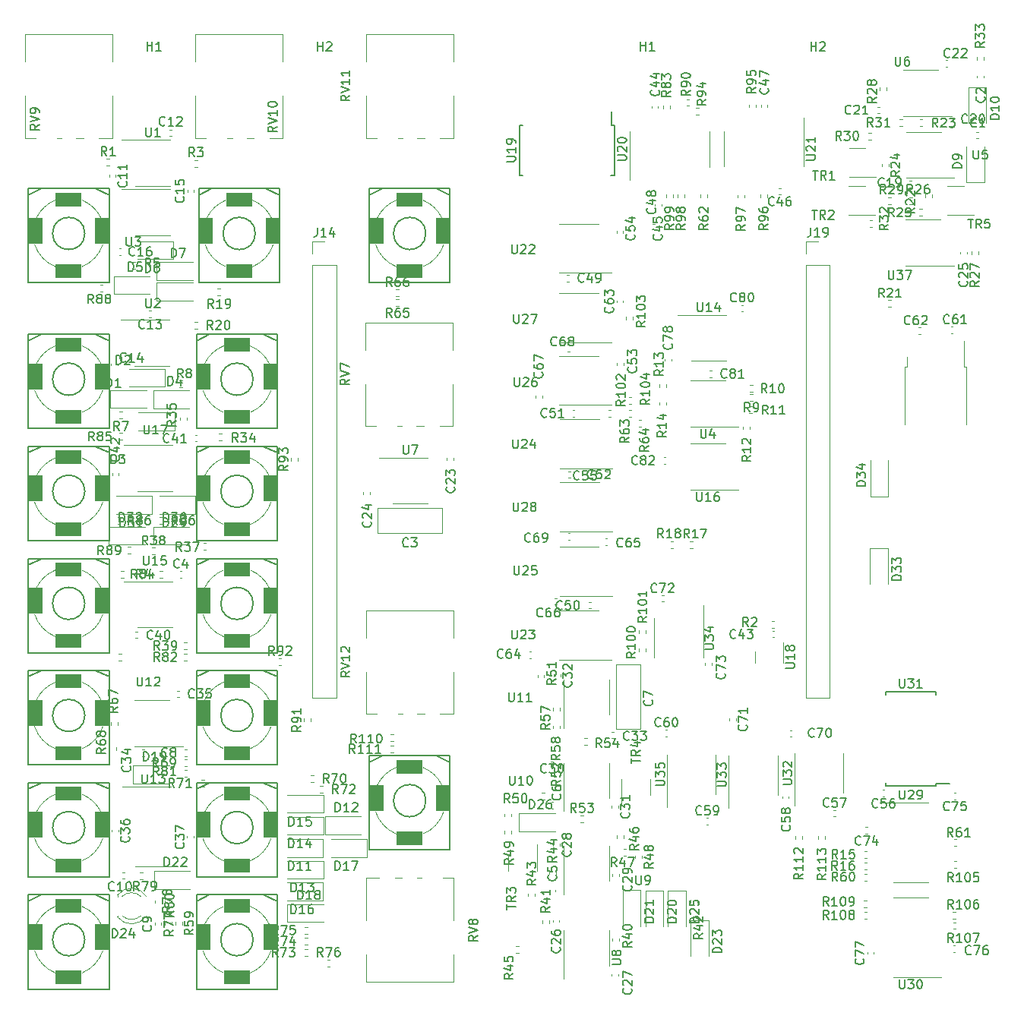
<source format=gbr>
%TF.GenerationSoftware,KiCad,Pcbnew,7.0.10*%
%TF.CreationDate,2024-04-12T22:07:13+02:00*%
%TF.ProjectId,L235-Analog-Processor,4c323335-2d41-46e6-916c-6f672d50726f,rev?*%
%TF.SameCoordinates,Original*%
%TF.FileFunction,Legend,Top*%
%TF.FilePolarity,Positive*%
%FSLAX46Y46*%
G04 Gerber Fmt 4.6, Leading zero omitted, Abs format (unit mm)*
G04 Created by KiCad (PCBNEW 7.0.10) date 2024-04-12 22:07:13*
%MOMM*%
%LPD*%
G01*
G04 APERTURE LIST*
%ADD10C,0.150000*%
%ADD11C,0.120000*%
%ADD12C,0.100000*%
%ADD13R,1.500000X3.000000*%
%ADD14R,3.000000X1.500000*%
G04 APERTURE END LIST*
D10*
X152804819Y-42071428D02*
X152328628Y-42404761D01*
X152804819Y-42642856D02*
X151804819Y-42642856D01*
X151804819Y-42642856D02*
X151804819Y-42261904D01*
X151804819Y-42261904D02*
X151852438Y-42166666D01*
X151852438Y-42166666D02*
X151900057Y-42119047D01*
X151900057Y-42119047D02*
X151995295Y-42071428D01*
X151995295Y-42071428D02*
X152138152Y-42071428D01*
X152138152Y-42071428D02*
X152233390Y-42119047D01*
X152233390Y-42119047D02*
X152281009Y-42166666D01*
X152281009Y-42166666D02*
X152328628Y-42261904D01*
X152328628Y-42261904D02*
X152328628Y-42642856D01*
X151804819Y-41785713D02*
X152804819Y-41452380D01*
X152804819Y-41452380D02*
X151804819Y-41119047D01*
X152804819Y-40261904D02*
X152804819Y-40833332D01*
X152804819Y-40547618D02*
X151804819Y-40547618D01*
X151804819Y-40547618D02*
X151947676Y-40642856D01*
X151947676Y-40642856D02*
X152042914Y-40738094D01*
X152042914Y-40738094D02*
X152090533Y-40833332D01*
X151804819Y-39642856D02*
X151804819Y-39547618D01*
X151804819Y-39547618D02*
X151852438Y-39452380D01*
X151852438Y-39452380D02*
X151900057Y-39404761D01*
X151900057Y-39404761D02*
X151995295Y-39357142D01*
X151995295Y-39357142D02*
X152185771Y-39309523D01*
X152185771Y-39309523D02*
X152423866Y-39309523D01*
X152423866Y-39309523D02*
X152614342Y-39357142D01*
X152614342Y-39357142D02*
X152709580Y-39404761D01*
X152709580Y-39404761D02*
X152757200Y-39452380D01*
X152757200Y-39452380D02*
X152804819Y-39547618D01*
X152804819Y-39547618D02*
X152804819Y-39642856D01*
X152804819Y-39642856D02*
X152757200Y-39738094D01*
X152757200Y-39738094D02*
X152709580Y-39785713D01*
X152709580Y-39785713D02*
X152614342Y-39833332D01*
X152614342Y-39833332D02*
X152423866Y-39880951D01*
X152423866Y-39880951D02*
X152185771Y-39880951D01*
X152185771Y-39880951D02*
X151995295Y-39833332D01*
X151995295Y-39833332D02*
X151900057Y-39785713D01*
X151900057Y-39785713D02*
X151852438Y-39738094D01*
X151852438Y-39738094D02*
X151804819Y-39642856D01*
X192284819Y-113086904D02*
X192284819Y-112515476D01*
X193284819Y-112801190D02*
X192284819Y-112801190D01*
X193284819Y-111610714D02*
X192808628Y-111944047D01*
X193284819Y-112182142D02*
X192284819Y-112182142D01*
X192284819Y-112182142D02*
X192284819Y-111801190D01*
X192284819Y-111801190D02*
X192332438Y-111705952D01*
X192332438Y-111705952D02*
X192380057Y-111658333D01*
X192380057Y-111658333D02*
X192475295Y-111610714D01*
X192475295Y-111610714D02*
X192618152Y-111610714D01*
X192618152Y-111610714D02*
X192713390Y-111658333D01*
X192713390Y-111658333D02*
X192761009Y-111705952D01*
X192761009Y-111705952D02*
X192808628Y-111801190D01*
X192808628Y-111801190D02*
X192808628Y-112182142D01*
X192618152Y-110753571D02*
X193284819Y-110753571D01*
X192237200Y-110991666D02*
X192951485Y-111229761D01*
X192951485Y-111229761D02*
X192951485Y-110610714D01*
X196204819Y-76067857D02*
X195728628Y-76401190D01*
X196204819Y-76639285D02*
X195204819Y-76639285D01*
X195204819Y-76639285D02*
X195204819Y-76258333D01*
X195204819Y-76258333D02*
X195252438Y-76163095D01*
X195252438Y-76163095D02*
X195300057Y-76115476D01*
X195300057Y-76115476D02*
X195395295Y-76067857D01*
X195395295Y-76067857D02*
X195538152Y-76067857D01*
X195538152Y-76067857D02*
X195633390Y-76115476D01*
X195633390Y-76115476D02*
X195681009Y-76163095D01*
X195681009Y-76163095D02*
X195728628Y-76258333D01*
X195728628Y-76258333D02*
X195728628Y-76639285D01*
X196204819Y-75115476D02*
X196204819Y-75686904D01*
X196204819Y-75401190D02*
X195204819Y-75401190D01*
X195204819Y-75401190D02*
X195347676Y-75496428D01*
X195347676Y-75496428D02*
X195442914Y-75591666D01*
X195442914Y-75591666D02*
X195490533Y-75686904D01*
X195538152Y-74258333D02*
X196204819Y-74258333D01*
X195157200Y-74496428D02*
X195871485Y-74734523D01*
X195871485Y-74734523D02*
X195871485Y-74115476D01*
X200274819Y-132052857D02*
X199798628Y-132386190D01*
X200274819Y-132624285D02*
X199274819Y-132624285D01*
X199274819Y-132624285D02*
X199274819Y-132243333D01*
X199274819Y-132243333D02*
X199322438Y-132148095D01*
X199322438Y-132148095D02*
X199370057Y-132100476D01*
X199370057Y-132100476D02*
X199465295Y-132052857D01*
X199465295Y-132052857D02*
X199608152Y-132052857D01*
X199608152Y-132052857D02*
X199703390Y-132100476D01*
X199703390Y-132100476D02*
X199751009Y-132148095D01*
X199751009Y-132148095D02*
X199798628Y-132243333D01*
X199798628Y-132243333D02*
X199798628Y-132624285D01*
X199608152Y-131195714D02*
X200274819Y-131195714D01*
X199227200Y-131433809D02*
X199941485Y-131671904D01*
X199941485Y-131671904D02*
X199941485Y-131052857D01*
X199370057Y-130719523D02*
X199322438Y-130671904D01*
X199322438Y-130671904D02*
X199274819Y-130576666D01*
X199274819Y-130576666D02*
X199274819Y-130338571D01*
X199274819Y-130338571D02*
X199322438Y-130243333D01*
X199322438Y-130243333D02*
X199370057Y-130195714D01*
X199370057Y-130195714D02*
X199465295Y-130148095D01*
X199465295Y-130148095D02*
X199560533Y-130148095D01*
X199560533Y-130148095D02*
X199703390Y-130195714D01*
X199703390Y-130195714D02*
X200274819Y-130767142D01*
X200274819Y-130767142D02*
X200274819Y-130148095D01*
X229709580Y-59292857D02*
X229757200Y-59340476D01*
X229757200Y-59340476D02*
X229804819Y-59483333D01*
X229804819Y-59483333D02*
X229804819Y-59578571D01*
X229804819Y-59578571D02*
X229757200Y-59721428D01*
X229757200Y-59721428D02*
X229661961Y-59816666D01*
X229661961Y-59816666D02*
X229566723Y-59864285D01*
X229566723Y-59864285D02*
X229376247Y-59911904D01*
X229376247Y-59911904D02*
X229233390Y-59911904D01*
X229233390Y-59911904D02*
X229042914Y-59864285D01*
X229042914Y-59864285D02*
X228947676Y-59816666D01*
X228947676Y-59816666D02*
X228852438Y-59721428D01*
X228852438Y-59721428D02*
X228804819Y-59578571D01*
X228804819Y-59578571D02*
X228804819Y-59483333D01*
X228804819Y-59483333D02*
X228852438Y-59340476D01*
X228852438Y-59340476D02*
X228900057Y-59292857D01*
X228900057Y-58911904D02*
X228852438Y-58864285D01*
X228852438Y-58864285D02*
X228804819Y-58769047D01*
X228804819Y-58769047D02*
X228804819Y-58530952D01*
X228804819Y-58530952D02*
X228852438Y-58435714D01*
X228852438Y-58435714D02*
X228900057Y-58388095D01*
X228900057Y-58388095D02*
X228995295Y-58340476D01*
X228995295Y-58340476D02*
X229090533Y-58340476D01*
X229090533Y-58340476D02*
X229233390Y-58388095D01*
X229233390Y-58388095D02*
X229804819Y-58959523D01*
X229804819Y-58959523D02*
X229804819Y-58340476D01*
X228804819Y-57435714D02*
X228804819Y-57911904D01*
X228804819Y-57911904D02*
X229281009Y-57959523D01*
X229281009Y-57959523D02*
X229233390Y-57911904D01*
X229233390Y-57911904D02*
X229185771Y-57816666D01*
X229185771Y-57816666D02*
X229185771Y-57578571D01*
X229185771Y-57578571D02*
X229233390Y-57483333D01*
X229233390Y-57483333D02*
X229281009Y-57435714D01*
X229281009Y-57435714D02*
X229376247Y-57388095D01*
X229376247Y-57388095D02*
X229614342Y-57388095D01*
X229614342Y-57388095D02*
X229709580Y-57435714D01*
X229709580Y-57435714D02*
X229757200Y-57483333D01*
X229757200Y-57483333D02*
X229804819Y-57578571D01*
X229804819Y-57578571D02*
X229804819Y-57816666D01*
X229804819Y-57816666D02*
X229757200Y-57911904D01*
X229757200Y-57911904D02*
X229709580Y-57959523D01*
X193338095Y-33604819D02*
X193338095Y-32604819D01*
X193338095Y-33081009D02*
X193909523Y-33081009D01*
X193909523Y-33604819D02*
X193909523Y-32604819D01*
X194909523Y-33604819D02*
X194338095Y-33604819D01*
X194623809Y-33604819D02*
X194623809Y-32604819D01*
X194623809Y-32604819D02*
X194528571Y-32747676D01*
X194528571Y-32747676D02*
X194433333Y-32842914D01*
X194433333Y-32842914D02*
X194338095Y-32890533D01*
X221738095Y-34304819D02*
X221738095Y-35114342D01*
X221738095Y-35114342D02*
X221785714Y-35209580D01*
X221785714Y-35209580D02*
X221833333Y-35257200D01*
X221833333Y-35257200D02*
X221928571Y-35304819D01*
X221928571Y-35304819D02*
X222119047Y-35304819D01*
X222119047Y-35304819D02*
X222214285Y-35257200D01*
X222214285Y-35257200D02*
X222261904Y-35209580D01*
X222261904Y-35209580D02*
X222309523Y-35114342D01*
X222309523Y-35114342D02*
X222309523Y-34304819D01*
X223214285Y-34304819D02*
X223023809Y-34304819D01*
X223023809Y-34304819D02*
X222928571Y-34352438D01*
X222928571Y-34352438D02*
X222880952Y-34400057D01*
X222880952Y-34400057D02*
X222785714Y-34542914D01*
X222785714Y-34542914D02*
X222738095Y-34733390D01*
X222738095Y-34733390D02*
X222738095Y-35114342D01*
X222738095Y-35114342D02*
X222785714Y-35209580D01*
X222785714Y-35209580D02*
X222833333Y-35257200D01*
X222833333Y-35257200D02*
X222928571Y-35304819D01*
X222928571Y-35304819D02*
X223119047Y-35304819D01*
X223119047Y-35304819D02*
X223214285Y-35257200D01*
X223214285Y-35257200D02*
X223261904Y-35209580D01*
X223261904Y-35209580D02*
X223309523Y-35114342D01*
X223309523Y-35114342D02*
X223309523Y-34876247D01*
X223309523Y-34876247D02*
X223261904Y-34781009D01*
X223261904Y-34781009D02*
X223214285Y-34733390D01*
X223214285Y-34733390D02*
X223119047Y-34685771D01*
X223119047Y-34685771D02*
X222928571Y-34685771D01*
X222928571Y-34685771D02*
X222833333Y-34733390D01*
X222833333Y-34733390D02*
X222785714Y-34781009D01*
X222785714Y-34781009D02*
X222738095Y-34876247D01*
X143577142Y-105709580D02*
X143529523Y-105757200D01*
X143529523Y-105757200D02*
X143386666Y-105804819D01*
X143386666Y-105804819D02*
X143291428Y-105804819D01*
X143291428Y-105804819D02*
X143148571Y-105757200D01*
X143148571Y-105757200D02*
X143053333Y-105661961D01*
X143053333Y-105661961D02*
X143005714Y-105566723D01*
X143005714Y-105566723D02*
X142958095Y-105376247D01*
X142958095Y-105376247D02*
X142958095Y-105233390D01*
X142958095Y-105233390D02*
X143005714Y-105042914D01*
X143005714Y-105042914D02*
X143053333Y-104947676D01*
X143053333Y-104947676D02*
X143148571Y-104852438D01*
X143148571Y-104852438D02*
X143291428Y-104804819D01*
X143291428Y-104804819D02*
X143386666Y-104804819D01*
X143386666Y-104804819D02*
X143529523Y-104852438D01*
X143529523Y-104852438D02*
X143577142Y-104900057D01*
X143910476Y-104804819D02*
X144529523Y-104804819D01*
X144529523Y-104804819D02*
X144196190Y-105185771D01*
X144196190Y-105185771D02*
X144339047Y-105185771D01*
X144339047Y-105185771D02*
X144434285Y-105233390D01*
X144434285Y-105233390D02*
X144481904Y-105281009D01*
X144481904Y-105281009D02*
X144529523Y-105376247D01*
X144529523Y-105376247D02*
X144529523Y-105614342D01*
X144529523Y-105614342D02*
X144481904Y-105709580D01*
X144481904Y-105709580D02*
X144434285Y-105757200D01*
X144434285Y-105757200D02*
X144339047Y-105804819D01*
X144339047Y-105804819D02*
X144053333Y-105804819D01*
X144053333Y-105804819D02*
X143958095Y-105757200D01*
X143958095Y-105757200D02*
X143910476Y-105709580D01*
X145434285Y-104804819D02*
X144958095Y-104804819D01*
X144958095Y-104804819D02*
X144910476Y-105281009D01*
X144910476Y-105281009D02*
X144958095Y-105233390D01*
X144958095Y-105233390D02*
X145053333Y-105185771D01*
X145053333Y-105185771D02*
X145291428Y-105185771D01*
X145291428Y-105185771D02*
X145386666Y-105233390D01*
X145386666Y-105233390D02*
X145434285Y-105281009D01*
X145434285Y-105281009D02*
X145481904Y-105376247D01*
X145481904Y-105376247D02*
X145481904Y-105614342D01*
X145481904Y-105614342D02*
X145434285Y-105709580D01*
X145434285Y-105709580D02*
X145386666Y-105757200D01*
X145386666Y-105757200D02*
X145291428Y-105804819D01*
X145291428Y-105804819D02*
X145053333Y-105804819D01*
X145053333Y-105804819D02*
X144958095Y-105757200D01*
X144958095Y-105757200D02*
X144910476Y-105709580D01*
X140777142Y-77219580D02*
X140729523Y-77267200D01*
X140729523Y-77267200D02*
X140586666Y-77314819D01*
X140586666Y-77314819D02*
X140491428Y-77314819D01*
X140491428Y-77314819D02*
X140348571Y-77267200D01*
X140348571Y-77267200D02*
X140253333Y-77171961D01*
X140253333Y-77171961D02*
X140205714Y-77076723D01*
X140205714Y-77076723D02*
X140158095Y-76886247D01*
X140158095Y-76886247D02*
X140158095Y-76743390D01*
X140158095Y-76743390D02*
X140205714Y-76552914D01*
X140205714Y-76552914D02*
X140253333Y-76457676D01*
X140253333Y-76457676D02*
X140348571Y-76362438D01*
X140348571Y-76362438D02*
X140491428Y-76314819D01*
X140491428Y-76314819D02*
X140586666Y-76314819D01*
X140586666Y-76314819D02*
X140729523Y-76362438D01*
X140729523Y-76362438D02*
X140777142Y-76410057D01*
X141634285Y-76648152D02*
X141634285Y-77314819D01*
X141396190Y-76267200D02*
X141158095Y-76981485D01*
X141158095Y-76981485D02*
X141777142Y-76981485D01*
X142681904Y-77314819D02*
X142110476Y-77314819D01*
X142396190Y-77314819D02*
X142396190Y-76314819D01*
X142396190Y-76314819D02*
X142300952Y-76457676D01*
X142300952Y-76457676D02*
X142205714Y-76552914D01*
X142205714Y-76552914D02*
X142110476Y-76600533D01*
X179261905Y-70054819D02*
X179261905Y-70864342D01*
X179261905Y-70864342D02*
X179309524Y-70959580D01*
X179309524Y-70959580D02*
X179357143Y-71007200D01*
X179357143Y-71007200D02*
X179452381Y-71054819D01*
X179452381Y-71054819D02*
X179642857Y-71054819D01*
X179642857Y-71054819D02*
X179738095Y-71007200D01*
X179738095Y-71007200D02*
X179785714Y-70959580D01*
X179785714Y-70959580D02*
X179833333Y-70864342D01*
X179833333Y-70864342D02*
X179833333Y-70054819D01*
X180261905Y-70150057D02*
X180309524Y-70102438D01*
X180309524Y-70102438D02*
X180404762Y-70054819D01*
X180404762Y-70054819D02*
X180642857Y-70054819D01*
X180642857Y-70054819D02*
X180738095Y-70102438D01*
X180738095Y-70102438D02*
X180785714Y-70150057D01*
X180785714Y-70150057D02*
X180833333Y-70245295D01*
X180833333Y-70245295D02*
X180833333Y-70340533D01*
X180833333Y-70340533D02*
X180785714Y-70483390D01*
X180785714Y-70483390D02*
X180214286Y-71054819D01*
X180214286Y-71054819D02*
X180833333Y-71054819D01*
X181690476Y-70054819D02*
X181500000Y-70054819D01*
X181500000Y-70054819D02*
X181404762Y-70102438D01*
X181404762Y-70102438D02*
X181357143Y-70150057D01*
X181357143Y-70150057D02*
X181261905Y-70292914D01*
X181261905Y-70292914D02*
X181214286Y-70483390D01*
X181214286Y-70483390D02*
X181214286Y-70864342D01*
X181214286Y-70864342D02*
X181261905Y-70959580D01*
X181261905Y-70959580D02*
X181309524Y-71007200D01*
X181309524Y-71007200D02*
X181404762Y-71054819D01*
X181404762Y-71054819D02*
X181595238Y-71054819D01*
X181595238Y-71054819D02*
X181690476Y-71007200D01*
X181690476Y-71007200D02*
X181738095Y-70959580D01*
X181738095Y-70959580D02*
X181785714Y-70864342D01*
X181785714Y-70864342D02*
X181785714Y-70626247D01*
X181785714Y-70626247D02*
X181738095Y-70531009D01*
X181738095Y-70531009D02*
X181690476Y-70483390D01*
X181690476Y-70483390D02*
X181595238Y-70435771D01*
X181595238Y-70435771D02*
X181404762Y-70435771D01*
X181404762Y-70435771D02*
X181309524Y-70483390D01*
X181309524Y-70483390D02*
X181261905Y-70531009D01*
X181261905Y-70531009D02*
X181214286Y-70626247D01*
X159295714Y-124994819D02*
X159295714Y-123994819D01*
X159295714Y-123994819D02*
X159533809Y-123994819D01*
X159533809Y-123994819D02*
X159676666Y-124042438D01*
X159676666Y-124042438D02*
X159771904Y-124137676D01*
X159771904Y-124137676D02*
X159819523Y-124232914D01*
X159819523Y-124232914D02*
X159867142Y-124423390D01*
X159867142Y-124423390D02*
X159867142Y-124566247D01*
X159867142Y-124566247D02*
X159819523Y-124756723D01*
X159819523Y-124756723D02*
X159771904Y-124851961D01*
X159771904Y-124851961D02*
X159676666Y-124947200D01*
X159676666Y-124947200D02*
X159533809Y-124994819D01*
X159533809Y-124994819D02*
X159295714Y-124994819D01*
X160819523Y-124994819D02*
X160248095Y-124994819D01*
X160533809Y-124994819D02*
X160533809Y-123994819D01*
X160533809Y-123994819D02*
X160438571Y-124137676D01*
X160438571Y-124137676D02*
X160343333Y-124232914D01*
X160343333Y-124232914D02*
X160248095Y-124280533D01*
X161152857Y-123994819D02*
X161819523Y-123994819D01*
X161819523Y-123994819D02*
X161390952Y-124994819D01*
X230748333Y-42034580D02*
X230700714Y-42082200D01*
X230700714Y-42082200D02*
X230557857Y-42129819D01*
X230557857Y-42129819D02*
X230462619Y-42129819D01*
X230462619Y-42129819D02*
X230319762Y-42082200D01*
X230319762Y-42082200D02*
X230224524Y-41986961D01*
X230224524Y-41986961D02*
X230176905Y-41891723D01*
X230176905Y-41891723D02*
X230129286Y-41701247D01*
X230129286Y-41701247D02*
X230129286Y-41558390D01*
X230129286Y-41558390D02*
X230176905Y-41367914D01*
X230176905Y-41367914D02*
X230224524Y-41272676D01*
X230224524Y-41272676D02*
X230319762Y-41177438D01*
X230319762Y-41177438D02*
X230462619Y-41129819D01*
X230462619Y-41129819D02*
X230557857Y-41129819D01*
X230557857Y-41129819D02*
X230700714Y-41177438D01*
X230700714Y-41177438D02*
X230748333Y-41225057D01*
X231700714Y-42129819D02*
X231129286Y-42129819D01*
X231415000Y-42129819D02*
X231415000Y-41129819D01*
X231415000Y-41129819D02*
X231319762Y-41272676D01*
X231319762Y-41272676D02*
X231224524Y-41367914D01*
X231224524Y-41367914D02*
X231129286Y-41415533D01*
X204002142Y-61524580D02*
X203954523Y-61572200D01*
X203954523Y-61572200D02*
X203811666Y-61619819D01*
X203811666Y-61619819D02*
X203716428Y-61619819D01*
X203716428Y-61619819D02*
X203573571Y-61572200D01*
X203573571Y-61572200D02*
X203478333Y-61476961D01*
X203478333Y-61476961D02*
X203430714Y-61381723D01*
X203430714Y-61381723D02*
X203383095Y-61191247D01*
X203383095Y-61191247D02*
X203383095Y-61048390D01*
X203383095Y-61048390D02*
X203430714Y-60857914D01*
X203430714Y-60857914D02*
X203478333Y-60762676D01*
X203478333Y-60762676D02*
X203573571Y-60667438D01*
X203573571Y-60667438D02*
X203716428Y-60619819D01*
X203716428Y-60619819D02*
X203811666Y-60619819D01*
X203811666Y-60619819D02*
X203954523Y-60667438D01*
X203954523Y-60667438D02*
X204002142Y-60715057D01*
X204573571Y-61048390D02*
X204478333Y-61000771D01*
X204478333Y-61000771D02*
X204430714Y-60953152D01*
X204430714Y-60953152D02*
X204383095Y-60857914D01*
X204383095Y-60857914D02*
X204383095Y-60810295D01*
X204383095Y-60810295D02*
X204430714Y-60715057D01*
X204430714Y-60715057D02*
X204478333Y-60667438D01*
X204478333Y-60667438D02*
X204573571Y-60619819D01*
X204573571Y-60619819D02*
X204764047Y-60619819D01*
X204764047Y-60619819D02*
X204859285Y-60667438D01*
X204859285Y-60667438D02*
X204906904Y-60715057D01*
X204906904Y-60715057D02*
X204954523Y-60810295D01*
X204954523Y-60810295D02*
X204954523Y-60857914D01*
X204954523Y-60857914D02*
X204906904Y-60953152D01*
X204906904Y-60953152D02*
X204859285Y-61000771D01*
X204859285Y-61000771D02*
X204764047Y-61048390D01*
X204764047Y-61048390D02*
X204573571Y-61048390D01*
X204573571Y-61048390D02*
X204478333Y-61096009D01*
X204478333Y-61096009D02*
X204430714Y-61143628D01*
X204430714Y-61143628D02*
X204383095Y-61238866D01*
X204383095Y-61238866D02*
X204383095Y-61429342D01*
X204383095Y-61429342D02*
X204430714Y-61524580D01*
X204430714Y-61524580D02*
X204478333Y-61572200D01*
X204478333Y-61572200D02*
X204573571Y-61619819D01*
X204573571Y-61619819D02*
X204764047Y-61619819D01*
X204764047Y-61619819D02*
X204859285Y-61572200D01*
X204859285Y-61572200D02*
X204906904Y-61524580D01*
X204906904Y-61524580D02*
X204954523Y-61429342D01*
X204954523Y-61429342D02*
X204954523Y-61238866D01*
X204954523Y-61238866D02*
X204906904Y-61143628D01*
X204906904Y-61143628D02*
X204859285Y-61096009D01*
X204859285Y-61096009D02*
X204764047Y-61048390D01*
X205573571Y-60619819D02*
X205668809Y-60619819D01*
X205668809Y-60619819D02*
X205764047Y-60667438D01*
X205764047Y-60667438D02*
X205811666Y-60715057D01*
X205811666Y-60715057D02*
X205859285Y-60810295D01*
X205859285Y-60810295D02*
X205906904Y-61000771D01*
X205906904Y-61000771D02*
X205906904Y-61238866D01*
X205906904Y-61238866D02*
X205859285Y-61429342D01*
X205859285Y-61429342D02*
X205811666Y-61524580D01*
X205811666Y-61524580D02*
X205764047Y-61572200D01*
X205764047Y-61572200D02*
X205668809Y-61619819D01*
X205668809Y-61619819D02*
X205573571Y-61619819D01*
X205573571Y-61619819D02*
X205478333Y-61572200D01*
X205478333Y-61572200D02*
X205430714Y-61524580D01*
X205430714Y-61524580D02*
X205383095Y-61429342D01*
X205383095Y-61429342D02*
X205335476Y-61238866D01*
X205335476Y-61238866D02*
X205335476Y-61000771D01*
X205335476Y-61000771D02*
X205383095Y-60810295D01*
X205383095Y-60810295D02*
X205430714Y-60715057D01*
X205430714Y-60715057D02*
X205478333Y-60667438D01*
X205478333Y-60667438D02*
X205573571Y-60619819D01*
X194584580Y-106041666D02*
X194632200Y-106089285D01*
X194632200Y-106089285D02*
X194679819Y-106232142D01*
X194679819Y-106232142D02*
X194679819Y-106327380D01*
X194679819Y-106327380D02*
X194632200Y-106470237D01*
X194632200Y-106470237D02*
X194536961Y-106565475D01*
X194536961Y-106565475D02*
X194441723Y-106613094D01*
X194441723Y-106613094D02*
X194251247Y-106660713D01*
X194251247Y-106660713D02*
X194108390Y-106660713D01*
X194108390Y-106660713D02*
X193917914Y-106613094D01*
X193917914Y-106613094D02*
X193822676Y-106565475D01*
X193822676Y-106565475D02*
X193727438Y-106470237D01*
X193727438Y-106470237D02*
X193679819Y-106327380D01*
X193679819Y-106327380D02*
X193679819Y-106232142D01*
X193679819Y-106232142D02*
X193727438Y-106089285D01*
X193727438Y-106089285D02*
X193775057Y-106041666D01*
X193679819Y-105708332D02*
X193679819Y-105041666D01*
X193679819Y-105041666D02*
X194679819Y-105470237D01*
X141554819Y-74912857D02*
X141078628Y-75246190D01*
X141554819Y-75484285D02*
X140554819Y-75484285D01*
X140554819Y-75484285D02*
X140554819Y-75103333D01*
X140554819Y-75103333D02*
X140602438Y-75008095D01*
X140602438Y-75008095D02*
X140650057Y-74960476D01*
X140650057Y-74960476D02*
X140745295Y-74912857D01*
X140745295Y-74912857D02*
X140888152Y-74912857D01*
X140888152Y-74912857D02*
X140983390Y-74960476D01*
X140983390Y-74960476D02*
X141031009Y-75008095D01*
X141031009Y-75008095D02*
X141078628Y-75103333D01*
X141078628Y-75103333D02*
X141078628Y-75484285D01*
X140554819Y-74579523D02*
X140554819Y-73960476D01*
X140554819Y-73960476D02*
X140935771Y-74293809D01*
X140935771Y-74293809D02*
X140935771Y-74150952D01*
X140935771Y-74150952D02*
X140983390Y-74055714D01*
X140983390Y-74055714D02*
X141031009Y-74008095D01*
X141031009Y-74008095D02*
X141126247Y-73960476D01*
X141126247Y-73960476D02*
X141364342Y-73960476D01*
X141364342Y-73960476D02*
X141459580Y-74008095D01*
X141459580Y-74008095D02*
X141507200Y-74055714D01*
X141507200Y-74055714D02*
X141554819Y-74150952D01*
X141554819Y-74150952D02*
X141554819Y-74436666D01*
X141554819Y-74436666D02*
X141507200Y-74531904D01*
X141507200Y-74531904D02*
X141459580Y-74579523D01*
X140554819Y-73055714D02*
X140554819Y-73531904D01*
X140554819Y-73531904D02*
X141031009Y-73579523D01*
X141031009Y-73579523D02*
X140983390Y-73531904D01*
X140983390Y-73531904D02*
X140935771Y-73436666D01*
X140935771Y-73436666D02*
X140935771Y-73198571D01*
X140935771Y-73198571D02*
X140983390Y-73103333D01*
X140983390Y-73103333D02*
X141031009Y-73055714D01*
X141031009Y-73055714D02*
X141126247Y-73008095D01*
X141126247Y-73008095D02*
X141364342Y-73008095D01*
X141364342Y-73008095D02*
X141459580Y-73055714D01*
X141459580Y-73055714D02*
X141507200Y-73103333D01*
X141507200Y-73103333D02*
X141554819Y-73198571D01*
X141554819Y-73198571D02*
X141554819Y-73436666D01*
X141554819Y-73436666D02*
X141507200Y-73531904D01*
X141507200Y-73531904D02*
X141459580Y-73579523D01*
X132437142Y-77104819D02*
X132103809Y-76628628D01*
X131865714Y-77104819D02*
X131865714Y-76104819D01*
X131865714Y-76104819D02*
X132246666Y-76104819D01*
X132246666Y-76104819D02*
X132341904Y-76152438D01*
X132341904Y-76152438D02*
X132389523Y-76200057D01*
X132389523Y-76200057D02*
X132437142Y-76295295D01*
X132437142Y-76295295D02*
X132437142Y-76438152D01*
X132437142Y-76438152D02*
X132389523Y-76533390D01*
X132389523Y-76533390D02*
X132341904Y-76581009D01*
X132341904Y-76581009D02*
X132246666Y-76628628D01*
X132246666Y-76628628D02*
X131865714Y-76628628D01*
X133008571Y-76533390D02*
X132913333Y-76485771D01*
X132913333Y-76485771D02*
X132865714Y-76438152D01*
X132865714Y-76438152D02*
X132818095Y-76342914D01*
X132818095Y-76342914D02*
X132818095Y-76295295D01*
X132818095Y-76295295D02*
X132865714Y-76200057D01*
X132865714Y-76200057D02*
X132913333Y-76152438D01*
X132913333Y-76152438D02*
X133008571Y-76104819D01*
X133008571Y-76104819D02*
X133199047Y-76104819D01*
X133199047Y-76104819D02*
X133294285Y-76152438D01*
X133294285Y-76152438D02*
X133341904Y-76200057D01*
X133341904Y-76200057D02*
X133389523Y-76295295D01*
X133389523Y-76295295D02*
X133389523Y-76342914D01*
X133389523Y-76342914D02*
X133341904Y-76438152D01*
X133341904Y-76438152D02*
X133294285Y-76485771D01*
X133294285Y-76485771D02*
X133199047Y-76533390D01*
X133199047Y-76533390D02*
X133008571Y-76533390D01*
X133008571Y-76533390D02*
X132913333Y-76581009D01*
X132913333Y-76581009D02*
X132865714Y-76628628D01*
X132865714Y-76628628D02*
X132818095Y-76723866D01*
X132818095Y-76723866D02*
X132818095Y-76914342D01*
X132818095Y-76914342D02*
X132865714Y-77009580D01*
X132865714Y-77009580D02*
X132913333Y-77057200D01*
X132913333Y-77057200D02*
X133008571Y-77104819D01*
X133008571Y-77104819D02*
X133199047Y-77104819D01*
X133199047Y-77104819D02*
X133294285Y-77057200D01*
X133294285Y-77057200D02*
X133341904Y-77009580D01*
X133341904Y-77009580D02*
X133389523Y-76914342D01*
X133389523Y-76914342D02*
X133389523Y-76723866D01*
X133389523Y-76723866D02*
X133341904Y-76628628D01*
X133341904Y-76628628D02*
X133294285Y-76581009D01*
X133294285Y-76581009D02*
X133199047Y-76533390D01*
X134294285Y-76104819D02*
X133818095Y-76104819D01*
X133818095Y-76104819D02*
X133770476Y-76581009D01*
X133770476Y-76581009D02*
X133818095Y-76533390D01*
X133818095Y-76533390D02*
X133913333Y-76485771D01*
X133913333Y-76485771D02*
X134151428Y-76485771D01*
X134151428Y-76485771D02*
X134246666Y-76533390D01*
X134246666Y-76533390D02*
X134294285Y-76581009D01*
X134294285Y-76581009D02*
X134341904Y-76676247D01*
X134341904Y-76676247D02*
X134341904Y-76914342D01*
X134341904Y-76914342D02*
X134294285Y-77009580D01*
X134294285Y-77009580D02*
X134246666Y-77057200D01*
X134246666Y-77057200D02*
X134151428Y-77104819D01*
X134151428Y-77104819D02*
X133913333Y-77104819D01*
X133913333Y-77104819D02*
X133818095Y-77057200D01*
X133818095Y-77057200D02*
X133770476Y-77009580D01*
X182413142Y-96662580D02*
X182365523Y-96710200D01*
X182365523Y-96710200D02*
X182222666Y-96757819D01*
X182222666Y-96757819D02*
X182127428Y-96757819D01*
X182127428Y-96757819D02*
X181984571Y-96710200D01*
X181984571Y-96710200D02*
X181889333Y-96614961D01*
X181889333Y-96614961D02*
X181841714Y-96519723D01*
X181841714Y-96519723D02*
X181794095Y-96329247D01*
X181794095Y-96329247D02*
X181794095Y-96186390D01*
X181794095Y-96186390D02*
X181841714Y-95995914D01*
X181841714Y-95995914D02*
X181889333Y-95900676D01*
X181889333Y-95900676D02*
X181984571Y-95805438D01*
X181984571Y-95805438D02*
X182127428Y-95757819D01*
X182127428Y-95757819D02*
X182222666Y-95757819D01*
X182222666Y-95757819D02*
X182365523Y-95805438D01*
X182365523Y-95805438D02*
X182413142Y-95853057D01*
X183270285Y-95757819D02*
X183079809Y-95757819D01*
X183079809Y-95757819D02*
X182984571Y-95805438D01*
X182984571Y-95805438D02*
X182936952Y-95853057D01*
X182936952Y-95853057D02*
X182841714Y-95995914D01*
X182841714Y-95995914D02*
X182794095Y-96186390D01*
X182794095Y-96186390D02*
X182794095Y-96567342D01*
X182794095Y-96567342D02*
X182841714Y-96662580D01*
X182841714Y-96662580D02*
X182889333Y-96710200D01*
X182889333Y-96710200D02*
X182984571Y-96757819D01*
X182984571Y-96757819D02*
X183175047Y-96757819D01*
X183175047Y-96757819D02*
X183270285Y-96710200D01*
X183270285Y-96710200D02*
X183317904Y-96662580D01*
X183317904Y-96662580D02*
X183365523Y-96567342D01*
X183365523Y-96567342D02*
X183365523Y-96329247D01*
X183365523Y-96329247D02*
X183317904Y-96234009D01*
X183317904Y-96234009D02*
X183270285Y-96186390D01*
X183270285Y-96186390D02*
X183175047Y-96138771D01*
X183175047Y-96138771D02*
X182984571Y-96138771D01*
X182984571Y-96138771D02*
X182889333Y-96186390D01*
X182889333Y-96186390D02*
X182841714Y-96234009D01*
X182841714Y-96234009D02*
X182794095Y-96329247D01*
X184222666Y-95757819D02*
X184032190Y-95757819D01*
X184032190Y-95757819D02*
X183936952Y-95805438D01*
X183936952Y-95805438D02*
X183889333Y-95853057D01*
X183889333Y-95853057D02*
X183794095Y-95995914D01*
X183794095Y-95995914D02*
X183746476Y-96186390D01*
X183746476Y-96186390D02*
X183746476Y-96567342D01*
X183746476Y-96567342D02*
X183794095Y-96662580D01*
X183794095Y-96662580D02*
X183841714Y-96710200D01*
X183841714Y-96710200D02*
X183936952Y-96757819D01*
X183936952Y-96757819D02*
X184127428Y-96757819D01*
X184127428Y-96757819D02*
X184222666Y-96710200D01*
X184222666Y-96710200D02*
X184270285Y-96662580D01*
X184270285Y-96662580D02*
X184317904Y-96567342D01*
X184317904Y-96567342D02*
X184317904Y-96329247D01*
X184317904Y-96329247D02*
X184270285Y-96234009D01*
X184270285Y-96234009D02*
X184222666Y-96186390D01*
X184222666Y-96186390D02*
X184127428Y-96138771D01*
X184127428Y-96138771D02*
X183936952Y-96138771D01*
X183936952Y-96138771D02*
X183841714Y-96186390D01*
X183841714Y-96186390D02*
X183794095Y-96234009D01*
X183794095Y-96234009D02*
X183746476Y-96329247D01*
X137936905Y-89954819D02*
X137936905Y-90764342D01*
X137936905Y-90764342D02*
X137984524Y-90859580D01*
X137984524Y-90859580D02*
X138032143Y-90907200D01*
X138032143Y-90907200D02*
X138127381Y-90954819D01*
X138127381Y-90954819D02*
X138317857Y-90954819D01*
X138317857Y-90954819D02*
X138413095Y-90907200D01*
X138413095Y-90907200D02*
X138460714Y-90859580D01*
X138460714Y-90859580D02*
X138508333Y-90764342D01*
X138508333Y-90764342D02*
X138508333Y-89954819D01*
X139508333Y-90954819D02*
X138936905Y-90954819D01*
X139222619Y-90954819D02*
X139222619Y-89954819D01*
X139222619Y-89954819D02*
X139127381Y-90097676D01*
X139127381Y-90097676D02*
X139032143Y-90192914D01*
X139032143Y-90192914D02*
X138936905Y-90240533D01*
X140413095Y-89954819D02*
X139936905Y-89954819D01*
X139936905Y-89954819D02*
X139889286Y-90431009D01*
X139889286Y-90431009D02*
X139936905Y-90383390D01*
X139936905Y-90383390D02*
X140032143Y-90335771D01*
X140032143Y-90335771D02*
X140270238Y-90335771D01*
X140270238Y-90335771D02*
X140365476Y-90383390D01*
X140365476Y-90383390D02*
X140413095Y-90431009D01*
X140413095Y-90431009D02*
X140460714Y-90526247D01*
X140460714Y-90526247D02*
X140460714Y-90764342D01*
X140460714Y-90764342D02*
X140413095Y-90859580D01*
X140413095Y-90859580D02*
X140365476Y-90907200D01*
X140365476Y-90907200D02*
X140270238Y-90954819D01*
X140270238Y-90954819D02*
X140032143Y-90954819D01*
X140032143Y-90954819D02*
X139936905Y-90907200D01*
X139936905Y-90907200D02*
X139889286Y-90859580D01*
X201879819Y-115623094D02*
X202689342Y-115623094D01*
X202689342Y-115623094D02*
X202784580Y-115575475D01*
X202784580Y-115575475D02*
X202832200Y-115527856D01*
X202832200Y-115527856D02*
X202879819Y-115432618D01*
X202879819Y-115432618D02*
X202879819Y-115242142D01*
X202879819Y-115242142D02*
X202832200Y-115146904D01*
X202832200Y-115146904D02*
X202784580Y-115099285D01*
X202784580Y-115099285D02*
X202689342Y-115051666D01*
X202689342Y-115051666D02*
X201879819Y-115051666D01*
X201879819Y-114670713D02*
X201879819Y-114051666D01*
X201879819Y-114051666D02*
X202260771Y-114384999D01*
X202260771Y-114384999D02*
X202260771Y-114242142D01*
X202260771Y-114242142D02*
X202308390Y-114146904D01*
X202308390Y-114146904D02*
X202356009Y-114099285D01*
X202356009Y-114099285D02*
X202451247Y-114051666D01*
X202451247Y-114051666D02*
X202689342Y-114051666D01*
X202689342Y-114051666D02*
X202784580Y-114099285D01*
X202784580Y-114099285D02*
X202832200Y-114146904D01*
X202832200Y-114146904D02*
X202879819Y-114242142D01*
X202879819Y-114242142D02*
X202879819Y-114527856D01*
X202879819Y-114527856D02*
X202832200Y-114623094D01*
X202832200Y-114623094D02*
X202784580Y-114670713D01*
X201879819Y-113718332D02*
X201879819Y-113099285D01*
X201879819Y-113099285D02*
X202260771Y-113432618D01*
X202260771Y-113432618D02*
X202260771Y-113289761D01*
X202260771Y-113289761D02*
X202308390Y-113194523D01*
X202308390Y-113194523D02*
X202356009Y-113146904D01*
X202356009Y-113146904D02*
X202451247Y-113099285D01*
X202451247Y-113099285D02*
X202689342Y-113099285D01*
X202689342Y-113099285D02*
X202784580Y-113146904D01*
X202784580Y-113146904D02*
X202832200Y-113194523D01*
X202832200Y-113194523D02*
X202879819Y-113289761D01*
X202879819Y-113289761D02*
X202879819Y-113575475D01*
X202879819Y-113575475D02*
X202832200Y-113670713D01*
X202832200Y-113670713D02*
X202784580Y-113718332D01*
X184578142Y-95843980D02*
X184530523Y-95891600D01*
X184530523Y-95891600D02*
X184387666Y-95939219D01*
X184387666Y-95939219D02*
X184292428Y-95939219D01*
X184292428Y-95939219D02*
X184149571Y-95891600D01*
X184149571Y-95891600D02*
X184054333Y-95796361D01*
X184054333Y-95796361D02*
X184006714Y-95701123D01*
X184006714Y-95701123D02*
X183959095Y-95510647D01*
X183959095Y-95510647D02*
X183959095Y-95367790D01*
X183959095Y-95367790D02*
X184006714Y-95177314D01*
X184006714Y-95177314D02*
X184054333Y-95082076D01*
X184054333Y-95082076D02*
X184149571Y-94986838D01*
X184149571Y-94986838D02*
X184292428Y-94939219D01*
X184292428Y-94939219D02*
X184387666Y-94939219D01*
X184387666Y-94939219D02*
X184530523Y-94986838D01*
X184530523Y-94986838D02*
X184578142Y-95034457D01*
X185482904Y-94939219D02*
X185006714Y-94939219D01*
X185006714Y-94939219D02*
X184959095Y-95415409D01*
X184959095Y-95415409D02*
X185006714Y-95367790D01*
X185006714Y-95367790D02*
X185101952Y-95320171D01*
X185101952Y-95320171D02*
X185340047Y-95320171D01*
X185340047Y-95320171D02*
X185435285Y-95367790D01*
X185435285Y-95367790D02*
X185482904Y-95415409D01*
X185482904Y-95415409D02*
X185530523Y-95510647D01*
X185530523Y-95510647D02*
X185530523Y-95748742D01*
X185530523Y-95748742D02*
X185482904Y-95843980D01*
X185482904Y-95843980D02*
X185435285Y-95891600D01*
X185435285Y-95891600D02*
X185340047Y-95939219D01*
X185340047Y-95939219D02*
X185101952Y-95939219D01*
X185101952Y-95939219D02*
X185006714Y-95891600D01*
X185006714Y-95891600D02*
X184959095Y-95843980D01*
X186149571Y-94939219D02*
X186244809Y-94939219D01*
X186244809Y-94939219D02*
X186340047Y-94986838D01*
X186340047Y-94986838D02*
X186387666Y-95034457D01*
X186387666Y-95034457D02*
X186435285Y-95129695D01*
X186435285Y-95129695D02*
X186482904Y-95320171D01*
X186482904Y-95320171D02*
X186482904Y-95558266D01*
X186482904Y-95558266D02*
X186435285Y-95748742D01*
X186435285Y-95748742D02*
X186387666Y-95843980D01*
X186387666Y-95843980D02*
X186340047Y-95891600D01*
X186340047Y-95891600D02*
X186244809Y-95939219D01*
X186244809Y-95939219D02*
X186149571Y-95939219D01*
X186149571Y-95939219D02*
X186054333Y-95891600D01*
X186054333Y-95891600D02*
X186006714Y-95843980D01*
X186006714Y-95843980D02*
X185959095Y-95748742D01*
X185959095Y-95748742D02*
X185911476Y-95558266D01*
X185911476Y-95558266D02*
X185911476Y-95320171D01*
X185911476Y-95320171D02*
X185959095Y-95129695D01*
X185959095Y-95129695D02*
X186006714Y-95034457D01*
X186006714Y-95034457D02*
X186054333Y-94986838D01*
X186054333Y-94986838D02*
X186149571Y-94939219D01*
X192838095Y-125604819D02*
X192838095Y-126414342D01*
X192838095Y-126414342D02*
X192885714Y-126509580D01*
X192885714Y-126509580D02*
X192933333Y-126557200D01*
X192933333Y-126557200D02*
X193028571Y-126604819D01*
X193028571Y-126604819D02*
X193219047Y-126604819D01*
X193219047Y-126604819D02*
X193314285Y-126557200D01*
X193314285Y-126557200D02*
X193361904Y-126509580D01*
X193361904Y-126509580D02*
X193409523Y-126414342D01*
X193409523Y-126414342D02*
X193409523Y-125604819D01*
X193933333Y-126604819D02*
X194123809Y-126604819D01*
X194123809Y-126604819D02*
X194219047Y-126557200D01*
X194219047Y-126557200D02*
X194266666Y-126509580D01*
X194266666Y-126509580D02*
X194361904Y-126366723D01*
X194361904Y-126366723D02*
X194409523Y-126176247D01*
X194409523Y-126176247D02*
X194409523Y-125795295D01*
X194409523Y-125795295D02*
X194361904Y-125700057D01*
X194361904Y-125700057D02*
X194314285Y-125652438D01*
X194314285Y-125652438D02*
X194219047Y-125604819D01*
X194219047Y-125604819D02*
X194028571Y-125604819D01*
X194028571Y-125604819D02*
X193933333Y-125652438D01*
X193933333Y-125652438D02*
X193885714Y-125700057D01*
X193885714Y-125700057D02*
X193838095Y-125795295D01*
X193838095Y-125795295D02*
X193838095Y-126033390D01*
X193838095Y-126033390D02*
X193885714Y-126128628D01*
X193885714Y-126128628D02*
X193933333Y-126176247D01*
X193933333Y-126176247D02*
X194028571Y-126223866D01*
X194028571Y-126223866D02*
X194219047Y-126223866D01*
X194219047Y-126223866D02*
X194314285Y-126176247D01*
X194314285Y-126176247D02*
X194361904Y-126128628D01*
X194361904Y-126128628D02*
X194409523Y-126033390D01*
X220467142Y-61114819D02*
X220133809Y-60638628D01*
X219895714Y-61114819D02*
X219895714Y-60114819D01*
X219895714Y-60114819D02*
X220276666Y-60114819D01*
X220276666Y-60114819D02*
X220371904Y-60162438D01*
X220371904Y-60162438D02*
X220419523Y-60210057D01*
X220419523Y-60210057D02*
X220467142Y-60305295D01*
X220467142Y-60305295D02*
X220467142Y-60448152D01*
X220467142Y-60448152D02*
X220419523Y-60543390D01*
X220419523Y-60543390D02*
X220371904Y-60591009D01*
X220371904Y-60591009D02*
X220276666Y-60638628D01*
X220276666Y-60638628D02*
X219895714Y-60638628D01*
X220848095Y-60210057D02*
X220895714Y-60162438D01*
X220895714Y-60162438D02*
X220990952Y-60114819D01*
X220990952Y-60114819D02*
X221229047Y-60114819D01*
X221229047Y-60114819D02*
X221324285Y-60162438D01*
X221324285Y-60162438D02*
X221371904Y-60210057D01*
X221371904Y-60210057D02*
X221419523Y-60305295D01*
X221419523Y-60305295D02*
X221419523Y-60400533D01*
X221419523Y-60400533D02*
X221371904Y-60543390D01*
X221371904Y-60543390D02*
X220800476Y-61114819D01*
X220800476Y-61114819D02*
X221419523Y-61114819D01*
X222371904Y-61114819D02*
X221800476Y-61114819D01*
X222086190Y-61114819D02*
X222086190Y-60114819D01*
X222086190Y-60114819D02*
X221990952Y-60257676D01*
X221990952Y-60257676D02*
X221895714Y-60352914D01*
X221895714Y-60352914D02*
X221800476Y-60400533D01*
X194783619Y-130807085D02*
X193783619Y-130807085D01*
X193783619Y-130807085D02*
X193783619Y-130568990D01*
X193783619Y-130568990D02*
X193831238Y-130426133D01*
X193831238Y-130426133D02*
X193926476Y-130330895D01*
X193926476Y-130330895D02*
X194021714Y-130283276D01*
X194021714Y-130283276D02*
X194212190Y-130235657D01*
X194212190Y-130235657D02*
X194355047Y-130235657D01*
X194355047Y-130235657D02*
X194545523Y-130283276D01*
X194545523Y-130283276D02*
X194640761Y-130330895D01*
X194640761Y-130330895D02*
X194736000Y-130426133D01*
X194736000Y-130426133D02*
X194783619Y-130568990D01*
X194783619Y-130568990D02*
X194783619Y-130807085D01*
X193878857Y-129854704D02*
X193831238Y-129807085D01*
X193831238Y-129807085D02*
X193783619Y-129711847D01*
X193783619Y-129711847D02*
X193783619Y-129473752D01*
X193783619Y-129473752D02*
X193831238Y-129378514D01*
X193831238Y-129378514D02*
X193878857Y-129330895D01*
X193878857Y-129330895D02*
X193974095Y-129283276D01*
X193974095Y-129283276D02*
X194069333Y-129283276D01*
X194069333Y-129283276D02*
X194212190Y-129330895D01*
X194212190Y-129330895D02*
X194783619Y-129902323D01*
X194783619Y-129902323D02*
X194783619Y-129283276D01*
X194783619Y-128330895D02*
X194783619Y-128902323D01*
X194783619Y-128616609D02*
X193783619Y-128616609D01*
X193783619Y-128616609D02*
X193926476Y-128711847D01*
X193926476Y-128711847D02*
X194021714Y-128807085D01*
X194021714Y-128807085D02*
X194069333Y-128902323D01*
X179136905Y-83979819D02*
X179136905Y-84789342D01*
X179136905Y-84789342D02*
X179184524Y-84884580D01*
X179184524Y-84884580D02*
X179232143Y-84932200D01*
X179232143Y-84932200D02*
X179327381Y-84979819D01*
X179327381Y-84979819D02*
X179517857Y-84979819D01*
X179517857Y-84979819D02*
X179613095Y-84932200D01*
X179613095Y-84932200D02*
X179660714Y-84884580D01*
X179660714Y-84884580D02*
X179708333Y-84789342D01*
X179708333Y-84789342D02*
X179708333Y-83979819D01*
X180136905Y-84075057D02*
X180184524Y-84027438D01*
X180184524Y-84027438D02*
X180279762Y-83979819D01*
X180279762Y-83979819D02*
X180517857Y-83979819D01*
X180517857Y-83979819D02*
X180613095Y-84027438D01*
X180613095Y-84027438D02*
X180660714Y-84075057D01*
X180660714Y-84075057D02*
X180708333Y-84170295D01*
X180708333Y-84170295D02*
X180708333Y-84265533D01*
X180708333Y-84265533D02*
X180660714Y-84408390D01*
X180660714Y-84408390D02*
X180089286Y-84979819D01*
X180089286Y-84979819D02*
X180708333Y-84979819D01*
X181279762Y-84408390D02*
X181184524Y-84360771D01*
X181184524Y-84360771D02*
X181136905Y-84313152D01*
X181136905Y-84313152D02*
X181089286Y-84217914D01*
X181089286Y-84217914D02*
X181089286Y-84170295D01*
X181089286Y-84170295D02*
X181136905Y-84075057D01*
X181136905Y-84075057D02*
X181184524Y-84027438D01*
X181184524Y-84027438D02*
X181279762Y-83979819D01*
X181279762Y-83979819D02*
X181470238Y-83979819D01*
X181470238Y-83979819D02*
X181565476Y-84027438D01*
X181565476Y-84027438D02*
X181613095Y-84075057D01*
X181613095Y-84075057D02*
X181660714Y-84170295D01*
X181660714Y-84170295D02*
X181660714Y-84217914D01*
X181660714Y-84217914D02*
X181613095Y-84313152D01*
X181613095Y-84313152D02*
X181565476Y-84360771D01*
X181565476Y-84360771D02*
X181470238Y-84408390D01*
X181470238Y-84408390D02*
X181279762Y-84408390D01*
X181279762Y-84408390D02*
X181184524Y-84456009D01*
X181184524Y-84456009D02*
X181136905Y-84503628D01*
X181136905Y-84503628D02*
X181089286Y-84598866D01*
X181089286Y-84598866D02*
X181089286Y-84789342D01*
X181089286Y-84789342D02*
X181136905Y-84884580D01*
X181136905Y-84884580D02*
X181184524Y-84932200D01*
X181184524Y-84932200D02*
X181279762Y-84979819D01*
X181279762Y-84979819D02*
X181470238Y-84979819D01*
X181470238Y-84979819D02*
X181565476Y-84932200D01*
X181565476Y-84932200D02*
X181613095Y-84884580D01*
X181613095Y-84884580D02*
X181660714Y-84789342D01*
X181660714Y-84789342D02*
X181660714Y-84598866D01*
X181660714Y-84598866D02*
X181613095Y-84503628D01*
X181613095Y-84503628D02*
X181565476Y-84456009D01*
X181565476Y-84456009D02*
X181470238Y-84408390D01*
X159601142Y-116432819D02*
X159267809Y-115956628D01*
X159029714Y-116432819D02*
X159029714Y-115432819D01*
X159029714Y-115432819D02*
X159410666Y-115432819D01*
X159410666Y-115432819D02*
X159505904Y-115480438D01*
X159505904Y-115480438D02*
X159553523Y-115528057D01*
X159553523Y-115528057D02*
X159601142Y-115623295D01*
X159601142Y-115623295D02*
X159601142Y-115766152D01*
X159601142Y-115766152D02*
X159553523Y-115861390D01*
X159553523Y-115861390D02*
X159505904Y-115909009D01*
X159505904Y-115909009D02*
X159410666Y-115956628D01*
X159410666Y-115956628D02*
X159029714Y-115956628D01*
X159934476Y-115432819D02*
X160601142Y-115432819D01*
X160601142Y-115432819D02*
X160172571Y-116432819D01*
X160934476Y-115528057D02*
X160982095Y-115480438D01*
X160982095Y-115480438D02*
X161077333Y-115432819D01*
X161077333Y-115432819D02*
X161315428Y-115432819D01*
X161315428Y-115432819D02*
X161410666Y-115480438D01*
X161410666Y-115480438D02*
X161458285Y-115528057D01*
X161458285Y-115528057D02*
X161505904Y-115623295D01*
X161505904Y-115623295D02*
X161505904Y-115718533D01*
X161505904Y-115718533D02*
X161458285Y-115861390D01*
X161458285Y-115861390D02*
X160886857Y-116432819D01*
X160886857Y-116432819D02*
X161505904Y-116432819D01*
X184364580Y-116516666D02*
X184412200Y-116564285D01*
X184412200Y-116564285D02*
X184459819Y-116707142D01*
X184459819Y-116707142D02*
X184459819Y-116802380D01*
X184459819Y-116802380D02*
X184412200Y-116945237D01*
X184412200Y-116945237D02*
X184316961Y-117040475D01*
X184316961Y-117040475D02*
X184221723Y-117088094D01*
X184221723Y-117088094D02*
X184031247Y-117135713D01*
X184031247Y-117135713D02*
X183888390Y-117135713D01*
X183888390Y-117135713D02*
X183697914Y-117088094D01*
X183697914Y-117088094D02*
X183602676Y-117040475D01*
X183602676Y-117040475D02*
X183507438Y-116945237D01*
X183507438Y-116945237D02*
X183459819Y-116802380D01*
X183459819Y-116802380D02*
X183459819Y-116707142D01*
X183459819Y-116707142D02*
X183507438Y-116564285D01*
X183507438Y-116564285D02*
X183555057Y-116516666D01*
X183459819Y-115659523D02*
X183459819Y-115849999D01*
X183459819Y-115849999D02*
X183507438Y-115945237D01*
X183507438Y-115945237D02*
X183555057Y-115992856D01*
X183555057Y-115992856D02*
X183697914Y-116088094D01*
X183697914Y-116088094D02*
X183888390Y-116135713D01*
X183888390Y-116135713D02*
X184269342Y-116135713D01*
X184269342Y-116135713D02*
X184364580Y-116088094D01*
X184364580Y-116088094D02*
X184412200Y-116040475D01*
X184412200Y-116040475D02*
X184459819Y-115945237D01*
X184459819Y-115945237D02*
X184459819Y-115754761D01*
X184459819Y-115754761D02*
X184412200Y-115659523D01*
X184412200Y-115659523D02*
X184364580Y-115611904D01*
X184364580Y-115611904D02*
X184269342Y-115564285D01*
X184269342Y-115564285D02*
X184031247Y-115564285D01*
X184031247Y-115564285D02*
X183936009Y-115611904D01*
X183936009Y-115611904D02*
X183888390Y-115659523D01*
X183888390Y-115659523D02*
X183840771Y-115754761D01*
X183840771Y-115754761D02*
X183840771Y-115945237D01*
X183840771Y-115945237D02*
X183888390Y-116040475D01*
X183888390Y-116040475D02*
X183936009Y-116088094D01*
X183936009Y-116088094D02*
X184031247Y-116135713D01*
X181057142Y-88309580D02*
X181009523Y-88357200D01*
X181009523Y-88357200D02*
X180866666Y-88404819D01*
X180866666Y-88404819D02*
X180771428Y-88404819D01*
X180771428Y-88404819D02*
X180628571Y-88357200D01*
X180628571Y-88357200D02*
X180533333Y-88261961D01*
X180533333Y-88261961D02*
X180485714Y-88166723D01*
X180485714Y-88166723D02*
X180438095Y-87976247D01*
X180438095Y-87976247D02*
X180438095Y-87833390D01*
X180438095Y-87833390D02*
X180485714Y-87642914D01*
X180485714Y-87642914D02*
X180533333Y-87547676D01*
X180533333Y-87547676D02*
X180628571Y-87452438D01*
X180628571Y-87452438D02*
X180771428Y-87404819D01*
X180771428Y-87404819D02*
X180866666Y-87404819D01*
X180866666Y-87404819D02*
X181009523Y-87452438D01*
X181009523Y-87452438D02*
X181057142Y-87500057D01*
X181914285Y-87404819D02*
X181723809Y-87404819D01*
X181723809Y-87404819D02*
X181628571Y-87452438D01*
X181628571Y-87452438D02*
X181580952Y-87500057D01*
X181580952Y-87500057D02*
X181485714Y-87642914D01*
X181485714Y-87642914D02*
X181438095Y-87833390D01*
X181438095Y-87833390D02*
X181438095Y-88214342D01*
X181438095Y-88214342D02*
X181485714Y-88309580D01*
X181485714Y-88309580D02*
X181533333Y-88357200D01*
X181533333Y-88357200D02*
X181628571Y-88404819D01*
X181628571Y-88404819D02*
X181819047Y-88404819D01*
X181819047Y-88404819D02*
X181914285Y-88357200D01*
X181914285Y-88357200D02*
X181961904Y-88309580D01*
X181961904Y-88309580D02*
X182009523Y-88214342D01*
X182009523Y-88214342D02*
X182009523Y-87976247D01*
X182009523Y-87976247D02*
X181961904Y-87881009D01*
X181961904Y-87881009D02*
X181914285Y-87833390D01*
X181914285Y-87833390D02*
X181819047Y-87785771D01*
X181819047Y-87785771D02*
X181628571Y-87785771D01*
X181628571Y-87785771D02*
X181533333Y-87833390D01*
X181533333Y-87833390D02*
X181485714Y-87881009D01*
X181485714Y-87881009D02*
X181438095Y-87976247D01*
X182485714Y-88404819D02*
X182676190Y-88404819D01*
X182676190Y-88404819D02*
X182771428Y-88357200D01*
X182771428Y-88357200D02*
X182819047Y-88309580D01*
X182819047Y-88309580D02*
X182914285Y-88166723D01*
X182914285Y-88166723D02*
X182961904Y-87976247D01*
X182961904Y-87976247D02*
X182961904Y-87595295D01*
X182961904Y-87595295D02*
X182914285Y-87500057D01*
X182914285Y-87500057D02*
X182866666Y-87452438D01*
X182866666Y-87452438D02*
X182771428Y-87404819D01*
X182771428Y-87404819D02*
X182580952Y-87404819D01*
X182580952Y-87404819D02*
X182485714Y-87452438D01*
X182485714Y-87452438D02*
X182438095Y-87500057D01*
X182438095Y-87500057D02*
X182390476Y-87595295D01*
X182390476Y-87595295D02*
X182390476Y-87833390D01*
X182390476Y-87833390D02*
X182438095Y-87928628D01*
X182438095Y-87928628D02*
X182485714Y-87976247D01*
X182485714Y-87976247D02*
X182580952Y-88023866D01*
X182580952Y-88023866D02*
X182771428Y-88023866D01*
X182771428Y-88023866D02*
X182866666Y-87976247D01*
X182866666Y-87976247D02*
X182914285Y-87928628D01*
X182914285Y-87928628D02*
X182961904Y-87833390D01*
X178736905Y-114479819D02*
X178736905Y-115289342D01*
X178736905Y-115289342D02*
X178784524Y-115384580D01*
X178784524Y-115384580D02*
X178832143Y-115432200D01*
X178832143Y-115432200D02*
X178927381Y-115479819D01*
X178927381Y-115479819D02*
X179117857Y-115479819D01*
X179117857Y-115479819D02*
X179213095Y-115432200D01*
X179213095Y-115432200D02*
X179260714Y-115384580D01*
X179260714Y-115384580D02*
X179308333Y-115289342D01*
X179308333Y-115289342D02*
X179308333Y-114479819D01*
X180308333Y-115479819D02*
X179736905Y-115479819D01*
X180022619Y-115479819D02*
X180022619Y-114479819D01*
X180022619Y-114479819D02*
X179927381Y-114622676D01*
X179927381Y-114622676D02*
X179832143Y-114717914D01*
X179832143Y-114717914D02*
X179736905Y-114765533D01*
X180927381Y-114479819D02*
X181022619Y-114479819D01*
X181022619Y-114479819D02*
X181117857Y-114527438D01*
X181117857Y-114527438D02*
X181165476Y-114575057D01*
X181165476Y-114575057D02*
X181213095Y-114670295D01*
X181213095Y-114670295D02*
X181260714Y-114860771D01*
X181260714Y-114860771D02*
X181260714Y-115098866D01*
X181260714Y-115098866D02*
X181213095Y-115289342D01*
X181213095Y-115289342D02*
X181165476Y-115384580D01*
X181165476Y-115384580D02*
X181117857Y-115432200D01*
X181117857Y-115432200D02*
X181022619Y-115479819D01*
X181022619Y-115479819D02*
X180927381Y-115479819D01*
X180927381Y-115479819D02*
X180832143Y-115432200D01*
X180832143Y-115432200D02*
X180784524Y-115384580D01*
X180784524Y-115384580D02*
X180736905Y-115289342D01*
X180736905Y-115289342D02*
X180689286Y-115098866D01*
X180689286Y-115098866D02*
X180689286Y-114860771D01*
X180689286Y-114860771D02*
X180736905Y-114670295D01*
X180736905Y-114670295D02*
X180784524Y-114575057D01*
X180784524Y-114575057D02*
X180832143Y-114527438D01*
X180832143Y-114527438D02*
X180927381Y-114479819D01*
X132349642Y-61784819D02*
X132016309Y-61308628D01*
X131778214Y-61784819D02*
X131778214Y-60784819D01*
X131778214Y-60784819D02*
X132159166Y-60784819D01*
X132159166Y-60784819D02*
X132254404Y-60832438D01*
X132254404Y-60832438D02*
X132302023Y-60880057D01*
X132302023Y-60880057D02*
X132349642Y-60975295D01*
X132349642Y-60975295D02*
X132349642Y-61118152D01*
X132349642Y-61118152D02*
X132302023Y-61213390D01*
X132302023Y-61213390D02*
X132254404Y-61261009D01*
X132254404Y-61261009D02*
X132159166Y-61308628D01*
X132159166Y-61308628D02*
X131778214Y-61308628D01*
X132921071Y-61213390D02*
X132825833Y-61165771D01*
X132825833Y-61165771D02*
X132778214Y-61118152D01*
X132778214Y-61118152D02*
X132730595Y-61022914D01*
X132730595Y-61022914D02*
X132730595Y-60975295D01*
X132730595Y-60975295D02*
X132778214Y-60880057D01*
X132778214Y-60880057D02*
X132825833Y-60832438D01*
X132825833Y-60832438D02*
X132921071Y-60784819D01*
X132921071Y-60784819D02*
X133111547Y-60784819D01*
X133111547Y-60784819D02*
X133206785Y-60832438D01*
X133206785Y-60832438D02*
X133254404Y-60880057D01*
X133254404Y-60880057D02*
X133302023Y-60975295D01*
X133302023Y-60975295D02*
X133302023Y-61022914D01*
X133302023Y-61022914D02*
X133254404Y-61118152D01*
X133254404Y-61118152D02*
X133206785Y-61165771D01*
X133206785Y-61165771D02*
X133111547Y-61213390D01*
X133111547Y-61213390D02*
X132921071Y-61213390D01*
X132921071Y-61213390D02*
X132825833Y-61261009D01*
X132825833Y-61261009D02*
X132778214Y-61308628D01*
X132778214Y-61308628D02*
X132730595Y-61403866D01*
X132730595Y-61403866D02*
X132730595Y-61594342D01*
X132730595Y-61594342D02*
X132778214Y-61689580D01*
X132778214Y-61689580D02*
X132825833Y-61737200D01*
X132825833Y-61737200D02*
X132921071Y-61784819D01*
X132921071Y-61784819D02*
X133111547Y-61784819D01*
X133111547Y-61784819D02*
X133206785Y-61737200D01*
X133206785Y-61737200D02*
X133254404Y-61689580D01*
X133254404Y-61689580D02*
X133302023Y-61594342D01*
X133302023Y-61594342D02*
X133302023Y-61403866D01*
X133302023Y-61403866D02*
X133254404Y-61308628D01*
X133254404Y-61308628D02*
X133206785Y-61261009D01*
X133206785Y-61261009D02*
X133111547Y-61213390D01*
X133873452Y-61213390D02*
X133778214Y-61165771D01*
X133778214Y-61165771D02*
X133730595Y-61118152D01*
X133730595Y-61118152D02*
X133682976Y-61022914D01*
X133682976Y-61022914D02*
X133682976Y-60975295D01*
X133682976Y-60975295D02*
X133730595Y-60880057D01*
X133730595Y-60880057D02*
X133778214Y-60832438D01*
X133778214Y-60832438D02*
X133873452Y-60784819D01*
X133873452Y-60784819D02*
X134063928Y-60784819D01*
X134063928Y-60784819D02*
X134159166Y-60832438D01*
X134159166Y-60832438D02*
X134206785Y-60880057D01*
X134206785Y-60880057D02*
X134254404Y-60975295D01*
X134254404Y-60975295D02*
X134254404Y-61022914D01*
X134254404Y-61022914D02*
X134206785Y-61118152D01*
X134206785Y-61118152D02*
X134159166Y-61165771D01*
X134159166Y-61165771D02*
X134063928Y-61213390D01*
X134063928Y-61213390D02*
X133873452Y-61213390D01*
X133873452Y-61213390D02*
X133778214Y-61261009D01*
X133778214Y-61261009D02*
X133730595Y-61308628D01*
X133730595Y-61308628D02*
X133682976Y-61403866D01*
X133682976Y-61403866D02*
X133682976Y-61594342D01*
X133682976Y-61594342D02*
X133730595Y-61689580D01*
X133730595Y-61689580D02*
X133778214Y-61737200D01*
X133778214Y-61737200D02*
X133873452Y-61784819D01*
X133873452Y-61784819D02*
X134063928Y-61784819D01*
X134063928Y-61784819D02*
X134159166Y-61737200D01*
X134159166Y-61737200D02*
X134206785Y-61689580D01*
X134206785Y-61689580D02*
X134254404Y-61594342D01*
X134254404Y-61594342D02*
X134254404Y-61403866D01*
X134254404Y-61403866D02*
X134206785Y-61308628D01*
X134206785Y-61308628D02*
X134159166Y-61261009D01*
X134159166Y-61261009D02*
X134063928Y-61213390D01*
X233304819Y-41264285D02*
X232304819Y-41264285D01*
X232304819Y-41264285D02*
X232304819Y-41026190D01*
X232304819Y-41026190D02*
X232352438Y-40883333D01*
X232352438Y-40883333D02*
X232447676Y-40788095D01*
X232447676Y-40788095D02*
X232542914Y-40740476D01*
X232542914Y-40740476D02*
X232733390Y-40692857D01*
X232733390Y-40692857D02*
X232876247Y-40692857D01*
X232876247Y-40692857D02*
X233066723Y-40740476D01*
X233066723Y-40740476D02*
X233161961Y-40788095D01*
X233161961Y-40788095D02*
X233257200Y-40883333D01*
X233257200Y-40883333D02*
X233304819Y-41026190D01*
X233304819Y-41026190D02*
X233304819Y-41264285D01*
X233304819Y-39740476D02*
X233304819Y-40311904D01*
X233304819Y-40026190D02*
X232304819Y-40026190D01*
X232304819Y-40026190D02*
X232447676Y-40121428D01*
X232447676Y-40121428D02*
X232542914Y-40216666D01*
X232542914Y-40216666D02*
X232590533Y-40311904D01*
X232304819Y-39121428D02*
X232304819Y-39026190D01*
X232304819Y-39026190D02*
X232352438Y-38930952D01*
X232352438Y-38930952D02*
X232400057Y-38883333D01*
X232400057Y-38883333D02*
X232495295Y-38835714D01*
X232495295Y-38835714D02*
X232685771Y-38788095D01*
X232685771Y-38788095D02*
X232923866Y-38788095D01*
X232923866Y-38788095D02*
X233114342Y-38835714D01*
X233114342Y-38835714D02*
X233209580Y-38883333D01*
X233209580Y-38883333D02*
X233257200Y-38930952D01*
X233257200Y-38930952D02*
X233304819Y-39026190D01*
X233304819Y-39026190D02*
X233304819Y-39121428D01*
X233304819Y-39121428D02*
X233257200Y-39216666D01*
X233257200Y-39216666D02*
X233209580Y-39264285D01*
X233209580Y-39264285D02*
X233114342Y-39311904D01*
X233114342Y-39311904D02*
X232923866Y-39359523D01*
X232923866Y-39359523D02*
X232685771Y-39359523D01*
X232685771Y-39359523D02*
X232495295Y-39311904D01*
X232495295Y-39311904D02*
X232400057Y-39264285D01*
X232400057Y-39264285D02*
X232352438Y-39216666D01*
X232352438Y-39216666D02*
X232304819Y-39121428D01*
X222224819Y-47032857D02*
X221748628Y-47366190D01*
X222224819Y-47604285D02*
X221224819Y-47604285D01*
X221224819Y-47604285D02*
X221224819Y-47223333D01*
X221224819Y-47223333D02*
X221272438Y-47128095D01*
X221272438Y-47128095D02*
X221320057Y-47080476D01*
X221320057Y-47080476D02*
X221415295Y-47032857D01*
X221415295Y-47032857D02*
X221558152Y-47032857D01*
X221558152Y-47032857D02*
X221653390Y-47080476D01*
X221653390Y-47080476D02*
X221701009Y-47128095D01*
X221701009Y-47128095D02*
X221748628Y-47223333D01*
X221748628Y-47223333D02*
X221748628Y-47604285D01*
X221320057Y-46651904D02*
X221272438Y-46604285D01*
X221272438Y-46604285D02*
X221224819Y-46509047D01*
X221224819Y-46509047D02*
X221224819Y-46270952D01*
X221224819Y-46270952D02*
X221272438Y-46175714D01*
X221272438Y-46175714D02*
X221320057Y-46128095D01*
X221320057Y-46128095D02*
X221415295Y-46080476D01*
X221415295Y-46080476D02*
X221510533Y-46080476D01*
X221510533Y-46080476D02*
X221653390Y-46128095D01*
X221653390Y-46128095D02*
X222224819Y-46699523D01*
X222224819Y-46699523D02*
X222224819Y-46080476D01*
X221558152Y-45223333D02*
X222224819Y-45223333D01*
X221177200Y-45461428D02*
X221891485Y-45699523D01*
X221891485Y-45699523D02*
X221891485Y-45080476D01*
X157927142Y-134614819D02*
X157593809Y-134138628D01*
X157355714Y-134614819D02*
X157355714Y-133614819D01*
X157355714Y-133614819D02*
X157736666Y-133614819D01*
X157736666Y-133614819D02*
X157831904Y-133662438D01*
X157831904Y-133662438D02*
X157879523Y-133710057D01*
X157879523Y-133710057D02*
X157927142Y-133805295D01*
X157927142Y-133805295D02*
X157927142Y-133948152D01*
X157927142Y-133948152D02*
X157879523Y-134043390D01*
X157879523Y-134043390D02*
X157831904Y-134091009D01*
X157831904Y-134091009D02*
X157736666Y-134138628D01*
X157736666Y-134138628D02*
X157355714Y-134138628D01*
X158260476Y-133614819D02*
X158927142Y-133614819D01*
X158927142Y-133614819D02*
X158498571Y-134614819D01*
X159736666Y-133614819D02*
X159546190Y-133614819D01*
X159546190Y-133614819D02*
X159450952Y-133662438D01*
X159450952Y-133662438D02*
X159403333Y-133710057D01*
X159403333Y-133710057D02*
X159308095Y-133852914D01*
X159308095Y-133852914D02*
X159260476Y-134043390D01*
X159260476Y-134043390D02*
X159260476Y-134424342D01*
X159260476Y-134424342D02*
X159308095Y-134519580D01*
X159308095Y-134519580D02*
X159355714Y-134567200D01*
X159355714Y-134567200D02*
X159450952Y-134614819D01*
X159450952Y-134614819D02*
X159641428Y-134614819D01*
X159641428Y-134614819D02*
X159736666Y-134567200D01*
X159736666Y-134567200D02*
X159784285Y-134519580D01*
X159784285Y-134519580D02*
X159831904Y-134424342D01*
X159831904Y-134424342D02*
X159831904Y-134186247D01*
X159831904Y-134186247D02*
X159784285Y-134091009D01*
X159784285Y-134091009D02*
X159736666Y-134043390D01*
X159736666Y-134043390D02*
X159641428Y-133995771D01*
X159641428Y-133995771D02*
X159450952Y-133995771D01*
X159450952Y-133995771D02*
X159355714Y-134043390D01*
X159355714Y-134043390D02*
X159308095Y-134091009D01*
X159308095Y-134091009D02*
X159260476Y-134186247D01*
X223632142Y-49554819D02*
X223298809Y-49078628D01*
X223060714Y-49554819D02*
X223060714Y-48554819D01*
X223060714Y-48554819D02*
X223441666Y-48554819D01*
X223441666Y-48554819D02*
X223536904Y-48602438D01*
X223536904Y-48602438D02*
X223584523Y-48650057D01*
X223584523Y-48650057D02*
X223632142Y-48745295D01*
X223632142Y-48745295D02*
X223632142Y-48888152D01*
X223632142Y-48888152D02*
X223584523Y-48983390D01*
X223584523Y-48983390D02*
X223536904Y-49031009D01*
X223536904Y-49031009D02*
X223441666Y-49078628D01*
X223441666Y-49078628D02*
X223060714Y-49078628D01*
X224013095Y-48650057D02*
X224060714Y-48602438D01*
X224060714Y-48602438D02*
X224155952Y-48554819D01*
X224155952Y-48554819D02*
X224394047Y-48554819D01*
X224394047Y-48554819D02*
X224489285Y-48602438D01*
X224489285Y-48602438D02*
X224536904Y-48650057D01*
X224536904Y-48650057D02*
X224584523Y-48745295D01*
X224584523Y-48745295D02*
X224584523Y-48840533D01*
X224584523Y-48840533D02*
X224536904Y-48983390D01*
X224536904Y-48983390D02*
X223965476Y-49554819D01*
X223965476Y-49554819D02*
X224584523Y-49554819D01*
X225441666Y-48554819D02*
X225251190Y-48554819D01*
X225251190Y-48554819D02*
X225155952Y-48602438D01*
X225155952Y-48602438D02*
X225108333Y-48650057D01*
X225108333Y-48650057D02*
X225013095Y-48792914D01*
X225013095Y-48792914D02*
X224965476Y-48983390D01*
X224965476Y-48983390D02*
X224965476Y-49364342D01*
X224965476Y-49364342D02*
X225013095Y-49459580D01*
X225013095Y-49459580D02*
X225060714Y-49507200D01*
X225060714Y-49507200D02*
X225155952Y-49554819D01*
X225155952Y-49554819D02*
X225346428Y-49554819D01*
X225346428Y-49554819D02*
X225441666Y-49507200D01*
X225441666Y-49507200D02*
X225489285Y-49459580D01*
X225489285Y-49459580D02*
X225536904Y-49364342D01*
X225536904Y-49364342D02*
X225536904Y-49126247D01*
X225536904Y-49126247D02*
X225489285Y-49031009D01*
X225489285Y-49031009D02*
X225441666Y-48983390D01*
X225441666Y-48983390D02*
X225346428Y-48935771D01*
X225346428Y-48935771D02*
X225155952Y-48935771D01*
X225155952Y-48935771D02*
X225060714Y-48983390D01*
X225060714Y-48983390D02*
X225013095Y-49031009D01*
X225013095Y-49031009D02*
X224965476Y-49126247D01*
X194934580Y-51167857D02*
X194982200Y-51215476D01*
X194982200Y-51215476D02*
X195029819Y-51358333D01*
X195029819Y-51358333D02*
X195029819Y-51453571D01*
X195029819Y-51453571D02*
X194982200Y-51596428D01*
X194982200Y-51596428D02*
X194886961Y-51691666D01*
X194886961Y-51691666D02*
X194791723Y-51739285D01*
X194791723Y-51739285D02*
X194601247Y-51786904D01*
X194601247Y-51786904D02*
X194458390Y-51786904D01*
X194458390Y-51786904D02*
X194267914Y-51739285D01*
X194267914Y-51739285D02*
X194172676Y-51691666D01*
X194172676Y-51691666D02*
X194077438Y-51596428D01*
X194077438Y-51596428D02*
X194029819Y-51453571D01*
X194029819Y-51453571D02*
X194029819Y-51358333D01*
X194029819Y-51358333D02*
X194077438Y-51215476D01*
X194077438Y-51215476D02*
X194125057Y-51167857D01*
X194363152Y-50310714D02*
X195029819Y-50310714D01*
X193982200Y-50548809D02*
X194696485Y-50786904D01*
X194696485Y-50786904D02*
X194696485Y-50167857D01*
X194458390Y-49644047D02*
X194410771Y-49739285D01*
X194410771Y-49739285D02*
X194363152Y-49786904D01*
X194363152Y-49786904D02*
X194267914Y-49834523D01*
X194267914Y-49834523D02*
X194220295Y-49834523D01*
X194220295Y-49834523D02*
X194125057Y-49786904D01*
X194125057Y-49786904D02*
X194077438Y-49739285D01*
X194077438Y-49739285D02*
X194029819Y-49644047D01*
X194029819Y-49644047D02*
X194029819Y-49453571D01*
X194029819Y-49453571D02*
X194077438Y-49358333D01*
X194077438Y-49358333D02*
X194125057Y-49310714D01*
X194125057Y-49310714D02*
X194220295Y-49263095D01*
X194220295Y-49263095D02*
X194267914Y-49263095D01*
X194267914Y-49263095D02*
X194363152Y-49310714D01*
X194363152Y-49310714D02*
X194410771Y-49358333D01*
X194410771Y-49358333D02*
X194458390Y-49453571D01*
X194458390Y-49453571D02*
X194458390Y-49644047D01*
X194458390Y-49644047D02*
X194506009Y-49739285D01*
X194506009Y-49739285D02*
X194553628Y-49786904D01*
X194553628Y-49786904D02*
X194648866Y-49834523D01*
X194648866Y-49834523D02*
X194839342Y-49834523D01*
X194839342Y-49834523D02*
X194934580Y-49786904D01*
X194934580Y-49786904D02*
X194982200Y-49739285D01*
X194982200Y-49739285D02*
X195029819Y-49644047D01*
X195029819Y-49644047D02*
X195029819Y-49453571D01*
X195029819Y-49453571D02*
X194982200Y-49358333D01*
X194982200Y-49358333D02*
X194934580Y-49310714D01*
X194934580Y-49310714D02*
X194839342Y-49263095D01*
X194839342Y-49263095D02*
X194648866Y-49263095D01*
X194648866Y-49263095D02*
X194553628Y-49310714D01*
X194553628Y-49310714D02*
X194506009Y-49358333D01*
X194506009Y-49358333D02*
X194458390Y-49453571D01*
X138733333Y-57779819D02*
X138400000Y-57303628D01*
X138161905Y-57779819D02*
X138161905Y-56779819D01*
X138161905Y-56779819D02*
X138542857Y-56779819D01*
X138542857Y-56779819D02*
X138638095Y-56827438D01*
X138638095Y-56827438D02*
X138685714Y-56875057D01*
X138685714Y-56875057D02*
X138733333Y-56970295D01*
X138733333Y-56970295D02*
X138733333Y-57113152D01*
X138733333Y-57113152D02*
X138685714Y-57208390D01*
X138685714Y-57208390D02*
X138638095Y-57256009D01*
X138638095Y-57256009D02*
X138542857Y-57303628D01*
X138542857Y-57303628D02*
X138161905Y-57303628D01*
X139638095Y-56779819D02*
X139161905Y-56779819D01*
X139161905Y-56779819D02*
X139114286Y-57256009D01*
X139114286Y-57256009D02*
X139161905Y-57208390D01*
X139161905Y-57208390D02*
X139257143Y-57160771D01*
X139257143Y-57160771D02*
X139495238Y-57160771D01*
X139495238Y-57160771D02*
X139590476Y-57208390D01*
X139590476Y-57208390D02*
X139638095Y-57256009D01*
X139638095Y-57256009D02*
X139685714Y-57351247D01*
X139685714Y-57351247D02*
X139685714Y-57589342D01*
X139685714Y-57589342D02*
X139638095Y-57684580D01*
X139638095Y-57684580D02*
X139590476Y-57732200D01*
X139590476Y-57732200D02*
X139495238Y-57779819D01*
X139495238Y-57779819D02*
X139257143Y-57779819D01*
X139257143Y-57779819D02*
X139161905Y-57732200D01*
X139161905Y-57732200D02*
X139114286Y-57684580D01*
X228173912Y-129274819D02*
X227840579Y-128798628D01*
X227602484Y-129274819D02*
X227602484Y-128274819D01*
X227602484Y-128274819D02*
X227983436Y-128274819D01*
X227983436Y-128274819D02*
X228078674Y-128322438D01*
X228078674Y-128322438D02*
X228126293Y-128370057D01*
X228126293Y-128370057D02*
X228173912Y-128465295D01*
X228173912Y-128465295D02*
X228173912Y-128608152D01*
X228173912Y-128608152D02*
X228126293Y-128703390D01*
X228126293Y-128703390D02*
X228078674Y-128751009D01*
X228078674Y-128751009D02*
X227983436Y-128798628D01*
X227983436Y-128798628D02*
X227602484Y-128798628D01*
X229126293Y-129274819D02*
X228554865Y-129274819D01*
X228840579Y-129274819D02*
X228840579Y-128274819D01*
X228840579Y-128274819D02*
X228745341Y-128417676D01*
X228745341Y-128417676D02*
X228650103Y-128512914D01*
X228650103Y-128512914D02*
X228554865Y-128560533D01*
X229745341Y-128274819D02*
X229840579Y-128274819D01*
X229840579Y-128274819D02*
X229935817Y-128322438D01*
X229935817Y-128322438D02*
X229983436Y-128370057D01*
X229983436Y-128370057D02*
X230031055Y-128465295D01*
X230031055Y-128465295D02*
X230078674Y-128655771D01*
X230078674Y-128655771D02*
X230078674Y-128893866D01*
X230078674Y-128893866D02*
X230031055Y-129084342D01*
X230031055Y-129084342D02*
X229983436Y-129179580D01*
X229983436Y-129179580D02*
X229935817Y-129227200D01*
X229935817Y-129227200D02*
X229840579Y-129274819D01*
X229840579Y-129274819D02*
X229745341Y-129274819D01*
X229745341Y-129274819D02*
X229650103Y-129227200D01*
X229650103Y-129227200D02*
X229602484Y-129179580D01*
X229602484Y-129179580D02*
X229554865Y-129084342D01*
X229554865Y-129084342D02*
X229507246Y-128893866D01*
X229507246Y-128893866D02*
X229507246Y-128655771D01*
X229507246Y-128655771D02*
X229554865Y-128465295D01*
X229554865Y-128465295D02*
X229602484Y-128370057D01*
X229602484Y-128370057D02*
X229650103Y-128322438D01*
X229650103Y-128322438D02*
X229745341Y-128274819D01*
X230935817Y-128274819D02*
X230745341Y-128274819D01*
X230745341Y-128274819D02*
X230650103Y-128322438D01*
X230650103Y-128322438D02*
X230602484Y-128370057D01*
X230602484Y-128370057D02*
X230507246Y-128512914D01*
X230507246Y-128512914D02*
X230459627Y-128703390D01*
X230459627Y-128703390D02*
X230459627Y-129084342D01*
X230459627Y-129084342D02*
X230507246Y-129179580D01*
X230507246Y-129179580D02*
X230554865Y-129227200D01*
X230554865Y-129227200D02*
X230650103Y-129274819D01*
X230650103Y-129274819D02*
X230840579Y-129274819D01*
X230840579Y-129274819D02*
X230935817Y-129227200D01*
X230935817Y-129227200D02*
X230983436Y-129179580D01*
X230983436Y-129179580D02*
X231031055Y-129084342D01*
X231031055Y-129084342D02*
X231031055Y-128846247D01*
X231031055Y-128846247D02*
X230983436Y-128751009D01*
X230983436Y-128751009D02*
X230935817Y-128703390D01*
X230935817Y-128703390D02*
X230840579Y-128655771D01*
X230840579Y-128655771D02*
X230650103Y-128655771D01*
X230650103Y-128655771D02*
X230554865Y-128703390D01*
X230554865Y-128703390D02*
X230507246Y-128751009D01*
X230507246Y-128751009D02*
X230459627Y-128846247D01*
X152507142Y-101009819D02*
X152173809Y-100533628D01*
X151935714Y-101009819D02*
X151935714Y-100009819D01*
X151935714Y-100009819D02*
X152316666Y-100009819D01*
X152316666Y-100009819D02*
X152411904Y-100057438D01*
X152411904Y-100057438D02*
X152459523Y-100105057D01*
X152459523Y-100105057D02*
X152507142Y-100200295D01*
X152507142Y-100200295D02*
X152507142Y-100343152D01*
X152507142Y-100343152D02*
X152459523Y-100438390D01*
X152459523Y-100438390D02*
X152411904Y-100486009D01*
X152411904Y-100486009D02*
X152316666Y-100533628D01*
X152316666Y-100533628D02*
X151935714Y-100533628D01*
X152983333Y-101009819D02*
X153173809Y-101009819D01*
X153173809Y-101009819D02*
X153269047Y-100962200D01*
X153269047Y-100962200D02*
X153316666Y-100914580D01*
X153316666Y-100914580D02*
X153411904Y-100771723D01*
X153411904Y-100771723D02*
X153459523Y-100581247D01*
X153459523Y-100581247D02*
X153459523Y-100200295D01*
X153459523Y-100200295D02*
X153411904Y-100105057D01*
X153411904Y-100105057D02*
X153364285Y-100057438D01*
X153364285Y-100057438D02*
X153269047Y-100009819D01*
X153269047Y-100009819D02*
X153078571Y-100009819D01*
X153078571Y-100009819D02*
X152983333Y-100057438D01*
X152983333Y-100057438D02*
X152935714Y-100105057D01*
X152935714Y-100105057D02*
X152888095Y-100200295D01*
X152888095Y-100200295D02*
X152888095Y-100438390D01*
X152888095Y-100438390D02*
X152935714Y-100533628D01*
X152935714Y-100533628D02*
X152983333Y-100581247D01*
X152983333Y-100581247D02*
X153078571Y-100628866D01*
X153078571Y-100628866D02*
X153269047Y-100628866D01*
X153269047Y-100628866D02*
X153364285Y-100581247D01*
X153364285Y-100581247D02*
X153411904Y-100533628D01*
X153411904Y-100533628D02*
X153459523Y-100438390D01*
X153840476Y-100105057D02*
X153888095Y-100057438D01*
X153888095Y-100057438D02*
X153983333Y-100009819D01*
X153983333Y-100009819D02*
X154221428Y-100009819D01*
X154221428Y-100009819D02*
X154316666Y-100057438D01*
X154316666Y-100057438D02*
X154364285Y-100105057D01*
X154364285Y-100105057D02*
X154411904Y-100200295D01*
X154411904Y-100200295D02*
X154411904Y-100295533D01*
X154411904Y-100295533D02*
X154364285Y-100438390D01*
X154364285Y-100438390D02*
X153792857Y-101009819D01*
X153792857Y-101009819D02*
X154411904Y-101009819D01*
X142167142Y-89414819D02*
X141833809Y-88938628D01*
X141595714Y-89414819D02*
X141595714Y-88414819D01*
X141595714Y-88414819D02*
X141976666Y-88414819D01*
X141976666Y-88414819D02*
X142071904Y-88462438D01*
X142071904Y-88462438D02*
X142119523Y-88510057D01*
X142119523Y-88510057D02*
X142167142Y-88605295D01*
X142167142Y-88605295D02*
X142167142Y-88748152D01*
X142167142Y-88748152D02*
X142119523Y-88843390D01*
X142119523Y-88843390D02*
X142071904Y-88891009D01*
X142071904Y-88891009D02*
X141976666Y-88938628D01*
X141976666Y-88938628D02*
X141595714Y-88938628D01*
X142500476Y-88414819D02*
X143119523Y-88414819D01*
X143119523Y-88414819D02*
X142786190Y-88795771D01*
X142786190Y-88795771D02*
X142929047Y-88795771D01*
X142929047Y-88795771D02*
X143024285Y-88843390D01*
X143024285Y-88843390D02*
X143071904Y-88891009D01*
X143071904Y-88891009D02*
X143119523Y-88986247D01*
X143119523Y-88986247D02*
X143119523Y-89224342D01*
X143119523Y-89224342D02*
X143071904Y-89319580D01*
X143071904Y-89319580D02*
X143024285Y-89367200D01*
X143024285Y-89367200D02*
X142929047Y-89414819D01*
X142929047Y-89414819D02*
X142643333Y-89414819D01*
X142643333Y-89414819D02*
X142548095Y-89367200D01*
X142548095Y-89367200D02*
X142500476Y-89319580D01*
X143452857Y-88414819D02*
X144119523Y-88414819D01*
X144119523Y-88414819D02*
X143690952Y-89414819D01*
X185499980Y-122820857D02*
X185547600Y-122868476D01*
X185547600Y-122868476D02*
X185595219Y-123011333D01*
X185595219Y-123011333D02*
X185595219Y-123106571D01*
X185595219Y-123106571D02*
X185547600Y-123249428D01*
X185547600Y-123249428D02*
X185452361Y-123344666D01*
X185452361Y-123344666D02*
X185357123Y-123392285D01*
X185357123Y-123392285D02*
X185166647Y-123439904D01*
X185166647Y-123439904D02*
X185023790Y-123439904D01*
X185023790Y-123439904D02*
X184833314Y-123392285D01*
X184833314Y-123392285D02*
X184738076Y-123344666D01*
X184738076Y-123344666D02*
X184642838Y-123249428D01*
X184642838Y-123249428D02*
X184595219Y-123106571D01*
X184595219Y-123106571D02*
X184595219Y-123011333D01*
X184595219Y-123011333D02*
X184642838Y-122868476D01*
X184642838Y-122868476D02*
X184690457Y-122820857D01*
X184690457Y-122439904D02*
X184642838Y-122392285D01*
X184642838Y-122392285D02*
X184595219Y-122297047D01*
X184595219Y-122297047D02*
X184595219Y-122058952D01*
X184595219Y-122058952D02*
X184642838Y-121963714D01*
X184642838Y-121963714D02*
X184690457Y-121916095D01*
X184690457Y-121916095D02*
X184785695Y-121868476D01*
X184785695Y-121868476D02*
X184880933Y-121868476D01*
X184880933Y-121868476D02*
X185023790Y-121916095D01*
X185023790Y-121916095D02*
X185595219Y-122487523D01*
X185595219Y-122487523D02*
X185595219Y-121868476D01*
X185023790Y-121297047D02*
X184976171Y-121392285D01*
X184976171Y-121392285D02*
X184928552Y-121439904D01*
X184928552Y-121439904D02*
X184833314Y-121487523D01*
X184833314Y-121487523D02*
X184785695Y-121487523D01*
X184785695Y-121487523D02*
X184690457Y-121439904D01*
X184690457Y-121439904D02*
X184642838Y-121392285D01*
X184642838Y-121392285D02*
X184595219Y-121297047D01*
X184595219Y-121297047D02*
X184595219Y-121106571D01*
X184595219Y-121106571D02*
X184642838Y-121011333D01*
X184642838Y-121011333D02*
X184690457Y-120963714D01*
X184690457Y-120963714D02*
X184785695Y-120916095D01*
X184785695Y-120916095D02*
X184833314Y-120916095D01*
X184833314Y-120916095D02*
X184928552Y-120963714D01*
X184928552Y-120963714D02*
X184976171Y-121011333D01*
X184976171Y-121011333D02*
X185023790Y-121106571D01*
X185023790Y-121106571D02*
X185023790Y-121297047D01*
X185023790Y-121297047D02*
X185071409Y-121392285D01*
X185071409Y-121392285D02*
X185119028Y-121439904D01*
X185119028Y-121439904D02*
X185214266Y-121487523D01*
X185214266Y-121487523D02*
X185404742Y-121487523D01*
X185404742Y-121487523D02*
X185499980Y-121439904D01*
X185499980Y-121439904D02*
X185547600Y-121392285D01*
X185547600Y-121392285D02*
X185595219Y-121297047D01*
X185595219Y-121297047D02*
X185595219Y-121106571D01*
X185595219Y-121106571D02*
X185547600Y-121011333D01*
X185547600Y-121011333D02*
X185499980Y-120963714D01*
X185499980Y-120963714D02*
X185404742Y-120916095D01*
X185404742Y-120916095D02*
X185214266Y-120916095D01*
X185214266Y-120916095D02*
X185119028Y-120963714D01*
X185119028Y-120963714D02*
X185071409Y-121011333D01*
X185071409Y-121011333D02*
X185023790Y-121106571D01*
X141913333Y-91199580D02*
X141865714Y-91247200D01*
X141865714Y-91247200D02*
X141722857Y-91294819D01*
X141722857Y-91294819D02*
X141627619Y-91294819D01*
X141627619Y-91294819D02*
X141484762Y-91247200D01*
X141484762Y-91247200D02*
X141389524Y-91151961D01*
X141389524Y-91151961D02*
X141341905Y-91056723D01*
X141341905Y-91056723D02*
X141294286Y-90866247D01*
X141294286Y-90866247D02*
X141294286Y-90723390D01*
X141294286Y-90723390D02*
X141341905Y-90532914D01*
X141341905Y-90532914D02*
X141389524Y-90437676D01*
X141389524Y-90437676D02*
X141484762Y-90342438D01*
X141484762Y-90342438D02*
X141627619Y-90294819D01*
X141627619Y-90294819D02*
X141722857Y-90294819D01*
X141722857Y-90294819D02*
X141865714Y-90342438D01*
X141865714Y-90342438D02*
X141913333Y-90390057D01*
X142770476Y-90628152D02*
X142770476Y-91294819D01*
X142532381Y-90247200D02*
X142294286Y-90961485D01*
X142294286Y-90961485D02*
X142913333Y-90961485D01*
X203927142Y-99059580D02*
X203879523Y-99107200D01*
X203879523Y-99107200D02*
X203736666Y-99154819D01*
X203736666Y-99154819D02*
X203641428Y-99154819D01*
X203641428Y-99154819D02*
X203498571Y-99107200D01*
X203498571Y-99107200D02*
X203403333Y-99011961D01*
X203403333Y-99011961D02*
X203355714Y-98916723D01*
X203355714Y-98916723D02*
X203308095Y-98726247D01*
X203308095Y-98726247D02*
X203308095Y-98583390D01*
X203308095Y-98583390D02*
X203355714Y-98392914D01*
X203355714Y-98392914D02*
X203403333Y-98297676D01*
X203403333Y-98297676D02*
X203498571Y-98202438D01*
X203498571Y-98202438D02*
X203641428Y-98154819D01*
X203641428Y-98154819D02*
X203736666Y-98154819D01*
X203736666Y-98154819D02*
X203879523Y-98202438D01*
X203879523Y-98202438D02*
X203927142Y-98250057D01*
X204784285Y-98488152D02*
X204784285Y-99154819D01*
X204546190Y-98107200D02*
X204308095Y-98821485D01*
X204308095Y-98821485D02*
X204927142Y-98821485D01*
X205212857Y-98154819D02*
X205831904Y-98154819D01*
X205831904Y-98154819D02*
X205498571Y-98535771D01*
X205498571Y-98535771D02*
X205641428Y-98535771D01*
X205641428Y-98535771D02*
X205736666Y-98583390D01*
X205736666Y-98583390D02*
X205784285Y-98631009D01*
X205784285Y-98631009D02*
X205831904Y-98726247D01*
X205831904Y-98726247D02*
X205831904Y-98964342D01*
X205831904Y-98964342D02*
X205784285Y-99059580D01*
X205784285Y-99059580D02*
X205736666Y-99107200D01*
X205736666Y-99107200D02*
X205641428Y-99154819D01*
X205641428Y-99154819D02*
X205355714Y-99154819D01*
X205355714Y-99154819D02*
X205260476Y-99107200D01*
X205260476Y-99107200D02*
X205212857Y-99059580D01*
X192601180Y-54095057D02*
X192648800Y-54142676D01*
X192648800Y-54142676D02*
X192696419Y-54285533D01*
X192696419Y-54285533D02*
X192696419Y-54380771D01*
X192696419Y-54380771D02*
X192648800Y-54523628D01*
X192648800Y-54523628D02*
X192553561Y-54618866D01*
X192553561Y-54618866D02*
X192458323Y-54666485D01*
X192458323Y-54666485D02*
X192267847Y-54714104D01*
X192267847Y-54714104D02*
X192124990Y-54714104D01*
X192124990Y-54714104D02*
X191934514Y-54666485D01*
X191934514Y-54666485D02*
X191839276Y-54618866D01*
X191839276Y-54618866D02*
X191744038Y-54523628D01*
X191744038Y-54523628D02*
X191696419Y-54380771D01*
X191696419Y-54380771D02*
X191696419Y-54285533D01*
X191696419Y-54285533D02*
X191744038Y-54142676D01*
X191744038Y-54142676D02*
X191791657Y-54095057D01*
X191696419Y-53190295D02*
X191696419Y-53666485D01*
X191696419Y-53666485D02*
X192172609Y-53714104D01*
X192172609Y-53714104D02*
X192124990Y-53666485D01*
X192124990Y-53666485D02*
X192077371Y-53571247D01*
X192077371Y-53571247D02*
X192077371Y-53333152D01*
X192077371Y-53333152D02*
X192124990Y-53237914D01*
X192124990Y-53237914D02*
X192172609Y-53190295D01*
X192172609Y-53190295D02*
X192267847Y-53142676D01*
X192267847Y-53142676D02*
X192505942Y-53142676D01*
X192505942Y-53142676D02*
X192601180Y-53190295D01*
X192601180Y-53190295D02*
X192648800Y-53237914D01*
X192648800Y-53237914D02*
X192696419Y-53333152D01*
X192696419Y-53333152D02*
X192696419Y-53571247D01*
X192696419Y-53571247D02*
X192648800Y-53666485D01*
X192648800Y-53666485D02*
X192601180Y-53714104D01*
X192029752Y-52285533D02*
X192696419Y-52285533D01*
X191648800Y-52523628D02*
X192363085Y-52761723D01*
X192363085Y-52761723D02*
X192363085Y-52142676D01*
X143600833Y-45432320D02*
X143267500Y-44956129D01*
X143029405Y-45432320D02*
X143029405Y-44432320D01*
X143029405Y-44432320D02*
X143410357Y-44432320D01*
X143410357Y-44432320D02*
X143505595Y-44479939D01*
X143505595Y-44479939D02*
X143553214Y-44527558D01*
X143553214Y-44527558D02*
X143600833Y-44622796D01*
X143600833Y-44622796D02*
X143600833Y-44765653D01*
X143600833Y-44765653D02*
X143553214Y-44860891D01*
X143553214Y-44860891D02*
X143505595Y-44908510D01*
X143505595Y-44908510D02*
X143410357Y-44956129D01*
X143410357Y-44956129D02*
X143029405Y-44956129D01*
X143934167Y-44432320D02*
X144553214Y-44432320D01*
X144553214Y-44432320D02*
X144219881Y-44813272D01*
X144219881Y-44813272D02*
X144362738Y-44813272D01*
X144362738Y-44813272D02*
X144457976Y-44860891D01*
X144457976Y-44860891D02*
X144505595Y-44908510D01*
X144505595Y-44908510D02*
X144553214Y-45003748D01*
X144553214Y-45003748D02*
X144553214Y-45241843D01*
X144553214Y-45241843D02*
X144505595Y-45337081D01*
X144505595Y-45337081D02*
X144457976Y-45384701D01*
X144457976Y-45384701D02*
X144362738Y-45432320D01*
X144362738Y-45432320D02*
X144077024Y-45432320D01*
X144077024Y-45432320D02*
X143981786Y-45384701D01*
X143981786Y-45384701D02*
X143934167Y-45337081D01*
X226449116Y-42139819D02*
X226115783Y-41663628D01*
X225877688Y-42139819D02*
X225877688Y-41139819D01*
X225877688Y-41139819D02*
X226258640Y-41139819D01*
X226258640Y-41139819D02*
X226353878Y-41187438D01*
X226353878Y-41187438D02*
X226401497Y-41235057D01*
X226401497Y-41235057D02*
X226449116Y-41330295D01*
X226449116Y-41330295D02*
X226449116Y-41473152D01*
X226449116Y-41473152D02*
X226401497Y-41568390D01*
X226401497Y-41568390D02*
X226353878Y-41616009D01*
X226353878Y-41616009D02*
X226258640Y-41663628D01*
X226258640Y-41663628D02*
X225877688Y-41663628D01*
X226830069Y-41235057D02*
X226877688Y-41187438D01*
X226877688Y-41187438D02*
X226972926Y-41139819D01*
X226972926Y-41139819D02*
X227211021Y-41139819D01*
X227211021Y-41139819D02*
X227306259Y-41187438D01*
X227306259Y-41187438D02*
X227353878Y-41235057D01*
X227353878Y-41235057D02*
X227401497Y-41330295D01*
X227401497Y-41330295D02*
X227401497Y-41425533D01*
X227401497Y-41425533D02*
X227353878Y-41568390D01*
X227353878Y-41568390D02*
X226782450Y-42139819D01*
X226782450Y-42139819D02*
X227401497Y-42139819D01*
X227734831Y-41139819D02*
X228353878Y-41139819D01*
X228353878Y-41139819D02*
X228020545Y-41520771D01*
X228020545Y-41520771D02*
X228163402Y-41520771D01*
X228163402Y-41520771D02*
X228258640Y-41568390D01*
X228258640Y-41568390D02*
X228306259Y-41616009D01*
X228306259Y-41616009D02*
X228353878Y-41711247D01*
X228353878Y-41711247D02*
X228353878Y-41949342D01*
X228353878Y-41949342D02*
X228306259Y-42044580D01*
X228306259Y-42044580D02*
X228258640Y-42092200D01*
X228258640Y-42092200D02*
X228163402Y-42139819D01*
X228163402Y-42139819D02*
X227877688Y-42139819D01*
X227877688Y-42139819D02*
X227782450Y-42092200D01*
X227782450Y-42092200D02*
X227734831Y-42044580D01*
X143483819Y-131581857D02*
X143007628Y-131915190D01*
X143483819Y-132153285D02*
X142483819Y-132153285D01*
X142483819Y-132153285D02*
X142483819Y-131772333D01*
X142483819Y-131772333D02*
X142531438Y-131677095D01*
X142531438Y-131677095D02*
X142579057Y-131629476D01*
X142579057Y-131629476D02*
X142674295Y-131581857D01*
X142674295Y-131581857D02*
X142817152Y-131581857D01*
X142817152Y-131581857D02*
X142912390Y-131629476D01*
X142912390Y-131629476D02*
X142960009Y-131677095D01*
X142960009Y-131677095D02*
X143007628Y-131772333D01*
X143007628Y-131772333D02*
X143007628Y-132153285D01*
X142483819Y-130677095D02*
X142483819Y-131153285D01*
X142483819Y-131153285D02*
X142960009Y-131200904D01*
X142960009Y-131200904D02*
X142912390Y-131153285D01*
X142912390Y-131153285D02*
X142864771Y-131058047D01*
X142864771Y-131058047D02*
X142864771Y-130819952D01*
X142864771Y-130819952D02*
X142912390Y-130724714D01*
X142912390Y-130724714D02*
X142960009Y-130677095D01*
X142960009Y-130677095D02*
X143055247Y-130629476D01*
X143055247Y-130629476D02*
X143293342Y-130629476D01*
X143293342Y-130629476D02*
X143388580Y-130677095D01*
X143388580Y-130677095D02*
X143436200Y-130724714D01*
X143436200Y-130724714D02*
X143483819Y-130819952D01*
X143483819Y-130819952D02*
X143483819Y-131058047D01*
X143483819Y-131058047D02*
X143436200Y-131153285D01*
X143436200Y-131153285D02*
X143388580Y-131200904D01*
X143483819Y-130153285D02*
X143483819Y-129962809D01*
X143483819Y-129962809D02*
X143436200Y-129867571D01*
X143436200Y-129867571D02*
X143388580Y-129819952D01*
X143388580Y-129819952D02*
X143245723Y-129724714D01*
X143245723Y-129724714D02*
X143055247Y-129677095D01*
X143055247Y-129677095D02*
X142674295Y-129677095D01*
X142674295Y-129677095D02*
X142579057Y-129724714D01*
X142579057Y-129724714D02*
X142531438Y-129772333D01*
X142531438Y-129772333D02*
X142483819Y-129867571D01*
X142483819Y-129867571D02*
X142483819Y-130058047D01*
X142483819Y-130058047D02*
X142531438Y-130153285D01*
X142531438Y-130153285D02*
X142579057Y-130200904D01*
X142579057Y-130200904D02*
X142674295Y-130248523D01*
X142674295Y-130248523D02*
X142912390Y-130248523D01*
X142912390Y-130248523D02*
X143007628Y-130200904D01*
X143007628Y-130200904D02*
X143055247Y-130153285D01*
X143055247Y-130153285D02*
X143102866Y-130058047D01*
X143102866Y-130058047D02*
X143102866Y-129867571D01*
X143102866Y-129867571D02*
X143055247Y-129772333D01*
X143055247Y-129772333D02*
X143007628Y-129724714D01*
X143007628Y-129724714D02*
X142912390Y-129677095D01*
X205119580Y-108812857D02*
X205167200Y-108860476D01*
X205167200Y-108860476D02*
X205214819Y-109003333D01*
X205214819Y-109003333D02*
X205214819Y-109098571D01*
X205214819Y-109098571D02*
X205167200Y-109241428D01*
X205167200Y-109241428D02*
X205071961Y-109336666D01*
X205071961Y-109336666D02*
X204976723Y-109384285D01*
X204976723Y-109384285D02*
X204786247Y-109431904D01*
X204786247Y-109431904D02*
X204643390Y-109431904D01*
X204643390Y-109431904D02*
X204452914Y-109384285D01*
X204452914Y-109384285D02*
X204357676Y-109336666D01*
X204357676Y-109336666D02*
X204262438Y-109241428D01*
X204262438Y-109241428D02*
X204214819Y-109098571D01*
X204214819Y-109098571D02*
X204214819Y-109003333D01*
X204214819Y-109003333D02*
X204262438Y-108860476D01*
X204262438Y-108860476D02*
X204310057Y-108812857D01*
X204214819Y-108479523D02*
X204214819Y-107812857D01*
X204214819Y-107812857D02*
X205214819Y-108241428D01*
X205214819Y-106908095D02*
X205214819Y-107479523D01*
X205214819Y-107193809D02*
X204214819Y-107193809D01*
X204214819Y-107193809D02*
X204357676Y-107289047D01*
X204357676Y-107289047D02*
X204452914Y-107384285D01*
X204452914Y-107384285D02*
X204500533Y-107479523D01*
X152940142Y-132153819D02*
X152606809Y-131677628D01*
X152368714Y-132153819D02*
X152368714Y-131153819D01*
X152368714Y-131153819D02*
X152749666Y-131153819D01*
X152749666Y-131153819D02*
X152844904Y-131201438D01*
X152844904Y-131201438D02*
X152892523Y-131249057D01*
X152892523Y-131249057D02*
X152940142Y-131344295D01*
X152940142Y-131344295D02*
X152940142Y-131487152D01*
X152940142Y-131487152D02*
X152892523Y-131582390D01*
X152892523Y-131582390D02*
X152844904Y-131630009D01*
X152844904Y-131630009D02*
X152749666Y-131677628D01*
X152749666Y-131677628D02*
X152368714Y-131677628D01*
X153273476Y-131153819D02*
X153940142Y-131153819D01*
X153940142Y-131153819D02*
X153511571Y-132153819D01*
X154797285Y-131153819D02*
X154321095Y-131153819D01*
X154321095Y-131153819D02*
X154273476Y-131630009D01*
X154273476Y-131630009D02*
X154321095Y-131582390D01*
X154321095Y-131582390D02*
X154416333Y-131534771D01*
X154416333Y-131534771D02*
X154654428Y-131534771D01*
X154654428Y-131534771D02*
X154749666Y-131582390D01*
X154749666Y-131582390D02*
X154797285Y-131630009D01*
X154797285Y-131630009D02*
X154844904Y-131725247D01*
X154844904Y-131725247D02*
X154844904Y-131963342D01*
X154844904Y-131963342D02*
X154797285Y-132058580D01*
X154797285Y-132058580D02*
X154749666Y-132106200D01*
X154749666Y-132106200D02*
X154654428Y-132153819D01*
X154654428Y-132153819D02*
X154416333Y-132153819D01*
X154416333Y-132153819D02*
X154321095Y-132106200D01*
X154321095Y-132106200D02*
X154273476Y-132058580D01*
X179141819Y-123754457D02*
X178665628Y-124087790D01*
X179141819Y-124325885D02*
X178141819Y-124325885D01*
X178141819Y-124325885D02*
X178141819Y-123944933D01*
X178141819Y-123944933D02*
X178189438Y-123849695D01*
X178189438Y-123849695D02*
X178237057Y-123802076D01*
X178237057Y-123802076D02*
X178332295Y-123754457D01*
X178332295Y-123754457D02*
X178475152Y-123754457D01*
X178475152Y-123754457D02*
X178570390Y-123802076D01*
X178570390Y-123802076D02*
X178618009Y-123849695D01*
X178618009Y-123849695D02*
X178665628Y-123944933D01*
X178665628Y-123944933D02*
X178665628Y-124325885D01*
X178475152Y-122897314D02*
X179141819Y-122897314D01*
X178094200Y-123135409D02*
X178808485Y-123373504D01*
X178808485Y-123373504D02*
X178808485Y-122754457D01*
X179141819Y-122325885D02*
X179141819Y-122135409D01*
X179141819Y-122135409D02*
X179094200Y-122040171D01*
X179094200Y-122040171D02*
X179046580Y-121992552D01*
X179046580Y-121992552D02*
X178903723Y-121897314D01*
X178903723Y-121897314D02*
X178713247Y-121849695D01*
X178713247Y-121849695D02*
X178332295Y-121849695D01*
X178332295Y-121849695D02*
X178237057Y-121897314D01*
X178237057Y-121897314D02*
X178189438Y-121944933D01*
X178189438Y-121944933D02*
X178141819Y-122040171D01*
X178141819Y-122040171D02*
X178141819Y-122230647D01*
X178141819Y-122230647D02*
X178189438Y-122325885D01*
X178189438Y-122325885D02*
X178237057Y-122373504D01*
X178237057Y-122373504D02*
X178332295Y-122421123D01*
X178332295Y-122421123D02*
X178570390Y-122421123D01*
X178570390Y-122421123D02*
X178665628Y-122373504D01*
X178665628Y-122373504D02*
X178713247Y-122325885D01*
X178713247Y-122325885D02*
X178760866Y-122230647D01*
X178760866Y-122230647D02*
X178760866Y-122040171D01*
X178760866Y-122040171D02*
X178713247Y-121944933D01*
X178713247Y-121944933D02*
X178665628Y-121897314D01*
X178665628Y-121897314D02*
X178570390Y-121849695D01*
X138732580Y-131161666D02*
X138780200Y-131209285D01*
X138780200Y-131209285D02*
X138827819Y-131352142D01*
X138827819Y-131352142D02*
X138827819Y-131447380D01*
X138827819Y-131447380D02*
X138780200Y-131590237D01*
X138780200Y-131590237D02*
X138684961Y-131685475D01*
X138684961Y-131685475D02*
X138589723Y-131733094D01*
X138589723Y-131733094D02*
X138399247Y-131780713D01*
X138399247Y-131780713D02*
X138256390Y-131780713D01*
X138256390Y-131780713D02*
X138065914Y-131733094D01*
X138065914Y-131733094D02*
X137970676Y-131685475D01*
X137970676Y-131685475D02*
X137875438Y-131590237D01*
X137875438Y-131590237D02*
X137827819Y-131447380D01*
X137827819Y-131447380D02*
X137827819Y-131352142D01*
X137827819Y-131352142D02*
X137875438Y-131209285D01*
X137875438Y-131209285D02*
X137923057Y-131161666D01*
X138827819Y-130685475D02*
X138827819Y-130494999D01*
X138827819Y-130494999D02*
X138780200Y-130399761D01*
X138780200Y-130399761D02*
X138732580Y-130352142D01*
X138732580Y-130352142D02*
X138589723Y-130256904D01*
X138589723Y-130256904D02*
X138399247Y-130209285D01*
X138399247Y-130209285D02*
X138018295Y-130209285D01*
X138018295Y-130209285D02*
X137923057Y-130256904D01*
X137923057Y-130256904D02*
X137875438Y-130304523D01*
X137875438Y-130304523D02*
X137827819Y-130399761D01*
X137827819Y-130399761D02*
X137827819Y-130590237D01*
X137827819Y-130590237D02*
X137875438Y-130685475D01*
X137875438Y-130685475D02*
X137923057Y-130733094D01*
X137923057Y-130733094D02*
X138018295Y-130780713D01*
X138018295Y-130780713D02*
X138256390Y-130780713D01*
X138256390Y-130780713D02*
X138351628Y-130733094D01*
X138351628Y-130733094D02*
X138399247Y-130685475D01*
X138399247Y-130685475D02*
X138446866Y-130590237D01*
X138446866Y-130590237D02*
X138446866Y-130399761D01*
X138446866Y-130399761D02*
X138399247Y-130304523D01*
X138399247Y-130304523D02*
X138351628Y-130256904D01*
X138351628Y-130256904D02*
X138256390Y-130209285D01*
X209939580Y-119992857D02*
X209987200Y-120040476D01*
X209987200Y-120040476D02*
X210034819Y-120183333D01*
X210034819Y-120183333D02*
X210034819Y-120278571D01*
X210034819Y-120278571D02*
X209987200Y-120421428D01*
X209987200Y-120421428D02*
X209891961Y-120516666D01*
X209891961Y-120516666D02*
X209796723Y-120564285D01*
X209796723Y-120564285D02*
X209606247Y-120611904D01*
X209606247Y-120611904D02*
X209463390Y-120611904D01*
X209463390Y-120611904D02*
X209272914Y-120564285D01*
X209272914Y-120564285D02*
X209177676Y-120516666D01*
X209177676Y-120516666D02*
X209082438Y-120421428D01*
X209082438Y-120421428D02*
X209034819Y-120278571D01*
X209034819Y-120278571D02*
X209034819Y-120183333D01*
X209034819Y-120183333D02*
X209082438Y-120040476D01*
X209082438Y-120040476D02*
X209130057Y-119992857D01*
X209034819Y-119088095D02*
X209034819Y-119564285D01*
X209034819Y-119564285D02*
X209511009Y-119611904D01*
X209511009Y-119611904D02*
X209463390Y-119564285D01*
X209463390Y-119564285D02*
X209415771Y-119469047D01*
X209415771Y-119469047D02*
X209415771Y-119230952D01*
X209415771Y-119230952D02*
X209463390Y-119135714D01*
X209463390Y-119135714D02*
X209511009Y-119088095D01*
X209511009Y-119088095D02*
X209606247Y-119040476D01*
X209606247Y-119040476D02*
X209844342Y-119040476D01*
X209844342Y-119040476D02*
X209939580Y-119088095D01*
X209939580Y-119088095D02*
X209987200Y-119135714D01*
X209987200Y-119135714D02*
X210034819Y-119230952D01*
X210034819Y-119230952D02*
X210034819Y-119469047D01*
X210034819Y-119469047D02*
X209987200Y-119564285D01*
X209987200Y-119564285D02*
X209939580Y-119611904D01*
X209463390Y-118469047D02*
X209415771Y-118564285D01*
X209415771Y-118564285D02*
X209368152Y-118611904D01*
X209368152Y-118611904D02*
X209272914Y-118659523D01*
X209272914Y-118659523D02*
X209225295Y-118659523D01*
X209225295Y-118659523D02*
X209130057Y-118611904D01*
X209130057Y-118611904D02*
X209082438Y-118564285D01*
X209082438Y-118564285D02*
X209034819Y-118469047D01*
X209034819Y-118469047D02*
X209034819Y-118278571D01*
X209034819Y-118278571D02*
X209082438Y-118183333D01*
X209082438Y-118183333D02*
X209130057Y-118135714D01*
X209130057Y-118135714D02*
X209225295Y-118088095D01*
X209225295Y-118088095D02*
X209272914Y-118088095D01*
X209272914Y-118088095D02*
X209368152Y-118135714D01*
X209368152Y-118135714D02*
X209415771Y-118183333D01*
X209415771Y-118183333D02*
X209463390Y-118278571D01*
X209463390Y-118278571D02*
X209463390Y-118469047D01*
X209463390Y-118469047D02*
X209511009Y-118564285D01*
X209511009Y-118564285D02*
X209558628Y-118611904D01*
X209558628Y-118611904D02*
X209653866Y-118659523D01*
X209653866Y-118659523D02*
X209844342Y-118659523D01*
X209844342Y-118659523D02*
X209939580Y-118611904D01*
X209939580Y-118611904D02*
X209987200Y-118564285D01*
X209987200Y-118564285D02*
X210034819Y-118469047D01*
X210034819Y-118469047D02*
X210034819Y-118278571D01*
X210034819Y-118278571D02*
X209987200Y-118183333D01*
X209987200Y-118183333D02*
X209939580Y-118135714D01*
X209939580Y-118135714D02*
X209844342Y-118088095D01*
X209844342Y-118088095D02*
X209653866Y-118088095D01*
X209653866Y-118088095D02*
X209558628Y-118135714D01*
X209558628Y-118135714D02*
X209511009Y-118183333D01*
X209511009Y-118183333D02*
X209463390Y-118278571D01*
X192054819Y-76717857D02*
X191578628Y-77051190D01*
X192054819Y-77289285D02*
X191054819Y-77289285D01*
X191054819Y-77289285D02*
X191054819Y-76908333D01*
X191054819Y-76908333D02*
X191102438Y-76813095D01*
X191102438Y-76813095D02*
X191150057Y-76765476D01*
X191150057Y-76765476D02*
X191245295Y-76717857D01*
X191245295Y-76717857D02*
X191388152Y-76717857D01*
X191388152Y-76717857D02*
X191483390Y-76765476D01*
X191483390Y-76765476D02*
X191531009Y-76813095D01*
X191531009Y-76813095D02*
X191578628Y-76908333D01*
X191578628Y-76908333D02*
X191578628Y-77289285D01*
X191054819Y-75860714D02*
X191054819Y-76051190D01*
X191054819Y-76051190D02*
X191102438Y-76146428D01*
X191102438Y-76146428D02*
X191150057Y-76194047D01*
X191150057Y-76194047D02*
X191292914Y-76289285D01*
X191292914Y-76289285D02*
X191483390Y-76336904D01*
X191483390Y-76336904D02*
X191864342Y-76336904D01*
X191864342Y-76336904D02*
X191959580Y-76289285D01*
X191959580Y-76289285D02*
X192007200Y-76241666D01*
X192007200Y-76241666D02*
X192054819Y-76146428D01*
X192054819Y-76146428D02*
X192054819Y-75955952D01*
X192054819Y-75955952D02*
X192007200Y-75860714D01*
X192007200Y-75860714D02*
X191959580Y-75813095D01*
X191959580Y-75813095D02*
X191864342Y-75765476D01*
X191864342Y-75765476D02*
X191626247Y-75765476D01*
X191626247Y-75765476D02*
X191531009Y-75813095D01*
X191531009Y-75813095D02*
X191483390Y-75860714D01*
X191483390Y-75860714D02*
X191435771Y-75955952D01*
X191435771Y-75955952D02*
X191435771Y-76146428D01*
X191435771Y-76146428D02*
X191483390Y-76241666D01*
X191483390Y-76241666D02*
X191531009Y-76289285D01*
X191531009Y-76289285D02*
X191626247Y-76336904D01*
X191054819Y-75432142D02*
X191054819Y-74813095D01*
X191054819Y-74813095D02*
X191435771Y-75146428D01*
X191435771Y-75146428D02*
X191435771Y-75003571D01*
X191435771Y-75003571D02*
X191483390Y-74908333D01*
X191483390Y-74908333D02*
X191531009Y-74860714D01*
X191531009Y-74860714D02*
X191626247Y-74813095D01*
X191626247Y-74813095D02*
X191864342Y-74813095D01*
X191864342Y-74813095D02*
X191959580Y-74860714D01*
X191959580Y-74860714D02*
X192007200Y-74908333D01*
X192007200Y-74908333D02*
X192054819Y-75003571D01*
X192054819Y-75003571D02*
X192054819Y-75289285D01*
X192054819Y-75289285D02*
X192007200Y-75384523D01*
X192007200Y-75384523D02*
X191959580Y-75432142D01*
X214280952Y-130474819D02*
X213947619Y-129998628D01*
X213709524Y-130474819D02*
X213709524Y-129474819D01*
X213709524Y-129474819D02*
X214090476Y-129474819D01*
X214090476Y-129474819D02*
X214185714Y-129522438D01*
X214185714Y-129522438D02*
X214233333Y-129570057D01*
X214233333Y-129570057D02*
X214280952Y-129665295D01*
X214280952Y-129665295D02*
X214280952Y-129808152D01*
X214280952Y-129808152D02*
X214233333Y-129903390D01*
X214233333Y-129903390D02*
X214185714Y-129951009D01*
X214185714Y-129951009D02*
X214090476Y-129998628D01*
X214090476Y-129998628D02*
X213709524Y-129998628D01*
X215233333Y-130474819D02*
X214661905Y-130474819D01*
X214947619Y-130474819D02*
X214947619Y-129474819D01*
X214947619Y-129474819D02*
X214852381Y-129617676D01*
X214852381Y-129617676D02*
X214757143Y-129712914D01*
X214757143Y-129712914D02*
X214661905Y-129760533D01*
X215852381Y-129474819D02*
X215947619Y-129474819D01*
X215947619Y-129474819D02*
X216042857Y-129522438D01*
X216042857Y-129522438D02*
X216090476Y-129570057D01*
X216090476Y-129570057D02*
X216138095Y-129665295D01*
X216138095Y-129665295D02*
X216185714Y-129855771D01*
X216185714Y-129855771D02*
X216185714Y-130093866D01*
X216185714Y-130093866D02*
X216138095Y-130284342D01*
X216138095Y-130284342D02*
X216090476Y-130379580D01*
X216090476Y-130379580D02*
X216042857Y-130427200D01*
X216042857Y-130427200D02*
X215947619Y-130474819D01*
X215947619Y-130474819D02*
X215852381Y-130474819D01*
X215852381Y-130474819D02*
X215757143Y-130427200D01*
X215757143Y-130427200D02*
X215709524Y-130379580D01*
X215709524Y-130379580D02*
X215661905Y-130284342D01*
X215661905Y-130284342D02*
X215614286Y-130093866D01*
X215614286Y-130093866D02*
X215614286Y-129855771D01*
X215614286Y-129855771D02*
X215661905Y-129665295D01*
X215661905Y-129665295D02*
X215709524Y-129570057D01*
X215709524Y-129570057D02*
X215757143Y-129522438D01*
X215757143Y-129522438D02*
X215852381Y-129474819D01*
X216757143Y-129903390D02*
X216661905Y-129855771D01*
X216661905Y-129855771D02*
X216614286Y-129808152D01*
X216614286Y-129808152D02*
X216566667Y-129712914D01*
X216566667Y-129712914D02*
X216566667Y-129665295D01*
X216566667Y-129665295D02*
X216614286Y-129570057D01*
X216614286Y-129570057D02*
X216661905Y-129522438D01*
X216661905Y-129522438D02*
X216757143Y-129474819D01*
X216757143Y-129474819D02*
X216947619Y-129474819D01*
X216947619Y-129474819D02*
X217042857Y-129522438D01*
X217042857Y-129522438D02*
X217090476Y-129570057D01*
X217090476Y-129570057D02*
X217138095Y-129665295D01*
X217138095Y-129665295D02*
X217138095Y-129712914D01*
X217138095Y-129712914D02*
X217090476Y-129808152D01*
X217090476Y-129808152D02*
X217042857Y-129855771D01*
X217042857Y-129855771D02*
X216947619Y-129903390D01*
X216947619Y-129903390D02*
X216757143Y-129903390D01*
X216757143Y-129903390D02*
X216661905Y-129951009D01*
X216661905Y-129951009D02*
X216614286Y-129998628D01*
X216614286Y-129998628D02*
X216566667Y-130093866D01*
X216566667Y-130093866D02*
X216566667Y-130284342D01*
X216566667Y-130284342D02*
X216614286Y-130379580D01*
X216614286Y-130379580D02*
X216661905Y-130427200D01*
X216661905Y-130427200D02*
X216757143Y-130474819D01*
X216757143Y-130474819D02*
X216947619Y-130474819D01*
X216947619Y-130474819D02*
X217042857Y-130427200D01*
X217042857Y-130427200D02*
X217090476Y-130379580D01*
X217090476Y-130379580D02*
X217138095Y-130284342D01*
X217138095Y-130284342D02*
X217138095Y-130093866D01*
X217138095Y-130093866D02*
X217090476Y-129998628D01*
X217090476Y-129998628D02*
X217042857Y-129951009D01*
X217042857Y-129951009D02*
X216947619Y-129903390D01*
X192259580Y-138192857D02*
X192307200Y-138240476D01*
X192307200Y-138240476D02*
X192354819Y-138383333D01*
X192354819Y-138383333D02*
X192354819Y-138478571D01*
X192354819Y-138478571D02*
X192307200Y-138621428D01*
X192307200Y-138621428D02*
X192211961Y-138716666D01*
X192211961Y-138716666D02*
X192116723Y-138764285D01*
X192116723Y-138764285D02*
X191926247Y-138811904D01*
X191926247Y-138811904D02*
X191783390Y-138811904D01*
X191783390Y-138811904D02*
X191592914Y-138764285D01*
X191592914Y-138764285D02*
X191497676Y-138716666D01*
X191497676Y-138716666D02*
X191402438Y-138621428D01*
X191402438Y-138621428D02*
X191354819Y-138478571D01*
X191354819Y-138478571D02*
X191354819Y-138383333D01*
X191354819Y-138383333D02*
X191402438Y-138240476D01*
X191402438Y-138240476D02*
X191450057Y-138192857D01*
X191450057Y-137811904D02*
X191402438Y-137764285D01*
X191402438Y-137764285D02*
X191354819Y-137669047D01*
X191354819Y-137669047D02*
X191354819Y-137430952D01*
X191354819Y-137430952D02*
X191402438Y-137335714D01*
X191402438Y-137335714D02*
X191450057Y-137288095D01*
X191450057Y-137288095D02*
X191545295Y-137240476D01*
X191545295Y-137240476D02*
X191640533Y-137240476D01*
X191640533Y-137240476D02*
X191783390Y-137288095D01*
X191783390Y-137288095D02*
X192354819Y-137859523D01*
X192354819Y-137859523D02*
X192354819Y-137240476D01*
X191354819Y-136907142D02*
X191354819Y-136240476D01*
X191354819Y-136240476D02*
X192354819Y-136669047D01*
X126304819Y-41845238D02*
X125828628Y-42178571D01*
X126304819Y-42416666D02*
X125304819Y-42416666D01*
X125304819Y-42416666D02*
X125304819Y-42035714D01*
X125304819Y-42035714D02*
X125352438Y-41940476D01*
X125352438Y-41940476D02*
X125400057Y-41892857D01*
X125400057Y-41892857D02*
X125495295Y-41845238D01*
X125495295Y-41845238D02*
X125638152Y-41845238D01*
X125638152Y-41845238D02*
X125733390Y-41892857D01*
X125733390Y-41892857D02*
X125781009Y-41940476D01*
X125781009Y-41940476D02*
X125828628Y-42035714D01*
X125828628Y-42035714D02*
X125828628Y-42416666D01*
X125304819Y-41559523D02*
X126304819Y-41226190D01*
X126304819Y-41226190D02*
X125304819Y-40892857D01*
X126304819Y-40511904D02*
X126304819Y-40321428D01*
X126304819Y-40321428D02*
X126257200Y-40226190D01*
X126257200Y-40226190D02*
X126209580Y-40178571D01*
X126209580Y-40178571D02*
X126066723Y-40083333D01*
X126066723Y-40083333D02*
X125876247Y-40035714D01*
X125876247Y-40035714D02*
X125495295Y-40035714D01*
X125495295Y-40035714D02*
X125400057Y-40083333D01*
X125400057Y-40083333D02*
X125352438Y-40130952D01*
X125352438Y-40130952D02*
X125304819Y-40226190D01*
X125304819Y-40226190D02*
X125304819Y-40416666D01*
X125304819Y-40416666D02*
X125352438Y-40511904D01*
X125352438Y-40511904D02*
X125400057Y-40559523D01*
X125400057Y-40559523D02*
X125495295Y-40607142D01*
X125495295Y-40607142D02*
X125733390Y-40607142D01*
X125733390Y-40607142D02*
X125828628Y-40559523D01*
X125828628Y-40559523D02*
X125876247Y-40511904D01*
X125876247Y-40511904D02*
X125923866Y-40416666D01*
X125923866Y-40416666D02*
X125923866Y-40226190D01*
X125923866Y-40226190D02*
X125876247Y-40130952D01*
X125876247Y-40130952D02*
X125828628Y-40083333D01*
X125828628Y-40083333D02*
X125733390Y-40035714D01*
X227737142Y-118244580D02*
X227689523Y-118292200D01*
X227689523Y-118292200D02*
X227546666Y-118339819D01*
X227546666Y-118339819D02*
X227451428Y-118339819D01*
X227451428Y-118339819D02*
X227308571Y-118292200D01*
X227308571Y-118292200D02*
X227213333Y-118196961D01*
X227213333Y-118196961D02*
X227165714Y-118101723D01*
X227165714Y-118101723D02*
X227118095Y-117911247D01*
X227118095Y-117911247D02*
X227118095Y-117768390D01*
X227118095Y-117768390D02*
X227165714Y-117577914D01*
X227165714Y-117577914D02*
X227213333Y-117482676D01*
X227213333Y-117482676D02*
X227308571Y-117387438D01*
X227308571Y-117387438D02*
X227451428Y-117339819D01*
X227451428Y-117339819D02*
X227546666Y-117339819D01*
X227546666Y-117339819D02*
X227689523Y-117387438D01*
X227689523Y-117387438D02*
X227737142Y-117435057D01*
X228070476Y-117339819D02*
X228737142Y-117339819D01*
X228737142Y-117339819D02*
X228308571Y-118339819D01*
X229594285Y-117339819D02*
X229118095Y-117339819D01*
X229118095Y-117339819D02*
X229070476Y-117816009D01*
X229070476Y-117816009D02*
X229118095Y-117768390D01*
X229118095Y-117768390D02*
X229213333Y-117720771D01*
X229213333Y-117720771D02*
X229451428Y-117720771D01*
X229451428Y-117720771D02*
X229546666Y-117768390D01*
X229546666Y-117768390D02*
X229594285Y-117816009D01*
X229594285Y-117816009D02*
X229641904Y-117911247D01*
X229641904Y-117911247D02*
X229641904Y-118149342D01*
X229641904Y-118149342D02*
X229594285Y-118244580D01*
X229594285Y-118244580D02*
X229546666Y-118292200D01*
X229546666Y-118292200D02*
X229451428Y-118339819D01*
X229451428Y-118339819D02*
X229213333Y-118339819D01*
X229213333Y-118339819D02*
X229118095Y-118292200D01*
X229118095Y-118292200D02*
X229070476Y-118244580D01*
X209202319Y-115423094D02*
X210011842Y-115423094D01*
X210011842Y-115423094D02*
X210107080Y-115375475D01*
X210107080Y-115375475D02*
X210154700Y-115327856D01*
X210154700Y-115327856D02*
X210202319Y-115232618D01*
X210202319Y-115232618D02*
X210202319Y-115042142D01*
X210202319Y-115042142D02*
X210154700Y-114946904D01*
X210154700Y-114946904D02*
X210107080Y-114899285D01*
X210107080Y-114899285D02*
X210011842Y-114851666D01*
X210011842Y-114851666D02*
X209202319Y-114851666D01*
X209202319Y-114470713D02*
X209202319Y-113851666D01*
X209202319Y-113851666D02*
X209583271Y-114184999D01*
X209583271Y-114184999D02*
X209583271Y-114042142D01*
X209583271Y-114042142D02*
X209630890Y-113946904D01*
X209630890Y-113946904D02*
X209678509Y-113899285D01*
X209678509Y-113899285D02*
X209773747Y-113851666D01*
X209773747Y-113851666D02*
X210011842Y-113851666D01*
X210011842Y-113851666D02*
X210107080Y-113899285D01*
X210107080Y-113899285D02*
X210154700Y-113946904D01*
X210154700Y-113946904D02*
X210202319Y-114042142D01*
X210202319Y-114042142D02*
X210202319Y-114327856D01*
X210202319Y-114327856D02*
X210154700Y-114423094D01*
X210154700Y-114423094D02*
X210107080Y-114470713D01*
X209297557Y-113470713D02*
X209249938Y-113423094D01*
X209249938Y-113423094D02*
X209202319Y-113327856D01*
X209202319Y-113327856D02*
X209202319Y-113089761D01*
X209202319Y-113089761D02*
X209249938Y-112994523D01*
X209249938Y-112994523D02*
X209297557Y-112946904D01*
X209297557Y-112946904D02*
X209392795Y-112899285D01*
X209392795Y-112899285D02*
X209488033Y-112899285D01*
X209488033Y-112899285D02*
X209630890Y-112946904D01*
X209630890Y-112946904D02*
X210202319Y-113518332D01*
X210202319Y-113518332D02*
X210202319Y-112899285D01*
X230157142Y-134309580D02*
X230109523Y-134357200D01*
X230109523Y-134357200D02*
X229966666Y-134404819D01*
X229966666Y-134404819D02*
X229871428Y-134404819D01*
X229871428Y-134404819D02*
X229728571Y-134357200D01*
X229728571Y-134357200D02*
X229633333Y-134261961D01*
X229633333Y-134261961D02*
X229585714Y-134166723D01*
X229585714Y-134166723D02*
X229538095Y-133976247D01*
X229538095Y-133976247D02*
X229538095Y-133833390D01*
X229538095Y-133833390D02*
X229585714Y-133642914D01*
X229585714Y-133642914D02*
X229633333Y-133547676D01*
X229633333Y-133547676D02*
X229728571Y-133452438D01*
X229728571Y-133452438D02*
X229871428Y-133404819D01*
X229871428Y-133404819D02*
X229966666Y-133404819D01*
X229966666Y-133404819D02*
X230109523Y-133452438D01*
X230109523Y-133452438D02*
X230157142Y-133500057D01*
X230490476Y-133404819D02*
X231157142Y-133404819D01*
X231157142Y-133404819D02*
X230728571Y-134404819D01*
X231966666Y-133404819D02*
X231776190Y-133404819D01*
X231776190Y-133404819D02*
X231680952Y-133452438D01*
X231680952Y-133452438D02*
X231633333Y-133500057D01*
X231633333Y-133500057D02*
X231538095Y-133642914D01*
X231538095Y-133642914D02*
X231490476Y-133833390D01*
X231490476Y-133833390D02*
X231490476Y-134214342D01*
X231490476Y-134214342D02*
X231538095Y-134309580D01*
X231538095Y-134309580D02*
X231585714Y-134357200D01*
X231585714Y-134357200D02*
X231680952Y-134404819D01*
X231680952Y-134404819D02*
X231871428Y-134404819D01*
X231871428Y-134404819D02*
X231966666Y-134357200D01*
X231966666Y-134357200D02*
X232014285Y-134309580D01*
X232014285Y-134309580D02*
X232061904Y-134214342D01*
X232061904Y-134214342D02*
X232061904Y-133976247D01*
X232061904Y-133976247D02*
X232014285Y-133881009D01*
X232014285Y-133881009D02*
X231966666Y-133833390D01*
X231966666Y-133833390D02*
X231871428Y-133785771D01*
X231871428Y-133785771D02*
X231680952Y-133785771D01*
X231680952Y-133785771D02*
X231585714Y-133833390D01*
X231585714Y-133833390D02*
X231538095Y-133881009D01*
X231538095Y-133881009D02*
X231490476Y-133976247D01*
X163234580Y-86117857D02*
X163282200Y-86165476D01*
X163282200Y-86165476D02*
X163329819Y-86308333D01*
X163329819Y-86308333D02*
X163329819Y-86403571D01*
X163329819Y-86403571D02*
X163282200Y-86546428D01*
X163282200Y-86546428D02*
X163186961Y-86641666D01*
X163186961Y-86641666D02*
X163091723Y-86689285D01*
X163091723Y-86689285D02*
X162901247Y-86736904D01*
X162901247Y-86736904D02*
X162758390Y-86736904D01*
X162758390Y-86736904D02*
X162567914Y-86689285D01*
X162567914Y-86689285D02*
X162472676Y-86641666D01*
X162472676Y-86641666D02*
X162377438Y-86546428D01*
X162377438Y-86546428D02*
X162329819Y-86403571D01*
X162329819Y-86403571D02*
X162329819Y-86308333D01*
X162329819Y-86308333D02*
X162377438Y-86165476D01*
X162377438Y-86165476D02*
X162425057Y-86117857D01*
X162425057Y-85736904D02*
X162377438Y-85689285D01*
X162377438Y-85689285D02*
X162329819Y-85594047D01*
X162329819Y-85594047D02*
X162329819Y-85355952D01*
X162329819Y-85355952D02*
X162377438Y-85260714D01*
X162377438Y-85260714D02*
X162425057Y-85213095D01*
X162425057Y-85213095D02*
X162520295Y-85165476D01*
X162520295Y-85165476D02*
X162615533Y-85165476D01*
X162615533Y-85165476D02*
X162758390Y-85213095D01*
X162758390Y-85213095D02*
X163329819Y-85784523D01*
X163329819Y-85784523D02*
X163329819Y-85165476D01*
X162663152Y-84308333D02*
X163329819Y-84308333D01*
X162282200Y-84546428D02*
X162996485Y-84784523D01*
X162996485Y-84784523D02*
X162996485Y-84165476D01*
X178389819Y-45973094D02*
X179199342Y-45973094D01*
X179199342Y-45973094D02*
X179294580Y-45925475D01*
X179294580Y-45925475D02*
X179342200Y-45877856D01*
X179342200Y-45877856D02*
X179389819Y-45782618D01*
X179389819Y-45782618D02*
X179389819Y-45592142D01*
X179389819Y-45592142D02*
X179342200Y-45496904D01*
X179342200Y-45496904D02*
X179294580Y-45449285D01*
X179294580Y-45449285D02*
X179199342Y-45401666D01*
X179199342Y-45401666D02*
X178389819Y-45401666D01*
X179389819Y-44401666D02*
X179389819Y-44973094D01*
X179389819Y-44687380D02*
X178389819Y-44687380D01*
X178389819Y-44687380D02*
X178532676Y-44782618D01*
X178532676Y-44782618D02*
X178627914Y-44877856D01*
X178627914Y-44877856D02*
X178675533Y-44973094D01*
X179389819Y-43925475D02*
X179389819Y-43734999D01*
X179389819Y-43734999D02*
X179342200Y-43639761D01*
X179342200Y-43639761D02*
X179294580Y-43592142D01*
X179294580Y-43592142D02*
X179151723Y-43496904D01*
X179151723Y-43496904D02*
X178961247Y-43449285D01*
X178961247Y-43449285D02*
X178580295Y-43449285D01*
X178580295Y-43449285D02*
X178485057Y-43496904D01*
X178485057Y-43496904D02*
X178437438Y-43544523D01*
X178437438Y-43544523D02*
X178389819Y-43639761D01*
X178389819Y-43639761D02*
X178389819Y-43830237D01*
X178389819Y-43830237D02*
X178437438Y-43925475D01*
X178437438Y-43925475D02*
X178485057Y-43973094D01*
X178485057Y-43973094D02*
X178580295Y-44020713D01*
X178580295Y-44020713D02*
X178818390Y-44020713D01*
X178818390Y-44020713D02*
X178913628Y-43973094D01*
X178913628Y-43973094D02*
X178961247Y-43925475D01*
X178961247Y-43925475D02*
X179008866Y-43830237D01*
X179008866Y-43830237D02*
X179008866Y-43639761D01*
X179008866Y-43639761D02*
X178961247Y-43544523D01*
X178961247Y-43544523D02*
X178913628Y-43496904D01*
X178913628Y-43496904D02*
X178818390Y-43449285D01*
X178429819Y-129361904D02*
X178429819Y-128790476D01*
X179429819Y-129076190D02*
X178429819Y-129076190D01*
X179429819Y-127885714D02*
X178953628Y-128219047D01*
X179429819Y-128457142D02*
X178429819Y-128457142D01*
X178429819Y-128457142D02*
X178429819Y-128076190D01*
X178429819Y-128076190D02*
X178477438Y-127980952D01*
X178477438Y-127980952D02*
X178525057Y-127933333D01*
X178525057Y-127933333D02*
X178620295Y-127885714D01*
X178620295Y-127885714D02*
X178763152Y-127885714D01*
X178763152Y-127885714D02*
X178858390Y-127933333D01*
X178858390Y-127933333D02*
X178906009Y-127980952D01*
X178906009Y-127980952D02*
X178953628Y-128076190D01*
X178953628Y-128076190D02*
X178953628Y-128457142D01*
X178429819Y-127552380D02*
X178429819Y-126933333D01*
X178429819Y-126933333D02*
X178810771Y-127266666D01*
X178810771Y-127266666D02*
X178810771Y-127123809D01*
X178810771Y-127123809D02*
X178858390Y-127028571D01*
X178858390Y-127028571D02*
X178906009Y-126980952D01*
X178906009Y-126980952D02*
X179001247Y-126933333D01*
X179001247Y-126933333D02*
X179239342Y-126933333D01*
X179239342Y-126933333D02*
X179334580Y-126980952D01*
X179334580Y-126980952D02*
X179382200Y-127028571D01*
X179382200Y-127028571D02*
X179429819Y-127123809D01*
X179429819Y-127123809D02*
X179429819Y-127409523D01*
X179429819Y-127409523D02*
X179382200Y-127504761D01*
X179382200Y-127504761D02*
X179334580Y-127552380D01*
X179086905Y-76954819D02*
X179086905Y-77764342D01*
X179086905Y-77764342D02*
X179134524Y-77859580D01*
X179134524Y-77859580D02*
X179182143Y-77907200D01*
X179182143Y-77907200D02*
X179277381Y-77954819D01*
X179277381Y-77954819D02*
X179467857Y-77954819D01*
X179467857Y-77954819D02*
X179563095Y-77907200D01*
X179563095Y-77907200D02*
X179610714Y-77859580D01*
X179610714Y-77859580D02*
X179658333Y-77764342D01*
X179658333Y-77764342D02*
X179658333Y-76954819D01*
X180086905Y-77050057D02*
X180134524Y-77002438D01*
X180134524Y-77002438D02*
X180229762Y-76954819D01*
X180229762Y-76954819D02*
X180467857Y-76954819D01*
X180467857Y-76954819D02*
X180563095Y-77002438D01*
X180563095Y-77002438D02*
X180610714Y-77050057D01*
X180610714Y-77050057D02*
X180658333Y-77145295D01*
X180658333Y-77145295D02*
X180658333Y-77240533D01*
X180658333Y-77240533D02*
X180610714Y-77383390D01*
X180610714Y-77383390D02*
X180039286Y-77954819D01*
X180039286Y-77954819D02*
X180658333Y-77954819D01*
X181515476Y-77288152D02*
X181515476Y-77954819D01*
X181277381Y-76907200D02*
X181039286Y-77621485D01*
X181039286Y-77621485D02*
X181658333Y-77621485D01*
X197323619Y-130832485D02*
X196323619Y-130832485D01*
X196323619Y-130832485D02*
X196323619Y-130594390D01*
X196323619Y-130594390D02*
X196371238Y-130451533D01*
X196371238Y-130451533D02*
X196466476Y-130356295D01*
X196466476Y-130356295D02*
X196561714Y-130308676D01*
X196561714Y-130308676D02*
X196752190Y-130261057D01*
X196752190Y-130261057D02*
X196895047Y-130261057D01*
X196895047Y-130261057D02*
X197085523Y-130308676D01*
X197085523Y-130308676D02*
X197180761Y-130356295D01*
X197180761Y-130356295D02*
X197276000Y-130451533D01*
X197276000Y-130451533D02*
X197323619Y-130594390D01*
X197323619Y-130594390D02*
X197323619Y-130832485D01*
X196418857Y-129880104D02*
X196371238Y-129832485D01*
X196371238Y-129832485D02*
X196323619Y-129737247D01*
X196323619Y-129737247D02*
X196323619Y-129499152D01*
X196323619Y-129499152D02*
X196371238Y-129403914D01*
X196371238Y-129403914D02*
X196418857Y-129356295D01*
X196418857Y-129356295D02*
X196514095Y-129308676D01*
X196514095Y-129308676D02*
X196609333Y-129308676D01*
X196609333Y-129308676D02*
X196752190Y-129356295D01*
X196752190Y-129356295D02*
X197323619Y-129927723D01*
X197323619Y-129927723D02*
X197323619Y-129308676D01*
X196323619Y-128689628D02*
X196323619Y-128594390D01*
X196323619Y-128594390D02*
X196371238Y-128499152D01*
X196371238Y-128499152D02*
X196418857Y-128451533D01*
X196418857Y-128451533D02*
X196514095Y-128403914D01*
X196514095Y-128403914D02*
X196704571Y-128356295D01*
X196704571Y-128356295D02*
X196942666Y-128356295D01*
X196942666Y-128356295D02*
X197133142Y-128403914D01*
X197133142Y-128403914D02*
X197228380Y-128451533D01*
X197228380Y-128451533D02*
X197276000Y-128499152D01*
X197276000Y-128499152D02*
X197323619Y-128594390D01*
X197323619Y-128594390D02*
X197323619Y-128689628D01*
X197323619Y-128689628D02*
X197276000Y-128784866D01*
X197276000Y-128784866D02*
X197228380Y-128832485D01*
X197228380Y-128832485D02*
X197133142Y-128880104D01*
X197133142Y-128880104D02*
X196942666Y-128927723D01*
X196942666Y-128927723D02*
X196704571Y-128927723D01*
X196704571Y-128927723D02*
X196514095Y-128880104D01*
X196514095Y-128880104D02*
X196418857Y-128832485D01*
X196418857Y-128832485D02*
X196371238Y-128784866D01*
X196371238Y-128784866D02*
X196323619Y-128689628D01*
X142369580Y-121932857D02*
X142417200Y-121980476D01*
X142417200Y-121980476D02*
X142464819Y-122123333D01*
X142464819Y-122123333D02*
X142464819Y-122218571D01*
X142464819Y-122218571D02*
X142417200Y-122361428D01*
X142417200Y-122361428D02*
X142321961Y-122456666D01*
X142321961Y-122456666D02*
X142226723Y-122504285D01*
X142226723Y-122504285D02*
X142036247Y-122551904D01*
X142036247Y-122551904D02*
X141893390Y-122551904D01*
X141893390Y-122551904D02*
X141702914Y-122504285D01*
X141702914Y-122504285D02*
X141607676Y-122456666D01*
X141607676Y-122456666D02*
X141512438Y-122361428D01*
X141512438Y-122361428D02*
X141464819Y-122218571D01*
X141464819Y-122218571D02*
X141464819Y-122123333D01*
X141464819Y-122123333D02*
X141512438Y-121980476D01*
X141512438Y-121980476D02*
X141560057Y-121932857D01*
X141464819Y-121599523D02*
X141464819Y-120980476D01*
X141464819Y-120980476D02*
X141845771Y-121313809D01*
X141845771Y-121313809D02*
X141845771Y-121170952D01*
X141845771Y-121170952D02*
X141893390Y-121075714D01*
X141893390Y-121075714D02*
X141941009Y-121028095D01*
X141941009Y-121028095D02*
X142036247Y-120980476D01*
X142036247Y-120980476D02*
X142274342Y-120980476D01*
X142274342Y-120980476D02*
X142369580Y-121028095D01*
X142369580Y-121028095D02*
X142417200Y-121075714D01*
X142417200Y-121075714D02*
X142464819Y-121170952D01*
X142464819Y-121170952D02*
X142464819Y-121456666D01*
X142464819Y-121456666D02*
X142417200Y-121551904D01*
X142417200Y-121551904D02*
X142369580Y-121599523D01*
X141464819Y-120647142D02*
X141464819Y-119980476D01*
X141464819Y-119980476D02*
X142464819Y-120409047D01*
X188047142Y-81249580D02*
X187999523Y-81297200D01*
X187999523Y-81297200D02*
X187856666Y-81344819D01*
X187856666Y-81344819D02*
X187761428Y-81344819D01*
X187761428Y-81344819D02*
X187618571Y-81297200D01*
X187618571Y-81297200D02*
X187523333Y-81201961D01*
X187523333Y-81201961D02*
X187475714Y-81106723D01*
X187475714Y-81106723D02*
X187428095Y-80916247D01*
X187428095Y-80916247D02*
X187428095Y-80773390D01*
X187428095Y-80773390D02*
X187475714Y-80582914D01*
X187475714Y-80582914D02*
X187523333Y-80487676D01*
X187523333Y-80487676D02*
X187618571Y-80392438D01*
X187618571Y-80392438D02*
X187761428Y-80344819D01*
X187761428Y-80344819D02*
X187856666Y-80344819D01*
X187856666Y-80344819D02*
X187999523Y-80392438D01*
X187999523Y-80392438D02*
X188047142Y-80440057D01*
X188951904Y-80344819D02*
X188475714Y-80344819D01*
X188475714Y-80344819D02*
X188428095Y-80821009D01*
X188428095Y-80821009D02*
X188475714Y-80773390D01*
X188475714Y-80773390D02*
X188570952Y-80725771D01*
X188570952Y-80725771D02*
X188809047Y-80725771D01*
X188809047Y-80725771D02*
X188904285Y-80773390D01*
X188904285Y-80773390D02*
X188951904Y-80821009D01*
X188951904Y-80821009D02*
X188999523Y-80916247D01*
X188999523Y-80916247D02*
X188999523Y-81154342D01*
X188999523Y-81154342D02*
X188951904Y-81249580D01*
X188951904Y-81249580D02*
X188904285Y-81297200D01*
X188904285Y-81297200D02*
X188809047Y-81344819D01*
X188809047Y-81344819D02*
X188570952Y-81344819D01*
X188570952Y-81344819D02*
X188475714Y-81297200D01*
X188475714Y-81297200D02*
X188428095Y-81249580D01*
X189380476Y-80440057D02*
X189428095Y-80392438D01*
X189428095Y-80392438D02*
X189523333Y-80344819D01*
X189523333Y-80344819D02*
X189761428Y-80344819D01*
X189761428Y-80344819D02*
X189856666Y-80392438D01*
X189856666Y-80392438D02*
X189904285Y-80440057D01*
X189904285Y-80440057D02*
X189951904Y-80535295D01*
X189951904Y-80535295D02*
X189951904Y-80630533D01*
X189951904Y-80630533D02*
X189904285Y-80773390D01*
X189904285Y-80773390D02*
X189332857Y-81344819D01*
X189332857Y-81344819D02*
X189951904Y-81344819D01*
X136937142Y-56409580D02*
X136889523Y-56457200D01*
X136889523Y-56457200D02*
X136746666Y-56504819D01*
X136746666Y-56504819D02*
X136651428Y-56504819D01*
X136651428Y-56504819D02*
X136508571Y-56457200D01*
X136508571Y-56457200D02*
X136413333Y-56361961D01*
X136413333Y-56361961D02*
X136365714Y-56266723D01*
X136365714Y-56266723D02*
X136318095Y-56076247D01*
X136318095Y-56076247D02*
X136318095Y-55933390D01*
X136318095Y-55933390D02*
X136365714Y-55742914D01*
X136365714Y-55742914D02*
X136413333Y-55647676D01*
X136413333Y-55647676D02*
X136508571Y-55552438D01*
X136508571Y-55552438D02*
X136651428Y-55504819D01*
X136651428Y-55504819D02*
X136746666Y-55504819D01*
X136746666Y-55504819D02*
X136889523Y-55552438D01*
X136889523Y-55552438D02*
X136937142Y-55600057D01*
X137889523Y-56504819D02*
X137318095Y-56504819D01*
X137603809Y-56504819D02*
X137603809Y-55504819D01*
X137603809Y-55504819D02*
X137508571Y-55647676D01*
X137508571Y-55647676D02*
X137413333Y-55742914D01*
X137413333Y-55742914D02*
X137318095Y-55790533D01*
X138746666Y-55504819D02*
X138556190Y-55504819D01*
X138556190Y-55504819D02*
X138460952Y-55552438D01*
X138460952Y-55552438D02*
X138413333Y-55600057D01*
X138413333Y-55600057D02*
X138318095Y-55742914D01*
X138318095Y-55742914D02*
X138270476Y-55933390D01*
X138270476Y-55933390D02*
X138270476Y-56314342D01*
X138270476Y-56314342D02*
X138318095Y-56409580D01*
X138318095Y-56409580D02*
X138365714Y-56457200D01*
X138365714Y-56457200D02*
X138460952Y-56504819D01*
X138460952Y-56504819D02*
X138651428Y-56504819D01*
X138651428Y-56504819D02*
X138746666Y-56457200D01*
X138746666Y-56457200D02*
X138794285Y-56409580D01*
X138794285Y-56409580D02*
X138841904Y-56314342D01*
X138841904Y-56314342D02*
X138841904Y-56076247D01*
X138841904Y-56076247D02*
X138794285Y-55981009D01*
X138794285Y-55981009D02*
X138746666Y-55933390D01*
X138746666Y-55933390D02*
X138651428Y-55885771D01*
X138651428Y-55885771D02*
X138460952Y-55885771D01*
X138460952Y-55885771D02*
X138365714Y-55933390D01*
X138365714Y-55933390D02*
X138318095Y-55981009D01*
X138318095Y-55981009D02*
X138270476Y-56076247D01*
X194029819Y-96744047D02*
X193553628Y-97077380D01*
X194029819Y-97315475D02*
X193029819Y-97315475D01*
X193029819Y-97315475D02*
X193029819Y-96934523D01*
X193029819Y-96934523D02*
X193077438Y-96839285D01*
X193077438Y-96839285D02*
X193125057Y-96791666D01*
X193125057Y-96791666D02*
X193220295Y-96744047D01*
X193220295Y-96744047D02*
X193363152Y-96744047D01*
X193363152Y-96744047D02*
X193458390Y-96791666D01*
X193458390Y-96791666D02*
X193506009Y-96839285D01*
X193506009Y-96839285D02*
X193553628Y-96934523D01*
X193553628Y-96934523D02*
X193553628Y-97315475D01*
X194029819Y-95791666D02*
X194029819Y-96363094D01*
X194029819Y-96077380D02*
X193029819Y-96077380D01*
X193029819Y-96077380D02*
X193172676Y-96172618D01*
X193172676Y-96172618D02*
X193267914Y-96267856D01*
X193267914Y-96267856D02*
X193315533Y-96363094D01*
X193029819Y-95172618D02*
X193029819Y-95077380D01*
X193029819Y-95077380D02*
X193077438Y-94982142D01*
X193077438Y-94982142D02*
X193125057Y-94934523D01*
X193125057Y-94934523D02*
X193220295Y-94886904D01*
X193220295Y-94886904D02*
X193410771Y-94839285D01*
X193410771Y-94839285D02*
X193648866Y-94839285D01*
X193648866Y-94839285D02*
X193839342Y-94886904D01*
X193839342Y-94886904D02*
X193934580Y-94934523D01*
X193934580Y-94934523D02*
X193982200Y-94982142D01*
X193982200Y-94982142D02*
X194029819Y-95077380D01*
X194029819Y-95077380D02*
X194029819Y-95172618D01*
X194029819Y-95172618D02*
X193982200Y-95267856D01*
X193982200Y-95267856D02*
X193934580Y-95315475D01*
X193934580Y-95315475D02*
X193839342Y-95363094D01*
X193839342Y-95363094D02*
X193648866Y-95410713D01*
X193648866Y-95410713D02*
X193410771Y-95410713D01*
X193410771Y-95410713D02*
X193220295Y-95363094D01*
X193220295Y-95363094D02*
X193125057Y-95315475D01*
X193125057Y-95315475D02*
X193077438Y-95267856D01*
X193077438Y-95267856D02*
X193029819Y-95172618D01*
X194029819Y-93886904D02*
X194029819Y-94458332D01*
X194029819Y-94172618D02*
X193029819Y-94172618D01*
X193029819Y-94172618D02*
X193172676Y-94267856D01*
X193172676Y-94267856D02*
X193267914Y-94363094D01*
X193267914Y-94363094D02*
X193315533Y-94458332D01*
X227787142Y-34279580D02*
X227739523Y-34327200D01*
X227739523Y-34327200D02*
X227596666Y-34374819D01*
X227596666Y-34374819D02*
X227501428Y-34374819D01*
X227501428Y-34374819D02*
X227358571Y-34327200D01*
X227358571Y-34327200D02*
X227263333Y-34231961D01*
X227263333Y-34231961D02*
X227215714Y-34136723D01*
X227215714Y-34136723D02*
X227168095Y-33946247D01*
X227168095Y-33946247D02*
X227168095Y-33803390D01*
X227168095Y-33803390D02*
X227215714Y-33612914D01*
X227215714Y-33612914D02*
X227263333Y-33517676D01*
X227263333Y-33517676D02*
X227358571Y-33422438D01*
X227358571Y-33422438D02*
X227501428Y-33374819D01*
X227501428Y-33374819D02*
X227596666Y-33374819D01*
X227596666Y-33374819D02*
X227739523Y-33422438D01*
X227739523Y-33422438D02*
X227787142Y-33470057D01*
X228168095Y-33470057D02*
X228215714Y-33422438D01*
X228215714Y-33422438D02*
X228310952Y-33374819D01*
X228310952Y-33374819D02*
X228549047Y-33374819D01*
X228549047Y-33374819D02*
X228644285Y-33422438D01*
X228644285Y-33422438D02*
X228691904Y-33470057D01*
X228691904Y-33470057D02*
X228739523Y-33565295D01*
X228739523Y-33565295D02*
X228739523Y-33660533D01*
X228739523Y-33660533D02*
X228691904Y-33803390D01*
X228691904Y-33803390D02*
X228120476Y-34374819D01*
X228120476Y-34374819D02*
X228739523Y-34374819D01*
X229120476Y-33470057D02*
X229168095Y-33422438D01*
X229168095Y-33422438D02*
X229263333Y-33374819D01*
X229263333Y-33374819D02*
X229501428Y-33374819D01*
X229501428Y-33374819D02*
X229596666Y-33422438D01*
X229596666Y-33422438D02*
X229644285Y-33470057D01*
X229644285Y-33470057D02*
X229691904Y-33565295D01*
X229691904Y-33565295D02*
X229691904Y-33660533D01*
X229691904Y-33660533D02*
X229644285Y-33803390D01*
X229644285Y-33803390D02*
X229072857Y-34374819D01*
X229072857Y-34374819D02*
X229691904Y-34374819D01*
X195562142Y-108899580D02*
X195514523Y-108947200D01*
X195514523Y-108947200D02*
X195371666Y-108994819D01*
X195371666Y-108994819D02*
X195276428Y-108994819D01*
X195276428Y-108994819D02*
X195133571Y-108947200D01*
X195133571Y-108947200D02*
X195038333Y-108851961D01*
X195038333Y-108851961D02*
X194990714Y-108756723D01*
X194990714Y-108756723D02*
X194943095Y-108566247D01*
X194943095Y-108566247D02*
X194943095Y-108423390D01*
X194943095Y-108423390D02*
X194990714Y-108232914D01*
X194990714Y-108232914D02*
X195038333Y-108137676D01*
X195038333Y-108137676D02*
X195133571Y-108042438D01*
X195133571Y-108042438D02*
X195276428Y-107994819D01*
X195276428Y-107994819D02*
X195371666Y-107994819D01*
X195371666Y-107994819D02*
X195514523Y-108042438D01*
X195514523Y-108042438D02*
X195562142Y-108090057D01*
X196419285Y-107994819D02*
X196228809Y-107994819D01*
X196228809Y-107994819D02*
X196133571Y-108042438D01*
X196133571Y-108042438D02*
X196085952Y-108090057D01*
X196085952Y-108090057D02*
X195990714Y-108232914D01*
X195990714Y-108232914D02*
X195943095Y-108423390D01*
X195943095Y-108423390D02*
X195943095Y-108804342D01*
X195943095Y-108804342D02*
X195990714Y-108899580D01*
X195990714Y-108899580D02*
X196038333Y-108947200D01*
X196038333Y-108947200D02*
X196133571Y-108994819D01*
X196133571Y-108994819D02*
X196324047Y-108994819D01*
X196324047Y-108994819D02*
X196419285Y-108947200D01*
X196419285Y-108947200D02*
X196466904Y-108899580D01*
X196466904Y-108899580D02*
X196514523Y-108804342D01*
X196514523Y-108804342D02*
X196514523Y-108566247D01*
X196514523Y-108566247D02*
X196466904Y-108471009D01*
X196466904Y-108471009D02*
X196419285Y-108423390D01*
X196419285Y-108423390D02*
X196324047Y-108375771D01*
X196324047Y-108375771D02*
X196133571Y-108375771D01*
X196133571Y-108375771D02*
X196038333Y-108423390D01*
X196038333Y-108423390D02*
X195990714Y-108471009D01*
X195990714Y-108471009D02*
X195943095Y-108566247D01*
X197133571Y-107994819D02*
X197228809Y-107994819D01*
X197228809Y-107994819D02*
X197324047Y-108042438D01*
X197324047Y-108042438D02*
X197371666Y-108090057D01*
X197371666Y-108090057D02*
X197419285Y-108185295D01*
X197419285Y-108185295D02*
X197466904Y-108375771D01*
X197466904Y-108375771D02*
X197466904Y-108613866D01*
X197466904Y-108613866D02*
X197419285Y-108804342D01*
X197419285Y-108804342D02*
X197371666Y-108899580D01*
X197371666Y-108899580D02*
X197324047Y-108947200D01*
X197324047Y-108947200D02*
X197228809Y-108994819D01*
X197228809Y-108994819D02*
X197133571Y-108994819D01*
X197133571Y-108994819D02*
X197038333Y-108947200D01*
X197038333Y-108947200D02*
X196990714Y-108899580D01*
X196990714Y-108899580D02*
X196943095Y-108804342D01*
X196943095Y-108804342D02*
X196895476Y-108613866D01*
X196895476Y-108613866D02*
X196895476Y-108375771D01*
X196895476Y-108375771D02*
X196943095Y-108185295D01*
X196943095Y-108185295D02*
X196990714Y-108090057D01*
X196990714Y-108090057D02*
X197038333Y-108042438D01*
X197038333Y-108042438D02*
X197133571Y-107994819D01*
X135957142Y-68234580D02*
X135909523Y-68282200D01*
X135909523Y-68282200D02*
X135766666Y-68329819D01*
X135766666Y-68329819D02*
X135671428Y-68329819D01*
X135671428Y-68329819D02*
X135528571Y-68282200D01*
X135528571Y-68282200D02*
X135433333Y-68186961D01*
X135433333Y-68186961D02*
X135385714Y-68091723D01*
X135385714Y-68091723D02*
X135338095Y-67901247D01*
X135338095Y-67901247D02*
X135338095Y-67758390D01*
X135338095Y-67758390D02*
X135385714Y-67567914D01*
X135385714Y-67567914D02*
X135433333Y-67472676D01*
X135433333Y-67472676D02*
X135528571Y-67377438D01*
X135528571Y-67377438D02*
X135671428Y-67329819D01*
X135671428Y-67329819D02*
X135766666Y-67329819D01*
X135766666Y-67329819D02*
X135909523Y-67377438D01*
X135909523Y-67377438D02*
X135957142Y-67425057D01*
X136909523Y-68329819D02*
X136338095Y-68329819D01*
X136623809Y-68329819D02*
X136623809Y-67329819D01*
X136623809Y-67329819D02*
X136528571Y-67472676D01*
X136528571Y-67472676D02*
X136433333Y-67567914D01*
X136433333Y-67567914D02*
X136338095Y-67615533D01*
X137766666Y-67663152D02*
X137766666Y-68329819D01*
X137528571Y-67282200D02*
X137290476Y-67996485D01*
X137290476Y-67996485D02*
X137909523Y-67996485D01*
X218149580Y-134872857D02*
X218197200Y-134920476D01*
X218197200Y-134920476D02*
X218244819Y-135063333D01*
X218244819Y-135063333D02*
X218244819Y-135158571D01*
X218244819Y-135158571D02*
X218197200Y-135301428D01*
X218197200Y-135301428D02*
X218101961Y-135396666D01*
X218101961Y-135396666D02*
X218006723Y-135444285D01*
X218006723Y-135444285D02*
X217816247Y-135491904D01*
X217816247Y-135491904D02*
X217673390Y-135491904D01*
X217673390Y-135491904D02*
X217482914Y-135444285D01*
X217482914Y-135444285D02*
X217387676Y-135396666D01*
X217387676Y-135396666D02*
X217292438Y-135301428D01*
X217292438Y-135301428D02*
X217244819Y-135158571D01*
X217244819Y-135158571D02*
X217244819Y-135063333D01*
X217244819Y-135063333D02*
X217292438Y-134920476D01*
X217292438Y-134920476D02*
X217340057Y-134872857D01*
X217244819Y-134539523D02*
X217244819Y-133872857D01*
X217244819Y-133872857D02*
X218244819Y-134301428D01*
X217244819Y-133587142D02*
X217244819Y-132920476D01*
X217244819Y-132920476D02*
X218244819Y-133349047D01*
X228173912Y-133024819D02*
X227840579Y-132548628D01*
X227602484Y-133024819D02*
X227602484Y-132024819D01*
X227602484Y-132024819D02*
X227983436Y-132024819D01*
X227983436Y-132024819D02*
X228078674Y-132072438D01*
X228078674Y-132072438D02*
X228126293Y-132120057D01*
X228126293Y-132120057D02*
X228173912Y-132215295D01*
X228173912Y-132215295D02*
X228173912Y-132358152D01*
X228173912Y-132358152D02*
X228126293Y-132453390D01*
X228126293Y-132453390D02*
X228078674Y-132501009D01*
X228078674Y-132501009D02*
X227983436Y-132548628D01*
X227983436Y-132548628D02*
X227602484Y-132548628D01*
X229126293Y-133024819D02*
X228554865Y-133024819D01*
X228840579Y-133024819D02*
X228840579Y-132024819D01*
X228840579Y-132024819D02*
X228745341Y-132167676D01*
X228745341Y-132167676D02*
X228650103Y-132262914D01*
X228650103Y-132262914D02*
X228554865Y-132310533D01*
X229745341Y-132024819D02*
X229840579Y-132024819D01*
X229840579Y-132024819D02*
X229935817Y-132072438D01*
X229935817Y-132072438D02*
X229983436Y-132120057D01*
X229983436Y-132120057D02*
X230031055Y-132215295D01*
X230031055Y-132215295D02*
X230078674Y-132405771D01*
X230078674Y-132405771D02*
X230078674Y-132643866D01*
X230078674Y-132643866D02*
X230031055Y-132834342D01*
X230031055Y-132834342D02*
X229983436Y-132929580D01*
X229983436Y-132929580D02*
X229935817Y-132977200D01*
X229935817Y-132977200D02*
X229840579Y-133024819D01*
X229840579Y-133024819D02*
X229745341Y-133024819D01*
X229745341Y-133024819D02*
X229650103Y-132977200D01*
X229650103Y-132977200D02*
X229602484Y-132929580D01*
X229602484Y-132929580D02*
X229554865Y-132834342D01*
X229554865Y-132834342D02*
X229507246Y-132643866D01*
X229507246Y-132643866D02*
X229507246Y-132405771D01*
X229507246Y-132405771D02*
X229554865Y-132215295D01*
X229554865Y-132215295D02*
X229602484Y-132120057D01*
X229602484Y-132120057D02*
X229650103Y-132072438D01*
X229650103Y-132072438D02*
X229745341Y-132024819D01*
X230412008Y-132024819D02*
X231078674Y-132024819D01*
X231078674Y-132024819D02*
X230650103Y-133024819D01*
X222211905Y-116079819D02*
X222211905Y-116889342D01*
X222211905Y-116889342D02*
X222259524Y-116984580D01*
X222259524Y-116984580D02*
X222307143Y-117032200D01*
X222307143Y-117032200D02*
X222402381Y-117079819D01*
X222402381Y-117079819D02*
X222592857Y-117079819D01*
X222592857Y-117079819D02*
X222688095Y-117032200D01*
X222688095Y-117032200D02*
X222735714Y-116984580D01*
X222735714Y-116984580D02*
X222783333Y-116889342D01*
X222783333Y-116889342D02*
X222783333Y-116079819D01*
X223211905Y-116175057D02*
X223259524Y-116127438D01*
X223259524Y-116127438D02*
X223354762Y-116079819D01*
X223354762Y-116079819D02*
X223592857Y-116079819D01*
X223592857Y-116079819D02*
X223688095Y-116127438D01*
X223688095Y-116127438D02*
X223735714Y-116175057D01*
X223735714Y-116175057D02*
X223783333Y-116270295D01*
X223783333Y-116270295D02*
X223783333Y-116365533D01*
X223783333Y-116365533D02*
X223735714Y-116508390D01*
X223735714Y-116508390D02*
X223164286Y-117079819D01*
X223164286Y-117079819D02*
X223783333Y-117079819D01*
X224259524Y-117079819D02*
X224450000Y-117079819D01*
X224450000Y-117079819D02*
X224545238Y-117032200D01*
X224545238Y-117032200D02*
X224592857Y-116984580D01*
X224592857Y-116984580D02*
X224688095Y-116841723D01*
X224688095Y-116841723D02*
X224735714Y-116651247D01*
X224735714Y-116651247D02*
X224735714Y-116270295D01*
X224735714Y-116270295D02*
X224688095Y-116175057D01*
X224688095Y-116175057D02*
X224640476Y-116127438D01*
X224640476Y-116127438D02*
X224545238Y-116079819D01*
X224545238Y-116079819D02*
X224354762Y-116079819D01*
X224354762Y-116079819D02*
X224259524Y-116127438D01*
X224259524Y-116127438D02*
X224211905Y-116175057D01*
X224211905Y-116175057D02*
X224164286Y-116270295D01*
X224164286Y-116270295D02*
X224164286Y-116508390D01*
X224164286Y-116508390D02*
X224211905Y-116603628D01*
X224211905Y-116603628D02*
X224259524Y-116651247D01*
X224259524Y-116651247D02*
X224354762Y-116698866D01*
X224354762Y-116698866D02*
X224545238Y-116698866D01*
X224545238Y-116698866D02*
X224640476Y-116651247D01*
X224640476Y-116651247D02*
X224688095Y-116603628D01*
X224688095Y-116603628D02*
X224735714Y-116508390D01*
X223904819Y-51137857D02*
X223428628Y-51471190D01*
X223904819Y-51709285D02*
X222904819Y-51709285D01*
X222904819Y-51709285D02*
X222904819Y-51328333D01*
X222904819Y-51328333D02*
X222952438Y-51233095D01*
X222952438Y-51233095D02*
X223000057Y-51185476D01*
X223000057Y-51185476D02*
X223095295Y-51137857D01*
X223095295Y-51137857D02*
X223238152Y-51137857D01*
X223238152Y-51137857D02*
X223333390Y-51185476D01*
X223333390Y-51185476D02*
X223381009Y-51233095D01*
X223381009Y-51233095D02*
X223428628Y-51328333D01*
X223428628Y-51328333D02*
X223428628Y-51709285D01*
X223000057Y-50756904D02*
X222952438Y-50709285D01*
X222952438Y-50709285D02*
X222904819Y-50614047D01*
X222904819Y-50614047D02*
X222904819Y-50375952D01*
X222904819Y-50375952D02*
X222952438Y-50280714D01*
X222952438Y-50280714D02*
X223000057Y-50233095D01*
X223000057Y-50233095D02*
X223095295Y-50185476D01*
X223095295Y-50185476D02*
X223190533Y-50185476D01*
X223190533Y-50185476D02*
X223333390Y-50233095D01*
X223333390Y-50233095D02*
X223904819Y-50804523D01*
X223904819Y-50804523D02*
X223904819Y-50185476D01*
X223000057Y-49804523D02*
X222952438Y-49756904D01*
X222952438Y-49756904D02*
X222904819Y-49661666D01*
X222904819Y-49661666D02*
X222904819Y-49423571D01*
X222904819Y-49423571D02*
X222952438Y-49328333D01*
X222952438Y-49328333D02*
X223000057Y-49280714D01*
X223000057Y-49280714D02*
X223095295Y-49233095D01*
X223095295Y-49233095D02*
X223190533Y-49233095D01*
X223190533Y-49233095D02*
X223333390Y-49280714D01*
X223333390Y-49280714D02*
X223904819Y-49852142D01*
X223904819Y-49852142D02*
X223904819Y-49233095D01*
X200629819Y-39067857D02*
X200153628Y-39401190D01*
X200629819Y-39639285D02*
X199629819Y-39639285D01*
X199629819Y-39639285D02*
X199629819Y-39258333D01*
X199629819Y-39258333D02*
X199677438Y-39163095D01*
X199677438Y-39163095D02*
X199725057Y-39115476D01*
X199725057Y-39115476D02*
X199820295Y-39067857D01*
X199820295Y-39067857D02*
X199963152Y-39067857D01*
X199963152Y-39067857D02*
X200058390Y-39115476D01*
X200058390Y-39115476D02*
X200106009Y-39163095D01*
X200106009Y-39163095D02*
X200153628Y-39258333D01*
X200153628Y-39258333D02*
X200153628Y-39639285D01*
X200629819Y-38591666D02*
X200629819Y-38401190D01*
X200629819Y-38401190D02*
X200582200Y-38305952D01*
X200582200Y-38305952D02*
X200534580Y-38258333D01*
X200534580Y-38258333D02*
X200391723Y-38163095D01*
X200391723Y-38163095D02*
X200201247Y-38115476D01*
X200201247Y-38115476D02*
X199820295Y-38115476D01*
X199820295Y-38115476D02*
X199725057Y-38163095D01*
X199725057Y-38163095D02*
X199677438Y-38210714D01*
X199677438Y-38210714D02*
X199629819Y-38305952D01*
X199629819Y-38305952D02*
X199629819Y-38496428D01*
X199629819Y-38496428D02*
X199677438Y-38591666D01*
X199677438Y-38591666D02*
X199725057Y-38639285D01*
X199725057Y-38639285D02*
X199820295Y-38686904D01*
X199820295Y-38686904D02*
X200058390Y-38686904D01*
X200058390Y-38686904D02*
X200153628Y-38639285D01*
X200153628Y-38639285D02*
X200201247Y-38591666D01*
X200201247Y-38591666D02*
X200248866Y-38496428D01*
X200248866Y-38496428D02*
X200248866Y-38305952D01*
X200248866Y-38305952D02*
X200201247Y-38210714D01*
X200201247Y-38210714D02*
X200153628Y-38163095D01*
X200153628Y-38163095D02*
X200058390Y-38115476D01*
X199963152Y-37258333D02*
X200629819Y-37258333D01*
X199582200Y-37496428D02*
X200296485Y-37734523D01*
X200296485Y-37734523D02*
X200296485Y-37115476D01*
X133820833Y-45334819D02*
X133487500Y-44858628D01*
X133249405Y-45334819D02*
X133249405Y-44334819D01*
X133249405Y-44334819D02*
X133630357Y-44334819D01*
X133630357Y-44334819D02*
X133725595Y-44382438D01*
X133725595Y-44382438D02*
X133773214Y-44430057D01*
X133773214Y-44430057D02*
X133820833Y-44525295D01*
X133820833Y-44525295D02*
X133820833Y-44668152D01*
X133820833Y-44668152D02*
X133773214Y-44763390D01*
X133773214Y-44763390D02*
X133725595Y-44811009D01*
X133725595Y-44811009D02*
X133630357Y-44858628D01*
X133630357Y-44858628D02*
X133249405Y-44858628D01*
X134773214Y-45334819D02*
X134201786Y-45334819D01*
X134487500Y-45334819D02*
X134487500Y-44334819D01*
X134487500Y-44334819D02*
X134392262Y-44477676D01*
X134392262Y-44477676D02*
X134297024Y-44572914D01*
X134297024Y-44572914D02*
X134201786Y-44620533D01*
X136289580Y-121242857D02*
X136337200Y-121290476D01*
X136337200Y-121290476D02*
X136384819Y-121433333D01*
X136384819Y-121433333D02*
X136384819Y-121528571D01*
X136384819Y-121528571D02*
X136337200Y-121671428D01*
X136337200Y-121671428D02*
X136241961Y-121766666D01*
X136241961Y-121766666D02*
X136146723Y-121814285D01*
X136146723Y-121814285D02*
X135956247Y-121861904D01*
X135956247Y-121861904D02*
X135813390Y-121861904D01*
X135813390Y-121861904D02*
X135622914Y-121814285D01*
X135622914Y-121814285D02*
X135527676Y-121766666D01*
X135527676Y-121766666D02*
X135432438Y-121671428D01*
X135432438Y-121671428D02*
X135384819Y-121528571D01*
X135384819Y-121528571D02*
X135384819Y-121433333D01*
X135384819Y-121433333D02*
X135432438Y-121290476D01*
X135432438Y-121290476D02*
X135480057Y-121242857D01*
X135384819Y-120909523D02*
X135384819Y-120290476D01*
X135384819Y-120290476D02*
X135765771Y-120623809D01*
X135765771Y-120623809D02*
X135765771Y-120480952D01*
X135765771Y-120480952D02*
X135813390Y-120385714D01*
X135813390Y-120385714D02*
X135861009Y-120338095D01*
X135861009Y-120338095D02*
X135956247Y-120290476D01*
X135956247Y-120290476D02*
X136194342Y-120290476D01*
X136194342Y-120290476D02*
X136289580Y-120338095D01*
X136289580Y-120338095D02*
X136337200Y-120385714D01*
X136337200Y-120385714D02*
X136384819Y-120480952D01*
X136384819Y-120480952D02*
X136384819Y-120766666D01*
X136384819Y-120766666D02*
X136337200Y-120861904D01*
X136337200Y-120861904D02*
X136289580Y-120909523D01*
X135384819Y-119433333D02*
X135384819Y-119623809D01*
X135384819Y-119623809D02*
X135432438Y-119719047D01*
X135432438Y-119719047D02*
X135480057Y-119766666D01*
X135480057Y-119766666D02*
X135622914Y-119861904D01*
X135622914Y-119861904D02*
X135813390Y-119909523D01*
X135813390Y-119909523D02*
X136194342Y-119909523D01*
X136194342Y-119909523D02*
X136289580Y-119861904D01*
X136289580Y-119861904D02*
X136337200Y-119814285D01*
X136337200Y-119814285D02*
X136384819Y-119719047D01*
X136384819Y-119719047D02*
X136384819Y-119528571D01*
X136384819Y-119528571D02*
X136337200Y-119433333D01*
X136337200Y-119433333D02*
X136289580Y-119385714D01*
X136289580Y-119385714D02*
X136194342Y-119338095D01*
X136194342Y-119338095D02*
X135956247Y-119338095D01*
X135956247Y-119338095D02*
X135861009Y-119385714D01*
X135861009Y-119385714D02*
X135813390Y-119433333D01*
X135813390Y-119433333D02*
X135765771Y-119528571D01*
X135765771Y-119528571D02*
X135765771Y-119719047D01*
X135765771Y-119719047D02*
X135813390Y-119814285D01*
X135813390Y-119814285D02*
X135861009Y-119861904D01*
X135861009Y-119861904D02*
X135956247Y-119909523D01*
X209504819Y-102475594D02*
X210314342Y-102475594D01*
X210314342Y-102475594D02*
X210409580Y-102427975D01*
X210409580Y-102427975D02*
X210457200Y-102380356D01*
X210457200Y-102380356D02*
X210504819Y-102285118D01*
X210504819Y-102285118D02*
X210504819Y-102094642D01*
X210504819Y-102094642D02*
X210457200Y-101999404D01*
X210457200Y-101999404D02*
X210409580Y-101951785D01*
X210409580Y-101951785D02*
X210314342Y-101904166D01*
X210314342Y-101904166D02*
X209504819Y-101904166D01*
X210504819Y-100904166D02*
X210504819Y-101475594D01*
X210504819Y-101189880D02*
X209504819Y-101189880D01*
X209504819Y-101189880D02*
X209647676Y-101285118D01*
X209647676Y-101285118D02*
X209742914Y-101380356D01*
X209742914Y-101380356D02*
X209790533Y-101475594D01*
X209933390Y-100332737D02*
X209885771Y-100427975D01*
X209885771Y-100427975D02*
X209838152Y-100475594D01*
X209838152Y-100475594D02*
X209742914Y-100523213D01*
X209742914Y-100523213D02*
X209695295Y-100523213D01*
X209695295Y-100523213D02*
X209600057Y-100475594D01*
X209600057Y-100475594D02*
X209552438Y-100427975D01*
X209552438Y-100427975D02*
X209504819Y-100332737D01*
X209504819Y-100332737D02*
X209504819Y-100142261D01*
X209504819Y-100142261D02*
X209552438Y-100047023D01*
X209552438Y-100047023D02*
X209600057Y-99999404D01*
X209600057Y-99999404D02*
X209695295Y-99951785D01*
X209695295Y-99951785D02*
X209742914Y-99951785D01*
X209742914Y-99951785D02*
X209838152Y-99999404D01*
X209838152Y-99999404D02*
X209885771Y-100047023D01*
X209885771Y-100047023D02*
X209933390Y-100142261D01*
X209933390Y-100142261D02*
X209933390Y-100332737D01*
X209933390Y-100332737D02*
X209981009Y-100427975D01*
X209981009Y-100427975D02*
X210028628Y-100475594D01*
X210028628Y-100475594D02*
X210123866Y-100523213D01*
X210123866Y-100523213D02*
X210314342Y-100523213D01*
X210314342Y-100523213D02*
X210409580Y-100475594D01*
X210409580Y-100475594D02*
X210457200Y-100427975D01*
X210457200Y-100427975D02*
X210504819Y-100332737D01*
X210504819Y-100332737D02*
X210504819Y-100142261D01*
X210504819Y-100142261D02*
X210457200Y-100047023D01*
X210457200Y-100047023D02*
X210409580Y-99999404D01*
X210409580Y-99999404D02*
X210314342Y-99951785D01*
X210314342Y-99951785D02*
X210123866Y-99951785D01*
X210123866Y-99951785D02*
X210028628Y-99999404D01*
X210028628Y-99999404D02*
X209981009Y-100047023D01*
X209981009Y-100047023D02*
X209933390Y-100142261D01*
X228173912Y-126274819D02*
X227840579Y-125798628D01*
X227602484Y-126274819D02*
X227602484Y-125274819D01*
X227602484Y-125274819D02*
X227983436Y-125274819D01*
X227983436Y-125274819D02*
X228078674Y-125322438D01*
X228078674Y-125322438D02*
X228126293Y-125370057D01*
X228126293Y-125370057D02*
X228173912Y-125465295D01*
X228173912Y-125465295D02*
X228173912Y-125608152D01*
X228173912Y-125608152D02*
X228126293Y-125703390D01*
X228126293Y-125703390D02*
X228078674Y-125751009D01*
X228078674Y-125751009D02*
X227983436Y-125798628D01*
X227983436Y-125798628D02*
X227602484Y-125798628D01*
X229126293Y-126274819D02*
X228554865Y-126274819D01*
X228840579Y-126274819D02*
X228840579Y-125274819D01*
X228840579Y-125274819D02*
X228745341Y-125417676D01*
X228745341Y-125417676D02*
X228650103Y-125512914D01*
X228650103Y-125512914D02*
X228554865Y-125560533D01*
X229745341Y-125274819D02*
X229840579Y-125274819D01*
X229840579Y-125274819D02*
X229935817Y-125322438D01*
X229935817Y-125322438D02*
X229983436Y-125370057D01*
X229983436Y-125370057D02*
X230031055Y-125465295D01*
X230031055Y-125465295D02*
X230078674Y-125655771D01*
X230078674Y-125655771D02*
X230078674Y-125893866D01*
X230078674Y-125893866D02*
X230031055Y-126084342D01*
X230031055Y-126084342D02*
X229983436Y-126179580D01*
X229983436Y-126179580D02*
X229935817Y-126227200D01*
X229935817Y-126227200D02*
X229840579Y-126274819D01*
X229840579Y-126274819D02*
X229745341Y-126274819D01*
X229745341Y-126274819D02*
X229650103Y-126227200D01*
X229650103Y-126227200D02*
X229602484Y-126179580D01*
X229602484Y-126179580D02*
X229554865Y-126084342D01*
X229554865Y-126084342D02*
X229507246Y-125893866D01*
X229507246Y-125893866D02*
X229507246Y-125655771D01*
X229507246Y-125655771D02*
X229554865Y-125465295D01*
X229554865Y-125465295D02*
X229602484Y-125370057D01*
X229602484Y-125370057D02*
X229650103Y-125322438D01*
X229650103Y-125322438D02*
X229745341Y-125274819D01*
X230983436Y-125274819D02*
X230507246Y-125274819D01*
X230507246Y-125274819D02*
X230459627Y-125751009D01*
X230459627Y-125751009D02*
X230507246Y-125703390D01*
X230507246Y-125703390D02*
X230602484Y-125655771D01*
X230602484Y-125655771D02*
X230840579Y-125655771D01*
X230840579Y-125655771D02*
X230935817Y-125703390D01*
X230935817Y-125703390D02*
X230983436Y-125751009D01*
X230983436Y-125751009D02*
X231031055Y-125846247D01*
X231031055Y-125846247D02*
X231031055Y-126084342D01*
X231031055Y-126084342D02*
X230983436Y-126179580D01*
X230983436Y-126179580D02*
X230935817Y-126227200D01*
X230935817Y-126227200D02*
X230840579Y-126274819D01*
X230840579Y-126274819D02*
X230602484Y-126274819D01*
X230602484Y-126274819D02*
X230507246Y-126227200D01*
X230507246Y-126227200D02*
X230459627Y-126179580D01*
X140558333Y-112259580D02*
X140510714Y-112307200D01*
X140510714Y-112307200D02*
X140367857Y-112354819D01*
X140367857Y-112354819D02*
X140272619Y-112354819D01*
X140272619Y-112354819D02*
X140129762Y-112307200D01*
X140129762Y-112307200D02*
X140034524Y-112211961D01*
X140034524Y-112211961D02*
X139986905Y-112116723D01*
X139986905Y-112116723D02*
X139939286Y-111926247D01*
X139939286Y-111926247D02*
X139939286Y-111783390D01*
X139939286Y-111783390D02*
X139986905Y-111592914D01*
X139986905Y-111592914D02*
X140034524Y-111497676D01*
X140034524Y-111497676D02*
X140129762Y-111402438D01*
X140129762Y-111402438D02*
X140272619Y-111354819D01*
X140272619Y-111354819D02*
X140367857Y-111354819D01*
X140367857Y-111354819D02*
X140510714Y-111402438D01*
X140510714Y-111402438D02*
X140558333Y-111450057D01*
X141129762Y-111783390D02*
X141034524Y-111735771D01*
X141034524Y-111735771D02*
X140986905Y-111688152D01*
X140986905Y-111688152D02*
X140939286Y-111592914D01*
X140939286Y-111592914D02*
X140939286Y-111545295D01*
X140939286Y-111545295D02*
X140986905Y-111450057D01*
X140986905Y-111450057D02*
X141034524Y-111402438D01*
X141034524Y-111402438D02*
X141129762Y-111354819D01*
X141129762Y-111354819D02*
X141320238Y-111354819D01*
X141320238Y-111354819D02*
X141415476Y-111402438D01*
X141415476Y-111402438D02*
X141463095Y-111450057D01*
X141463095Y-111450057D02*
X141510714Y-111545295D01*
X141510714Y-111545295D02*
X141510714Y-111592914D01*
X141510714Y-111592914D02*
X141463095Y-111688152D01*
X141463095Y-111688152D02*
X141415476Y-111735771D01*
X141415476Y-111735771D02*
X141320238Y-111783390D01*
X141320238Y-111783390D02*
X141129762Y-111783390D01*
X141129762Y-111783390D02*
X141034524Y-111831009D01*
X141034524Y-111831009D02*
X140986905Y-111878628D01*
X140986905Y-111878628D02*
X140939286Y-111973866D01*
X140939286Y-111973866D02*
X140939286Y-112164342D01*
X140939286Y-112164342D02*
X140986905Y-112259580D01*
X140986905Y-112259580D02*
X141034524Y-112307200D01*
X141034524Y-112307200D02*
X141129762Y-112354819D01*
X141129762Y-112354819D02*
X141320238Y-112354819D01*
X141320238Y-112354819D02*
X141415476Y-112307200D01*
X141415476Y-112307200D02*
X141463095Y-112259580D01*
X141463095Y-112259580D02*
X141510714Y-112164342D01*
X141510714Y-112164342D02*
X141510714Y-111973866D01*
X141510714Y-111973866D02*
X141463095Y-111878628D01*
X141463095Y-111878628D02*
X141415476Y-111831009D01*
X141415476Y-111831009D02*
X141320238Y-111783390D01*
X208212142Y-50819580D02*
X208164523Y-50867200D01*
X208164523Y-50867200D02*
X208021666Y-50914819D01*
X208021666Y-50914819D02*
X207926428Y-50914819D01*
X207926428Y-50914819D02*
X207783571Y-50867200D01*
X207783571Y-50867200D02*
X207688333Y-50771961D01*
X207688333Y-50771961D02*
X207640714Y-50676723D01*
X207640714Y-50676723D02*
X207593095Y-50486247D01*
X207593095Y-50486247D02*
X207593095Y-50343390D01*
X207593095Y-50343390D02*
X207640714Y-50152914D01*
X207640714Y-50152914D02*
X207688333Y-50057676D01*
X207688333Y-50057676D02*
X207783571Y-49962438D01*
X207783571Y-49962438D02*
X207926428Y-49914819D01*
X207926428Y-49914819D02*
X208021666Y-49914819D01*
X208021666Y-49914819D02*
X208164523Y-49962438D01*
X208164523Y-49962438D02*
X208212142Y-50010057D01*
X209069285Y-50248152D02*
X209069285Y-50914819D01*
X208831190Y-49867200D02*
X208593095Y-50581485D01*
X208593095Y-50581485D02*
X209212142Y-50581485D01*
X210021666Y-49914819D02*
X209831190Y-49914819D01*
X209831190Y-49914819D02*
X209735952Y-49962438D01*
X209735952Y-49962438D02*
X209688333Y-50010057D01*
X209688333Y-50010057D02*
X209593095Y-50152914D01*
X209593095Y-50152914D02*
X209545476Y-50343390D01*
X209545476Y-50343390D02*
X209545476Y-50724342D01*
X209545476Y-50724342D02*
X209593095Y-50819580D01*
X209593095Y-50819580D02*
X209640714Y-50867200D01*
X209640714Y-50867200D02*
X209735952Y-50914819D01*
X209735952Y-50914819D02*
X209926428Y-50914819D01*
X209926428Y-50914819D02*
X210021666Y-50867200D01*
X210021666Y-50867200D02*
X210069285Y-50819580D01*
X210069285Y-50819580D02*
X210116904Y-50724342D01*
X210116904Y-50724342D02*
X210116904Y-50486247D01*
X210116904Y-50486247D02*
X210069285Y-50391009D01*
X210069285Y-50391009D02*
X210021666Y-50343390D01*
X210021666Y-50343390D02*
X209926428Y-50295771D01*
X209926428Y-50295771D02*
X209735952Y-50295771D01*
X209735952Y-50295771D02*
X209640714Y-50343390D01*
X209640714Y-50343390D02*
X209593095Y-50391009D01*
X209593095Y-50391009D02*
X209545476Y-50486247D01*
X145629142Y-64716819D02*
X145295809Y-64240628D01*
X145057714Y-64716819D02*
X145057714Y-63716819D01*
X145057714Y-63716819D02*
X145438666Y-63716819D01*
X145438666Y-63716819D02*
X145533904Y-63764438D01*
X145533904Y-63764438D02*
X145581523Y-63812057D01*
X145581523Y-63812057D02*
X145629142Y-63907295D01*
X145629142Y-63907295D02*
X145629142Y-64050152D01*
X145629142Y-64050152D02*
X145581523Y-64145390D01*
X145581523Y-64145390D02*
X145533904Y-64193009D01*
X145533904Y-64193009D02*
X145438666Y-64240628D01*
X145438666Y-64240628D02*
X145057714Y-64240628D01*
X146010095Y-63812057D02*
X146057714Y-63764438D01*
X146057714Y-63764438D02*
X146152952Y-63716819D01*
X146152952Y-63716819D02*
X146391047Y-63716819D01*
X146391047Y-63716819D02*
X146486285Y-63764438D01*
X146486285Y-63764438D02*
X146533904Y-63812057D01*
X146533904Y-63812057D02*
X146581523Y-63907295D01*
X146581523Y-63907295D02*
X146581523Y-64002533D01*
X146581523Y-64002533D02*
X146533904Y-64145390D01*
X146533904Y-64145390D02*
X145962476Y-64716819D01*
X145962476Y-64716819D02*
X146581523Y-64716819D01*
X147200571Y-63716819D02*
X147295809Y-63716819D01*
X147295809Y-63716819D02*
X147391047Y-63764438D01*
X147391047Y-63764438D02*
X147438666Y-63812057D01*
X147438666Y-63812057D02*
X147486285Y-63907295D01*
X147486285Y-63907295D02*
X147533904Y-64097771D01*
X147533904Y-64097771D02*
X147533904Y-64335866D01*
X147533904Y-64335866D02*
X147486285Y-64526342D01*
X147486285Y-64526342D02*
X147438666Y-64621580D01*
X147438666Y-64621580D02*
X147391047Y-64669200D01*
X147391047Y-64669200D02*
X147295809Y-64716819D01*
X147295809Y-64716819D02*
X147200571Y-64716819D01*
X147200571Y-64716819D02*
X147105333Y-64669200D01*
X147105333Y-64669200D02*
X147057714Y-64621580D01*
X147057714Y-64621580D02*
X147010095Y-64526342D01*
X147010095Y-64526342D02*
X146962476Y-64335866D01*
X146962476Y-64335866D02*
X146962476Y-64097771D01*
X146962476Y-64097771D02*
X147010095Y-63907295D01*
X147010095Y-63907295D02*
X147057714Y-63812057D01*
X147057714Y-63812057D02*
X147105333Y-63764438D01*
X147105333Y-63764438D02*
X147200571Y-63716819D01*
X177986142Y-101256580D02*
X177938523Y-101304200D01*
X177938523Y-101304200D02*
X177795666Y-101351819D01*
X177795666Y-101351819D02*
X177700428Y-101351819D01*
X177700428Y-101351819D02*
X177557571Y-101304200D01*
X177557571Y-101304200D02*
X177462333Y-101208961D01*
X177462333Y-101208961D02*
X177414714Y-101113723D01*
X177414714Y-101113723D02*
X177367095Y-100923247D01*
X177367095Y-100923247D02*
X177367095Y-100780390D01*
X177367095Y-100780390D02*
X177414714Y-100589914D01*
X177414714Y-100589914D02*
X177462333Y-100494676D01*
X177462333Y-100494676D02*
X177557571Y-100399438D01*
X177557571Y-100399438D02*
X177700428Y-100351819D01*
X177700428Y-100351819D02*
X177795666Y-100351819D01*
X177795666Y-100351819D02*
X177938523Y-100399438D01*
X177938523Y-100399438D02*
X177986142Y-100447057D01*
X178843285Y-100351819D02*
X178652809Y-100351819D01*
X178652809Y-100351819D02*
X178557571Y-100399438D01*
X178557571Y-100399438D02*
X178509952Y-100447057D01*
X178509952Y-100447057D02*
X178414714Y-100589914D01*
X178414714Y-100589914D02*
X178367095Y-100780390D01*
X178367095Y-100780390D02*
X178367095Y-101161342D01*
X178367095Y-101161342D02*
X178414714Y-101256580D01*
X178414714Y-101256580D02*
X178462333Y-101304200D01*
X178462333Y-101304200D02*
X178557571Y-101351819D01*
X178557571Y-101351819D02*
X178748047Y-101351819D01*
X178748047Y-101351819D02*
X178843285Y-101304200D01*
X178843285Y-101304200D02*
X178890904Y-101256580D01*
X178890904Y-101256580D02*
X178938523Y-101161342D01*
X178938523Y-101161342D02*
X178938523Y-100923247D01*
X178938523Y-100923247D02*
X178890904Y-100828009D01*
X178890904Y-100828009D02*
X178843285Y-100780390D01*
X178843285Y-100780390D02*
X178748047Y-100732771D01*
X178748047Y-100732771D02*
X178557571Y-100732771D01*
X178557571Y-100732771D02*
X178462333Y-100780390D01*
X178462333Y-100780390D02*
X178414714Y-100828009D01*
X178414714Y-100828009D02*
X178367095Y-100923247D01*
X179795666Y-100685152D02*
X179795666Y-101351819D01*
X179557571Y-100304200D02*
X179319476Y-101018485D01*
X179319476Y-101018485D02*
X179938523Y-101018485D01*
X222186905Y-137194819D02*
X222186905Y-138004342D01*
X222186905Y-138004342D02*
X222234524Y-138099580D01*
X222234524Y-138099580D02*
X222282143Y-138147200D01*
X222282143Y-138147200D02*
X222377381Y-138194819D01*
X222377381Y-138194819D02*
X222567857Y-138194819D01*
X222567857Y-138194819D02*
X222663095Y-138147200D01*
X222663095Y-138147200D02*
X222710714Y-138099580D01*
X222710714Y-138099580D02*
X222758333Y-138004342D01*
X222758333Y-138004342D02*
X222758333Y-137194819D01*
X223139286Y-137194819D02*
X223758333Y-137194819D01*
X223758333Y-137194819D02*
X223425000Y-137575771D01*
X223425000Y-137575771D02*
X223567857Y-137575771D01*
X223567857Y-137575771D02*
X223663095Y-137623390D01*
X223663095Y-137623390D02*
X223710714Y-137671009D01*
X223710714Y-137671009D02*
X223758333Y-137766247D01*
X223758333Y-137766247D02*
X223758333Y-138004342D01*
X223758333Y-138004342D02*
X223710714Y-138099580D01*
X223710714Y-138099580D02*
X223663095Y-138147200D01*
X223663095Y-138147200D02*
X223567857Y-138194819D01*
X223567857Y-138194819D02*
X223282143Y-138194819D01*
X223282143Y-138194819D02*
X223186905Y-138147200D01*
X223186905Y-138147200D02*
X223139286Y-138099580D01*
X224377381Y-137194819D02*
X224472619Y-137194819D01*
X224472619Y-137194819D02*
X224567857Y-137242438D01*
X224567857Y-137242438D02*
X224615476Y-137290057D01*
X224615476Y-137290057D02*
X224663095Y-137385295D01*
X224663095Y-137385295D02*
X224710714Y-137575771D01*
X224710714Y-137575771D02*
X224710714Y-137813866D01*
X224710714Y-137813866D02*
X224663095Y-138004342D01*
X224663095Y-138004342D02*
X224615476Y-138099580D01*
X224615476Y-138099580D02*
X224567857Y-138147200D01*
X224567857Y-138147200D02*
X224472619Y-138194819D01*
X224472619Y-138194819D02*
X224377381Y-138194819D01*
X224377381Y-138194819D02*
X224282143Y-138147200D01*
X224282143Y-138147200D02*
X224234524Y-138099580D01*
X224234524Y-138099580D02*
X224186905Y-138004342D01*
X224186905Y-138004342D02*
X224139286Y-137813866D01*
X224139286Y-137813866D02*
X224139286Y-137575771D01*
X224139286Y-137575771D02*
X224186905Y-137385295D01*
X224186905Y-137385295D02*
X224234524Y-137290057D01*
X224234524Y-137290057D02*
X224282143Y-137242438D01*
X224282143Y-137242438D02*
X224377381Y-137194819D01*
X195879819Y-69217857D02*
X195403628Y-69551190D01*
X195879819Y-69789285D02*
X194879819Y-69789285D01*
X194879819Y-69789285D02*
X194879819Y-69408333D01*
X194879819Y-69408333D02*
X194927438Y-69313095D01*
X194927438Y-69313095D02*
X194975057Y-69265476D01*
X194975057Y-69265476D02*
X195070295Y-69217857D01*
X195070295Y-69217857D02*
X195213152Y-69217857D01*
X195213152Y-69217857D02*
X195308390Y-69265476D01*
X195308390Y-69265476D02*
X195356009Y-69313095D01*
X195356009Y-69313095D02*
X195403628Y-69408333D01*
X195403628Y-69408333D02*
X195403628Y-69789285D01*
X195879819Y-68265476D02*
X195879819Y-68836904D01*
X195879819Y-68551190D02*
X194879819Y-68551190D01*
X194879819Y-68551190D02*
X195022676Y-68646428D01*
X195022676Y-68646428D02*
X195117914Y-68741666D01*
X195117914Y-68741666D02*
X195165533Y-68836904D01*
X194879819Y-67932142D02*
X194879819Y-67313095D01*
X194879819Y-67313095D02*
X195260771Y-67646428D01*
X195260771Y-67646428D02*
X195260771Y-67503571D01*
X195260771Y-67503571D02*
X195308390Y-67408333D01*
X195308390Y-67408333D02*
X195356009Y-67360714D01*
X195356009Y-67360714D02*
X195451247Y-67313095D01*
X195451247Y-67313095D02*
X195689342Y-67313095D01*
X195689342Y-67313095D02*
X195784580Y-67360714D01*
X195784580Y-67360714D02*
X195832200Y-67408333D01*
X195832200Y-67408333D02*
X195879819Y-67503571D01*
X195879819Y-67503571D02*
X195879819Y-67789285D01*
X195879819Y-67789285D02*
X195832200Y-67884523D01*
X195832200Y-67884523D02*
X195784580Y-67932142D01*
X137175142Y-92434819D02*
X136841809Y-91958628D01*
X136603714Y-92434819D02*
X136603714Y-91434819D01*
X136603714Y-91434819D02*
X136984666Y-91434819D01*
X136984666Y-91434819D02*
X137079904Y-91482438D01*
X137079904Y-91482438D02*
X137127523Y-91530057D01*
X137127523Y-91530057D02*
X137175142Y-91625295D01*
X137175142Y-91625295D02*
X137175142Y-91768152D01*
X137175142Y-91768152D02*
X137127523Y-91863390D01*
X137127523Y-91863390D02*
X137079904Y-91911009D01*
X137079904Y-91911009D02*
X136984666Y-91958628D01*
X136984666Y-91958628D02*
X136603714Y-91958628D01*
X137746571Y-91863390D02*
X137651333Y-91815771D01*
X137651333Y-91815771D02*
X137603714Y-91768152D01*
X137603714Y-91768152D02*
X137556095Y-91672914D01*
X137556095Y-91672914D02*
X137556095Y-91625295D01*
X137556095Y-91625295D02*
X137603714Y-91530057D01*
X137603714Y-91530057D02*
X137651333Y-91482438D01*
X137651333Y-91482438D02*
X137746571Y-91434819D01*
X137746571Y-91434819D02*
X137937047Y-91434819D01*
X137937047Y-91434819D02*
X138032285Y-91482438D01*
X138032285Y-91482438D02*
X138079904Y-91530057D01*
X138079904Y-91530057D02*
X138127523Y-91625295D01*
X138127523Y-91625295D02*
X138127523Y-91672914D01*
X138127523Y-91672914D02*
X138079904Y-91768152D01*
X138079904Y-91768152D02*
X138032285Y-91815771D01*
X138032285Y-91815771D02*
X137937047Y-91863390D01*
X137937047Y-91863390D02*
X137746571Y-91863390D01*
X137746571Y-91863390D02*
X137651333Y-91911009D01*
X137651333Y-91911009D02*
X137603714Y-91958628D01*
X137603714Y-91958628D02*
X137556095Y-92053866D01*
X137556095Y-92053866D02*
X137556095Y-92244342D01*
X137556095Y-92244342D02*
X137603714Y-92339580D01*
X137603714Y-92339580D02*
X137651333Y-92387200D01*
X137651333Y-92387200D02*
X137746571Y-92434819D01*
X137746571Y-92434819D02*
X137937047Y-92434819D01*
X137937047Y-92434819D02*
X138032285Y-92387200D01*
X138032285Y-92387200D02*
X138079904Y-92339580D01*
X138079904Y-92339580D02*
X138127523Y-92244342D01*
X138127523Y-92244342D02*
X138127523Y-92053866D01*
X138127523Y-92053866D02*
X138079904Y-91958628D01*
X138079904Y-91958628D02*
X138032285Y-91911009D01*
X138032285Y-91911009D02*
X137937047Y-91863390D01*
X138984666Y-91768152D02*
X138984666Y-92434819D01*
X138746571Y-91387200D02*
X138508476Y-92101485D01*
X138508476Y-92101485D02*
X139127523Y-92101485D01*
X188957142Y-111304819D02*
X188623809Y-110828628D01*
X188385714Y-111304819D02*
X188385714Y-110304819D01*
X188385714Y-110304819D02*
X188766666Y-110304819D01*
X188766666Y-110304819D02*
X188861904Y-110352438D01*
X188861904Y-110352438D02*
X188909523Y-110400057D01*
X188909523Y-110400057D02*
X188957142Y-110495295D01*
X188957142Y-110495295D02*
X188957142Y-110638152D01*
X188957142Y-110638152D02*
X188909523Y-110733390D01*
X188909523Y-110733390D02*
X188861904Y-110781009D01*
X188861904Y-110781009D02*
X188766666Y-110828628D01*
X188766666Y-110828628D02*
X188385714Y-110828628D01*
X189861904Y-110304819D02*
X189385714Y-110304819D01*
X189385714Y-110304819D02*
X189338095Y-110781009D01*
X189338095Y-110781009D02*
X189385714Y-110733390D01*
X189385714Y-110733390D02*
X189480952Y-110685771D01*
X189480952Y-110685771D02*
X189719047Y-110685771D01*
X189719047Y-110685771D02*
X189814285Y-110733390D01*
X189814285Y-110733390D02*
X189861904Y-110781009D01*
X189861904Y-110781009D02*
X189909523Y-110876247D01*
X189909523Y-110876247D02*
X189909523Y-111114342D01*
X189909523Y-111114342D02*
X189861904Y-111209580D01*
X189861904Y-111209580D02*
X189814285Y-111257200D01*
X189814285Y-111257200D02*
X189719047Y-111304819D01*
X189719047Y-111304819D02*
X189480952Y-111304819D01*
X189480952Y-111304819D02*
X189385714Y-111257200D01*
X189385714Y-111257200D02*
X189338095Y-111209580D01*
X190766666Y-110638152D02*
X190766666Y-111304819D01*
X190528571Y-110257200D02*
X190290476Y-110971485D01*
X190290476Y-110971485D02*
X190909523Y-110971485D01*
X135325714Y-86744819D02*
X135325714Y-85744819D01*
X135325714Y-85744819D02*
X135563809Y-85744819D01*
X135563809Y-85744819D02*
X135706666Y-85792438D01*
X135706666Y-85792438D02*
X135801904Y-85887676D01*
X135801904Y-85887676D02*
X135849523Y-85982914D01*
X135849523Y-85982914D02*
X135897142Y-86173390D01*
X135897142Y-86173390D02*
X135897142Y-86316247D01*
X135897142Y-86316247D02*
X135849523Y-86506723D01*
X135849523Y-86506723D02*
X135801904Y-86601961D01*
X135801904Y-86601961D02*
X135706666Y-86697200D01*
X135706666Y-86697200D02*
X135563809Y-86744819D01*
X135563809Y-86744819D02*
X135325714Y-86744819D01*
X136230476Y-85744819D02*
X136849523Y-85744819D01*
X136849523Y-85744819D02*
X136516190Y-86125771D01*
X136516190Y-86125771D02*
X136659047Y-86125771D01*
X136659047Y-86125771D02*
X136754285Y-86173390D01*
X136754285Y-86173390D02*
X136801904Y-86221009D01*
X136801904Y-86221009D02*
X136849523Y-86316247D01*
X136849523Y-86316247D02*
X136849523Y-86554342D01*
X136849523Y-86554342D02*
X136801904Y-86649580D01*
X136801904Y-86649580D02*
X136754285Y-86697200D01*
X136754285Y-86697200D02*
X136659047Y-86744819D01*
X136659047Y-86744819D02*
X136373333Y-86744819D01*
X136373333Y-86744819D02*
X136278095Y-86697200D01*
X136278095Y-86697200D02*
X136230476Y-86649580D01*
X137801904Y-86744819D02*
X137230476Y-86744819D01*
X137516190Y-86744819D02*
X137516190Y-85744819D01*
X137516190Y-85744819D02*
X137420952Y-85887676D01*
X137420952Y-85887676D02*
X137325714Y-85982914D01*
X137325714Y-85982914D02*
X137230476Y-86030533D01*
X160914819Y-38611428D02*
X160438628Y-38944761D01*
X160914819Y-39182856D02*
X159914819Y-39182856D01*
X159914819Y-39182856D02*
X159914819Y-38801904D01*
X159914819Y-38801904D02*
X159962438Y-38706666D01*
X159962438Y-38706666D02*
X160010057Y-38659047D01*
X160010057Y-38659047D02*
X160105295Y-38611428D01*
X160105295Y-38611428D02*
X160248152Y-38611428D01*
X160248152Y-38611428D02*
X160343390Y-38659047D01*
X160343390Y-38659047D02*
X160391009Y-38706666D01*
X160391009Y-38706666D02*
X160438628Y-38801904D01*
X160438628Y-38801904D02*
X160438628Y-39182856D01*
X159914819Y-38325713D02*
X160914819Y-37992380D01*
X160914819Y-37992380D02*
X159914819Y-37659047D01*
X160914819Y-36801904D02*
X160914819Y-37373332D01*
X160914819Y-37087618D02*
X159914819Y-37087618D01*
X159914819Y-37087618D02*
X160057676Y-37182856D01*
X160057676Y-37182856D02*
X160152914Y-37278094D01*
X160152914Y-37278094D02*
X160200533Y-37373332D01*
X160914819Y-35849523D02*
X160914819Y-36420951D01*
X160914819Y-36135237D02*
X159914819Y-36135237D01*
X159914819Y-36135237D02*
X160057676Y-36230475D01*
X160057676Y-36230475D02*
X160152914Y-36325713D01*
X160152914Y-36325713D02*
X160200533Y-36420951D01*
X198871819Y-38015857D02*
X198395628Y-38349190D01*
X198871819Y-38587285D02*
X197871819Y-38587285D01*
X197871819Y-38587285D02*
X197871819Y-38206333D01*
X197871819Y-38206333D02*
X197919438Y-38111095D01*
X197919438Y-38111095D02*
X197967057Y-38063476D01*
X197967057Y-38063476D02*
X198062295Y-38015857D01*
X198062295Y-38015857D02*
X198205152Y-38015857D01*
X198205152Y-38015857D02*
X198300390Y-38063476D01*
X198300390Y-38063476D02*
X198348009Y-38111095D01*
X198348009Y-38111095D02*
X198395628Y-38206333D01*
X198395628Y-38206333D02*
X198395628Y-38587285D01*
X198871819Y-37539666D02*
X198871819Y-37349190D01*
X198871819Y-37349190D02*
X198824200Y-37253952D01*
X198824200Y-37253952D02*
X198776580Y-37206333D01*
X198776580Y-37206333D02*
X198633723Y-37111095D01*
X198633723Y-37111095D02*
X198443247Y-37063476D01*
X198443247Y-37063476D02*
X198062295Y-37063476D01*
X198062295Y-37063476D02*
X197967057Y-37111095D01*
X197967057Y-37111095D02*
X197919438Y-37158714D01*
X197919438Y-37158714D02*
X197871819Y-37253952D01*
X197871819Y-37253952D02*
X197871819Y-37444428D01*
X197871819Y-37444428D02*
X197919438Y-37539666D01*
X197919438Y-37539666D02*
X197967057Y-37587285D01*
X197967057Y-37587285D02*
X198062295Y-37634904D01*
X198062295Y-37634904D02*
X198300390Y-37634904D01*
X198300390Y-37634904D02*
X198395628Y-37587285D01*
X198395628Y-37587285D02*
X198443247Y-37539666D01*
X198443247Y-37539666D02*
X198490866Y-37444428D01*
X198490866Y-37444428D02*
X198490866Y-37253952D01*
X198490866Y-37253952D02*
X198443247Y-37158714D01*
X198443247Y-37158714D02*
X198395628Y-37111095D01*
X198395628Y-37111095D02*
X198300390Y-37063476D01*
X197871819Y-36444428D02*
X197871819Y-36349190D01*
X197871819Y-36349190D02*
X197919438Y-36253952D01*
X197919438Y-36253952D02*
X197967057Y-36206333D01*
X197967057Y-36206333D02*
X198062295Y-36158714D01*
X198062295Y-36158714D02*
X198252771Y-36111095D01*
X198252771Y-36111095D02*
X198490866Y-36111095D01*
X198490866Y-36111095D02*
X198681342Y-36158714D01*
X198681342Y-36158714D02*
X198776580Y-36206333D01*
X198776580Y-36206333D02*
X198824200Y-36253952D01*
X198824200Y-36253952D02*
X198871819Y-36349190D01*
X198871819Y-36349190D02*
X198871819Y-36444428D01*
X198871819Y-36444428D02*
X198824200Y-36539666D01*
X198824200Y-36539666D02*
X198776580Y-36587285D01*
X198776580Y-36587285D02*
X198681342Y-36634904D01*
X198681342Y-36634904D02*
X198490866Y-36682523D01*
X198490866Y-36682523D02*
X198252771Y-36682523D01*
X198252771Y-36682523D02*
X198062295Y-36634904D01*
X198062295Y-36634904D02*
X197967057Y-36587285D01*
X197967057Y-36587285D02*
X197919438Y-36539666D01*
X197919438Y-36539666D02*
X197871819Y-36444428D01*
X182349580Y-69492857D02*
X182397200Y-69540476D01*
X182397200Y-69540476D02*
X182444819Y-69683333D01*
X182444819Y-69683333D02*
X182444819Y-69778571D01*
X182444819Y-69778571D02*
X182397200Y-69921428D01*
X182397200Y-69921428D02*
X182301961Y-70016666D01*
X182301961Y-70016666D02*
X182206723Y-70064285D01*
X182206723Y-70064285D02*
X182016247Y-70111904D01*
X182016247Y-70111904D02*
X181873390Y-70111904D01*
X181873390Y-70111904D02*
X181682914Y-70064285D01*
X181682914Y-70064285D02*
X181587676Y-70016666D01*
X181587676Y-70016666D02*
X181492438Y-69921428D01*
X181492438Y-69921428D02*
X181444819Y-69778571D01*
X181444819Y-69778571D02*
X181444819Y-69683333D01*
X181444819Y-69683333D02*
X181492438Y-69540476D01*
X181492438Y-69540476D02*
X181540057Y-69492857D01*
X181444819Y-68635714D02*
X181444819Y-68826190D01*
X181444819Y-68826190D02*
X181492438Y-68921428D01*
X181492438Y-68921428D02*
X181540057Y-68969047D01*
X181540057Y-68969047D02*
X181682914Y-69064285D01*
X181682914Y-69064285D02*
X181873390Y-69111904D01*
X181873390Y-69111904D02*
X182254342Y-69111904D01*
X182254342Y-69111904D02*
X182349580Y-69064285D01*
X182349580Y-69064285D02*
X182397200Y-69016666D01*
X182397200Y-69016666D02*
X182444819Y-68921428D01*
X182444819Y-68921428D02*
X182444819Y-68730952D01*
X182444819Y-68730952D02*
X182397200Y-68635714D01*
X182397200Y-68635714D02*
X182349580Y-68588095D01*
X182349580Y-68588095D02*
X182254342Y-68540476D01*
X182254342Y-68540476D02*
X182016247Y-68540476D01*
X182016247Y-68540476D02*
X181921009Y-68588095D01*
X181921009Y-68588095D02*
X181873390Y-68635714D01*
X181873390Y-68635714D02*
X181825771Y-68730952D01*
X181825771Y-68730952D02*
X181825771Y-68921428D01*
X181825771Y-68921428D02*
X181873390Y-69016666D01*
X181873390Y-69016666D02*
X181921009Y-69064285D01*
X181921009Y-69064285D02*
X182016247Y-69111904D01*
X181444819Y-68207142D02*
X181444819Y-67540476D01*
X181444819Y-67540476D02*
X182444819Y-67969047D01*
X178986905Y-98204819D02*
X178986905Y-99014342D01*
X178986905Y-99014342D02*
X179034524Y-99109580D01*
X179034524Y-99109580D02*
X179082143Y-99157200D01*
X179082143Y-99157200D02*
X179177381Y-99204819D01*
X179177381Y-99204819D02*
X179367857Y-99204819D01*
X179367857Y-99204819D02*
X179463095Y-99157200D01*
X179463095Y-99157200D02*
X179510714Y-99109580D01*
X179510714Y-99109580D02*
X179558333Y-99014342D01*
X179558333Y-99014342D02*
X179558333Y-98204819D01*
X179986905Y-98300057D02*
X180034524Y-98252438D01*
X180034524Y-98252438D02*
X180129762Y-98204819D01*
X180129762Y-98204819D02*
X180367857Y-98204819D01*
X180367857Y-98204819D02*
X180463095Y-98252438D01*
X180463095Y-98252438D02*
X180510714Y-98300057D01*
X180510714Y-98300057D02*
X180558333Y-98395295D01*
X180558333Y-98395295D02*
X180558333Y-98490533D01*
X180558333Y-98490533D02*
X180510714Y-98633390D01*
X180510714Y-98633390D02*
X179939286Y-99204819D01*
X179939286Y-99204819D02*
X180558333Y-99204819D01*
X180891667Y-98204819D02*
X181510714Y-98204819D01*
X181510714Y-98204819D02*
X181177381Y-98585771D01*
X181177381Y-98585771D02*
X181320238Y-98585771D01*
X181320238Y-98585771D02*
X181415476Y-98633390D01*
X181415476Y-98633390D02*
X181463095Y-98681009D01*
X181463095Y-98681009D02*
X181510714Y-98776247D01*
X181510714Y-98776247D02*
X181510714Y-99014342D01*
X181510714Y-99014342D02*
X181463095Y-99109580D01*
X181463095Y-99109580D02*
X181415476Y-99157200D01*
X181415476Y-99157200D02*
X181320238Y-99204819D01*
X181320238Y-99204819D02*
X181034524Y-99204819D01*
X181034524Y-99204819D02*
X180939286Y-99157200D01*
X180939286Y-99157200D02*
X180891667Y-99109580D01*
X137437142Y-127257819D02*
X137103809Y-126781628D01*
X136865714Y-127257819D02*
X136865714Y-126257819D01*
X136865714Y-126257819D02*
X137246666Y-126257819D01*
X137246666Y-126257819D02*
X137341904Y-126305438D01*
X137341904Y-126305438D02*
X137389523Y-126353057D01*
X137389523Y-126353057D02*
X137437142Y-126448295D01*
X137437142Y-126448295D02*
X137437142Y-126591152D01*
X137437142Y-126591152D02*
X137389523Y-126686390D01*
X137389523Y-126686390D02*
X137341904Y-126734009D01*
X137341904Y-126734009D02*
X137246666Y-126781628D01*
X137246666Y-126781628D02*
X136865714Y-126781628D01*
X137770476Y-126257819D02*
X138437142Y-126257819D01*
X138437142Y-126257819D02*
X138008571Y-127257819D01*
X138865714Y-127257819D02*
X139056190Y-127257819D01*
X139056190Y-127257819D02*
X139151428Y-127210200D01*
X139151428Y-127210200D02*
X139199047Y-127162580D01*
X139199047Y-127162580D02*
X139294285Y-127019723D01*
X139294285Y-127019723D02*
X139341904Y-126829247D01*
X139341904Y-126829247D02*
X139341904Y-126448295D01*
X139341904Y-126448295D02*
X139294285Y-126353057D01*
X139294285Y-126353057D02*
X139246666Y-126305438D01*
X139246666Y-126305438D02*
X139151428Y-126257819D01*
X139151428Y-126257819D02*
X138960952Y-126257819D01*
X138960952Y-126257819D02*
X138865714Y-126305438D01*
X138865714Y-126305438D02*
X138818095Y-126353057D01*
X138818095Y-126353057D02*
X138770476Y-126448295D01*
X138770476Y-126448295D02*
X138770476Y-126686390D01*
X138770476Y-126686390D02*
X138818095Y-126781628D01*
X138818095Y-126781628D02*
X138865714Y-126829247D01*
X138865714Y-126829247D02*
X138960952Y-126876866D01*
X138960952Y-126876866D02*
X139151428Y-126876866D01*
X139151428Y-126876866D02*
X139246666Y-126829247D01*
X139246666Y-126829247D02*
X139294285Y-126781628D01*
X139294285Y-126781628D02*
X139341904Y-126686390D01*
X154115714Y-124984819D02*
X154115714Y-123984819D01*
X154115714Y-123984819D02*
X154353809Y-123984819D01*
X154353809Y-123984819D02*
X154496666Y-124032438D01*
X154496666Y-124032438D02*
X154591904Y-124127676D01*
X154591904Y-124127676D02*
X154639523Y-124222914D01*
X154639523Y-124222914D02*
X154687142Y-124413390D01*
X154687142Y-124413390D02*
X154687142Y-124556247D01*
X154687142Y-124556247D02*
X154639523Y-124746723D01*
X154639523Y-124746723D02*
X154591904Y-124841961D01*
X154591904Y-124841961D02*
X154496666Y-124937200D01*
X154496666Y-124937200D02*
X154353809Y-124984819D01*
X154353809Y-124984819D02*
X154115714Y-124984819D01*
X155639523Y-124984819D02*
X155068095Y-124984819D01*
X155353809Y-124984819D02*
X155353809Y-123984819D01*
X155353809Y-123984819D02*
X155258571Y-124127676D01*
X155258571Y-124127676D02*
X155163333Y-124222914D01*
X155163333Y-124222914D02*
X155068095Y-124270533D01*
X156591904Y-124984819D02*
X156020476Y-124984819D01*
X156306190Y-124984819D02*
X156306190Y-123984819D01*
X156306190Y-123984819D02*
X156210952Y-124127676D01*
X156210952Y-124127676D02*
X156115714Y-124222914D01*
X156115714Y-124222914D02*
X156020476Y-124270533D01*
X166888095Y-77604819D02*
X166888095Y-78414342D01*
X166888095Y-78414342D02*
X166935714Y-78509580D01*
X166935714Y-78509580D02*
X166983333Y-78557200D01*
X166983333Y-78557200D02*
X167078571Y-78604819D01*
X167078571Y-78604819D02*
X167269047Y-78604819D01*
X167269047Y-78604819D02*
X167364285Y-78557200D01*
X167364285Y-78557200D02*
X167411904Y-78509580D01*
X167411904Y-78509580D02*
X167459523Y-78414342D01*
X167459523Y-78414342D02*
X167459523Y-77604819D01*
X167840476Y-77604819D02*
X168507142Y-77604819D01*
X168507142Y-77604819D02*
X168078571Y-78604819D01*
X190219580Y-62222857D02*
X190267200Y-62270476D01*
X190267200Y-62270476D02*
X190314819Y-62413333D01*
X190314819Y-62413333D02*
X190314819Y-62508571D01*
X190314819Y-62508571D02*
X190267200Y-62651428D01*
X190267200Y-62651428D02*
X190171961Y-62746666D01*
X190171961Y-62746666D02*
X190076723Y-62794285D01*
X190076723Y-62794285D02*
X189886247Y-62841904D01*
X189886247Y-62841904D02*
X189743390Y-62841904D01*
X189743390Y-62841904D02*
X189552914Y-62794285D01*
X189552914Y-62794285D02*
X189457676Y-62746666D01*
X189457676Y-62746666D02*
X189362438Y-62651428D01*
X189362438Y-62651428D02*
X189314819Y-62508571D01*
X189314819Y-62508571D02*
X189314819Y-62413333D01*
X189314819Y-62413333D02*
X189362438Y-62270476D01*
X189362438Y-62270476D02*
X189410057Y-62222857D01*
X189314819Y-61365714D02*
X189314819Y-61556190D01*
X189314819Y-61556190D02*
X189362438Y-61651428D01*
X189362438Y-61651428D02*
X189410057Y-61699047D01*
X189410057Y-61699047D02*
X189552914Y-61794285D01*
X189552914Y-61794285D02*
X189743390Y-61841904D01*
X189743390Y-61841904D02*
X190124342Y-61841904D01*
X190124342Y-61841904D02*
X190219580Y-61794285D01*
X190219580Y-61794285D02*
X190267200Y-61746666D01*
X190267200Y-61746666D02*
X190314819Y-61651428D01*
X190314819Y-61651428D02*
X190314819Y-61460952D01*
X190314819Y-61460952D02*
X190267200Y-61365714D01*
X190267200Y-61365714D02*
X190219580Y-61318095D01*
X190219580Y-61318095D02*
X190124342Y-61270476D01*
X190124342Y-61270476D02*
X189886247Y-61270476D01*
X189886247Y-61270476D02*
X189791009Y-61318095D01*
X189791009Y-61318095D02*
X189743390Y-61365714D01*
X189743390Y-61365714D02*
X189695771Y-61460952D01*
X189695771Y-61460952D02*
X189695771Y-61651428D01*
X189695771Y-61651428D02*
X189743390Y-61746666D01*
X189743390Y-61746666D02*
X189791009Y-61794285D01*
X189791009Y-61794285D02*
X189886247Y-61841904D01*
X189314819Y-60937142D02*
X189314819Y-60318095D01*
X189314819Y-60318095D02*
X189695771Y-60651428D01*
X189695771Y-60651428D02*
X189695771Y-60508571D01*
X189695771Y-60508571D02*
X189743390Y-60413333D01*
X189743390Y-60413333D02*
X189791009Y-60365714D01*
X189791009Y-60365714D02*
X189886247Y-60318095D01*
X189886247Y-60318095D02*
X190124342Y-60318095D01*
X190124342Y-60318095D02*
X190219580Y-60365714D01*
X190219580Y-60365714D02*
X190267200Y-60413333D01*
X190267200Y-60413333D02*
X190314819Y-60508571D01*
X190314819Y-60508571D02*
X190314819Y-60794285D01*
X190314819Y-60794285D02*
X190267200Y-60889523D01*
X190267200Y-60889523D02*
X190219580Y-60937142D01*
X133841905Y-71134819D02*
X133841905Y-70134819D01*
X133841905Y-70134819D02*
X134080000Y-70134819D01*
X134080000Y-70134819D02*
X134222857Y-70182438D01*
X134222857Y-70182438D02*
X134318095Y-70277676D01*
X134318095Y-70277676D02*
X134365714Y-70372914D01*
X134365714Y-70372914D02*
X134413333Y-70563390D01*
X134413333Y-70563390D02*
X134413333Y-70706247D01*
X134413333Y-70706247D02*
X134365714Y-70896723D01*
X134365714Y-70896723D02*
X134318095Y-70991961D01*
X134318095Y-70991961D02*
X134222857Y-71087200D01*
X134222857Y-71087200D02*
X134080000Y-71134819D01*
X134080000Y-71134819D02*
X133841905Y-71134819D01*
X135365714Y-71134819D02*
X134794286Y-71134819D01*
X135080000Y-71134819D02*
X135080000Y-70134819D01*
X135080000Y-70134819D02*
X134984762Y-70277676D01*
X134984762Y-70277676D02*
X134889524Y-70372914D01*
X134889524Y-70372914D02*
X134794286Y-70420533D01*
X231054819Y-59292857D02*
X230578628Y-59626190D01*
X231054819Y-59864285D02*
X230054819Y-59864285D01*
X230054819Y-59864285D02*
X230054819Y-59483333D01*
X230054819Y-59483333D02*
X230102438Y-59388095D01*
X230102438Y-59388095D02*
X230150057Y-59340476D01*
X230150057Y-59340476D02*
X230245295Y-59292857D01*
X230245295Y-59292857D02*
X230388152Y-59292857D01*
X230388152Y-59292857D02*
X230483390Y-59340476D01*
X230483390Y-59340476D02*
X230531009Y-59388095D01*
X230531009Y-59388095D02*
X230578628Y-59483333D01*
X230578628Y-59483333D02*
X230578628Y-59864285D01*
X230150057Y-58911904D02*
X230102438Y-58864285D01*
X230102438Y-58864285D02*
X230054819Y-58769047D01*
X230054819Y-58769047D02*
X230054819Y-58530952D01*
X230054819Y-58530952D02*
X230102438Y-58435714D01*
X230102438Y-58435714D02*
X230150057Y-58388095D01*
X230150057Y-58388095D02*
X230245295Y-58340476D01*
X230245295Y-58340476D02*
X230340533Y-58340476D01*
X230340533Y-58340476D02*
X230483390Y-58388095D01*
X230483390Y-58388095D02*
X231054819Y-58959523D01*
X231054819Y-58959523D02*
X231054819Y-58340476D01*
X230054819Y-58007142D02*
X230054819Y-57340476D01*
X230054819Y-57340476D02*
X231054819Y-57769047D01*
X216757142Y-40609580D02*
X216709523Y-40657200D01*
X216709523Y-40657200D02*
X216566666Y-40704819D01*
X216566666Y-40704819D02*
X216471428Y-40704819D01*
X216471428Y-40704819D02*
X216328571Y-40657200D01*
X216328571Y-40657200D02*
X216233333Y-40561961D01*
X216233333Y-40561961D02*
X216185714Y-40466723D01*
X216185714Y-40466723D02*
X216138095Y-40276247D01*
X216138095Y-40276247D02*
X216138095Y-40133390D01*
X216138095Y-40133390D02*
X216185714Y-39942914D01*
X216185714Y-39942914D02*
X216233333Y-39847676D01*
X216233333Y-39847676D02*
X216328571Y-39752438D01*
X216328571Y-39752438D02*
X216471428Y-39704819D01*
X216471428Y-39704819D02*
X216566666Y-39704819D01*
X216566666Y-39704819D02*
X216709523Y-39752438D01*
X216709523Y-39752438D02*
X216757142Y-39800057D01*
X217138095Y-39800057D02*
X217185714Y-39752438D01*
X217185714Y-39752438D02*
X217280952Y-39704819D01*
X217280952Y-39704819D02*
X217519047Y-39704819D01*
X217519047Y-39704819D02*
X217614285Y-39752438D01*
X217614285Y-39752438D02*
X217661904Y-39800057D01*
X217661904Y-39800057D02*
X217709523Y-39895295D01*
X217709523Y-39895295D02*
X217709523Y-39990533D01*
X217709523Y-39990533D02*
X217661904Y-40133390D01*
X217661904Y-40133390D02*
X217090476Y-40704819D01*
X217090476Y-40704819D02*
X217709523Y-40704819D01*
X218661904Y-40704819D02*
X218090476Y-40704819D01*
X218376190Y-40704819D02*
X218376190Y-39704819D01*
X218376190Y-39704819D02*
X218280952Y-39847676D01*
X218280952Y-39847676D02*
X218185714Y-39942914D01*
X218185714Y-39942914D02*
X218090476Y-39990533D01*
X190154819Y-135511904D02*
X190964342Y-135511904D01*
X190964342Y-135511904D02*
X191059580Y-135464285D01*
X191059580Y-135464285D02*
X191107200Y-135416666D01*
X191107200Y-135416666D02*
X191154819Y-135321428D01*
X191154819Y-135321428D02*
X191154819Y-135130952D01*
X191154819Y-135130952D02*
X191107200Y-135035714D01*
X191107200Y-135035714D02*
X191059580Y-134988095D01*
X191059580Y-134988095D02*
X190964342Y-134940476D01*
X190964342Y-134940476D02*
X190154819Y-134940476D01*
X190583390Y-134321428D02*
X190535771Y-134416666D01*
X190535771Y-134416666D02*
X190488152Y-134464285D01*
X190488152Y-134464285D02*
X190392914Y-134511904D01*
X190392914Y-134511904D02*
X190345295Y-134511904D01*
X190345295Y-134511904D02*
X190250057Y-134464285D01*
X190250057Y-134464285D02*
X190202438Y-134416666D01*
X190202438Y-134416666D02*
X190154819Y-134321428D01*
X190154819Y-134321428D02*
X190154819Y-134130952D01*
X190154819Y-134130952D02*
X190202438Y-134035714D01*
X190202438Y-134035714D02*
X190250057Y-133988095D01*
X190250057Y-133988095D02*
X190345295Y-133940476D01*
X190345295Y-133940476D02*
X190392914Y-133940476D01*
X190392914Y-133940476D02*
X190488152Y-133988095D01*
X190488152Y-133988095D02*
X190535771Y-134035714D01*
X190535771Y-134035714D02*
X190583390Y-134130952D01*
X190583390Y-134130952D02*
X190583390Y-134321428D01*
X190583390Y-134321428D02*
X190631009Y-134416666D01*
X190631009Y-134416666D02*
X190678628Y-134464285D01*
X190678628Y-134464285D02*
X190773866Y-134511904D01*
X190773866Y-134511904D02*
X190964342Y-134511904D01*
X190964342Y-134511904D02*
X191059580Y-134464285D01*
X191059580Y-134464285D02*
X191107200Y-134416666D01*
X191107200Y-134416666D02*
X191154819Y-134321428D01*
X191154819Y-134321428D02*
X191154819Y-134130952D01*
X191154819Y-134130952D02*
X191107200Y-134035714D01*
X191107200Y-134035714D02*
X191059580Y-133988095D01*
X191059580Y-133988095D02*
X190964342Y-133940476D01*
X190964342Y-133940476D02*
X190773866Y-133940476D01*
X190773866Y-133940476D02*
X190678628Y-133988095D01*
X190678628Y-133988095D02*
X190631009Y-134035714D01*
X190631009Y-134035714D02*
X190583390Y-134130952D01*
X154405714Y-127404819D02*
X154405714Y-126404819D01*
X154405714Y-126404819D02*
X154643809Y-126404819D01*
X154643809Y-126404819D02*
X154786666Y-126452438D01*
X154786666Y-126452438D02*
X154881904Y-126547676D01*
X154881904Y-126547676D02*
X154929523Y-126642914D01*
X154929523Y-126642914D02*
X154977142Y-126833390D01*
X154977142Y-126833390D02*
X154977142Y-126976247D01*
X154977142Y-126976247D02*
X154929523Y-127166723D01*
X154929523Y-127166723D02*
X154881904Y-127261961D01*
X154881904Y-127261961D02*
X154786666Y-127357200D01*
X154786666Y-127357200D02*
X154643809Y-127404819D01*
X154643809Y-127404819D02*
X154405714Y-127404819D01*
X155929523Y-127404819D02*
X155358095Y-127404819D01*
X155643809Y-127404819D02*
X155643809Y-126404819D01*
X155643809Y-126404819D02*
X155548571Y-126547676D01*
X155548571Y-126547676D02*
X155453333Y-126642914D01*
X155453333Y-126642914D02*
X155358095Y-126690533D01*
X156262857Y-126404819D02*
X156881904Y-126404819D01*
X156881904Y-126404819D02*
X156548571Y-126785771D01*
X156548571Y-126785771D02*
X156691428Y-126785771D01*
X156691428Y-126785771D02*
X156786666Y-126833390D01*
X156786666Y-126833390D02*
X156834285Y-126881009D01*
X156834285Y-126881009D02*
X156881904Y-126976247D01*
X156881904Y-126976247D02*
X156881904Y-127214342D01*
X156881904Y-127214342D02*
X156834285Y-127309580D01*
X156834285Y-127309580D02*
X156786666Y-127357200D01*
X156786666Y-127357200D02*
X156691428Y-127404819D01*
X156691428Y-127404819D02*
X156405714Y-127404819D01*
X156405714Y-127404819D02*
X156310476Y-127357200D01*
X156310476Y-127357200D02*
X156262857Y-127309580D01*
X183894580Y-125536666D02*
X183942200Y-125584285D01*
X183942200Y-125584285D02*
X183989819Y-125727142D01*
X183989819Y-125727142D02*
X183989819Y-125822380D01*
X183989819Y-125822380D02*
X183942200Y-125965237D01*
X183942200Y-125965237D02*
X183846961Y-126060475D01*
X183846961Y-126060475D02*
X183751723Y-126108094D01*
X183751723Y-126108094D02*
X183561247Y-126155713D01*
X183561247Y-126155713D02*
X183418390Y-126155713D01*
X183418390Y-126155713D02*
X183227914Y-126108094D01*
X183227914Y-126108094D02*
X183132676Y-126060475D01*
X183132676Y-126060475D02*
X183037438Y-125965237D01*
X183037438Y-125965237D02*
X182989819Y-125822380D01*
X182989819Y-125822380D02*
X182989819Y-125727142D01*
X182989819Y-125727142D02*
X183037438Y-125584285D01*
X183037438Y-125584285D02*
X183085057Y-125536666D01*
X182989819Y-124631904D02*
X182989819Y-125108094D01*
X182989819Y-125108094D02*
X183466009Y-125155713D01*
X183466009Y-125155713D02*
X183418390Y-125108094D01*
X183418390Y-125108094D02*
X183370771Y-125012856D01*
X183370771Y-125012856D02*
X183370771Y-124774761D01*
X183370771Y-124774761D02*
X183418390Y-124679523D01*
X183418390Y-124679523D02*
X183466009Y-124631904D01*
X183466009Y-124631904D02*
X183561247Y-124584285D01*
X183561247Y-124584285D02*
X183799342Y-124584285D01*
X183799342Y-124584285D02*
X183894580Y-124631904D01*
X183894580Y-124631904D02*
X183942200Y-124679523D01*
X183942200Y-124679523D02*
X183989819Y-124774761D01*
X183989819Y-124774761D02*
X183989819Y-125012856D01*
X183989819Y-125012856D02*
X183942200Y-125108094D01*
X183942200Y-125108094D02*
X183894580Y-125155713D01*
X165597142Y-59884819D02*
X165263809Y-59408628D01*
X165025714Y-59884819D02*
X165025714Y-58884819D01*
X165025714Y-58884819D02*
X165406666Y-58884819D01*
X165406666Y-58884819D02*
X165501904Y-58932438D01*
X165501904Y-58932438D02*
X165549523Y-58980057D01*
X165549523Y-58980057D02*
X165597142Y-59075295D01*
X165597142Y-59075295D02*
X165597142Y-59218152D01*
X165597142Y-59218152D02*
X165549523Y-59313390D01*
X165549523Y-59313390D02*
X165501904Y-59361009D01*
X165501904Y-59361009D02*
X165406666Y-59408628D01*
X165406666Y-59408628D02*
X165025714Y-59408628D01*
X166454285Y-58884819D02*
X166263809Y-58884819D01*
X166263809Y-58884819D02*
X166168571Y-58932438D01*
X166168571Y-58932438D02*
X166120952Y-58980057D01*
X166120952Y-58980057D02*
X166025714Y-59122914D01*
X166025714Y-59122914D02*
X165978095Y-59313390D01*
X165978095Y-59313390D02*
X165978095Y-59694342D01*
X165978095Y-59694342D02*
X166025714Y-59789580D01*
X166025714Y-59789580D02*
X166073333Y-59837200D01*
X166073333Y-59837200D02*
X166168571Y-59884819D01*
X166168571Y-59884819D02*
X166359047Y-59884819D01*
X166359047Y-59884819D02*
X166454285Y-59837200D01*
X166454285Y-59837200D02*
X166501904Y-59789580D01*
X166501904Y-59789580D02*
X166549523Y-59694342D01*
X166549523Y-59694342D02*
X166549523Y-59456247D01*
X166549523Y-59456247D02*
X166501904Y-59361009D01*
X166501904Y-59361009D02*
X166454285Y-59313390D01*
X166454285Y-59313390D02*
X166359047Y-59265771D01*
X166359047Y-59265771D02*
X166168571Y-59265771D01*
X166168571Y-59265771D02*
X166073333Y-59313390D01*
X166073333Y-59313390D02*
X166025714Y-59361009D01*
X166025714Y-59361009D02*
X165978095Y-59456247D01*
X167406666Y-58884819D02*
X167216190Y-58884819D01*
X167216190Y-58884819D02*
X167120952Y-58932438D01*
X167120952Y-58932438D02*
X167073333Y-58980057D01*
X167073333Y-58980057D02*
X166978095Y-59122914D01*
X166978095Y-59122914D02*
X166930476Y-59313390D01*
X166930476Y-59313390D02*
X166930476Y-59694342D01*
X166930476Y-59694342D02*
X166978095Y-59789580D01*
X166978095Y-59789580D02*
X167025714Y-59837200D01*
X167025714Y-59837200D02*
X167120952Y-59884819D01*
X167120952Y-59884819D02*
X167311428Y-59884819D01*
X167311428Y-59884819D02*
X167406666Y-59837200D01*
X167406666Y-59837200D02*
X167454285Y-59789580D01*
X167454285Y-59789580D02*
X167501904Y-59694342D01*
X167501904Y-59694342D02*
X167501904Y-59456247D01*
X167501904Y-59456247D02*
X167454285Y-59361009D01*
X167454285Y-59361009D02*
X167406666Y-59313390D01*
X167406666Y-59313390D02*
X167311428Y-59265771D01*
X167311428Y-59265771D02*
X167120952Y-59265771D01*
X167120952Y-59265771D02*
X167025714Y-59313390D01*
X167025714Y-59313390D02*
X166978095Y-59361009D01*
X166978095Y-59361009D02*
X166930476Y-59456247D01*
X200479819Y-100363094D02*
X201289342Y-100363094D01*
X201289342Y-100363094D02*
X201384580Y-100315475D01*
X201384580Y-100315475D02*
X201432200Y-100267856D01*
X201432200Y-100267856D02*
X201479819Y-100172618D01*
X201479819Y-100172618D02*
X201479819Y-99982142D01*
X201479819Y-99982142D02*
X201432200Y-99886904D01*
X201432200Y-99886904D02*
X201384580Y-99839285D01*
X201384580Y-99839285D02*
X201289342Y-99791666D01*
X201289342Y-99791666D02*
X200479819Y-99791666D01*
X200479819Y-99410713D02*
X200479819Y-98791666D01*
X200479819Y-98791666D02*
X200860771Y-99124999D01*
X200860771Y-99124999D02*
X200860771Y-98982142D01*
X200860771Y-98982142D02*
X200908390Y-98886904D01*
X200908390Y-98886904D02*
X200956009Y-98839285D01*
X200956009Y-98839285D02*
X201051247Y-98791666D01*
X201051247Y-98791666D02*
X201289342Y-98791666D01*
X201289342Y-98791666D02*
X201384580Y-98839285D01*
X201384580Y-98839285D02*
X201432200Y-98886904D01*
X201432200Y-98886904D02*
X201479819Y-98982142D01*
X201479819Y-98982142D02*
X201479819Y-99267856D01*
X201479819Y-99267856D02*
X201432200Y-99363094D01*
X201432200Y-99363094D02*
X201384580Y-99410713D01*
X200813152Y-97934523D02*
X201479819Y-97934523D01*
X200432200Y-98172618D02*
X201146485Y-98410713D01*
X201146485Y-98410713D02*
X201146485Y-97791666D01*
X139582142Y-113504819D02*
X139248809Y-113028628D01*
X139010714Y-113504819D02*
X139010714Y-112504819D01*
X139010714Y-112504819D02*
X139391666Y-112504819D01*
X139391666Y-112504819D02*
X139486904Y-112552438D01*
X139486904Y-112552438D02*
X139534523Y-112600057D01*
X139534523Y-112600057D02*
X139582142Y-112695295D01*
X139582142Y-112695295D02*
X139582142Y-112838152D01*
X139582142Y-112838152D02*
X139534523Y-112933390D01*
X139534523Y-112933390D02*
X139486904Y-112981009D01*
X139486904Y-112981009D02*
X139391666Y-113028628D01*
X139391666Y-113028628D02*
X139010714Y-113028628D01*
X140439285Y-112504819D02*
X140248809Y-112504819D01*
X140248809Y-112504819D02*
X140153571Y-112552438D01*
X140153571Y-112552438D02*
X140105952Y-112600057D01*
X140105952Y-112600057D02*
X140010714Y-112742914D01*
X140010714Y-112742914D02*
X139963095Y-112933390D01*
X139963095Y-112933390D02*
X139963095Y-113314342D01*
X139963095Y-113314342D02*
X140010714Y-113409580D01*
X140010714Y-113409580D02*
X140058333Y-113457200D01*
X140058333Y-113457200D02*
X140153571Y-113504819D01*
X140153571Y-113504819D02*
X140344047Y-113504819D01*
X140344047Y-113504819D02*
X140439285Y-113457200D01*
X140439285Y-113457200D02*
X140486904Y-113409580D01*
X140486904Y-113409580D02*
X140534523Y-113314342D01*
X140534523Y-113314342D02*
X140534523Y-113076247D01*
X140534523Y-113076247D02*
X140486904Y-112981009D01*
X140486904Y-112981009D02*
X140439285Y-112933390D01*
X140439285Y-112933390D02*
X140344047Y-112885771D01*
X140344047Y-112885771D02*
X140153571Y-112885771D01*
X140153571Y-112885771D02*
X140058333Y-112933390D01*
X140058333Y-112933390D02*
X140010714Y-112981009D01*
X140010714Y-112981009D02*
X139963095Y-113076247D01*
X141010714Y-113504819D02*
X141201190Y-113504819D01*
X141201190Y-113504819D02*
X141296428Y-113457200D01*
X141296428Y-113457200D02*
X141344047Y-113409580D01*
X141344047Y-113409580D02*
X141439285Y-113266723D01*
X141439285Y-113266723D02*
X141486904Y-113076247D01*
X141486904Y-113076247D02*
X141486904Y-112695295D01*
X141486904Y-112695295D02*
X141439285Y-112600057D01*
X141439285Y-112600057D02*
X141391666Y-112552438D01*
X141391666Y-112552438D02*
X141296428Y-112504819D01*
X141296428Y-112504819D02*
X141105952Y-112504819D01*
X141105952Y-112504819D02*
X141010714Y-112552438D01*
X141010714Y-112552438D02*
X140963095Y-112600057D01*
X140963095Y-112600057D02*
X140915476Y-112695295D01*
X140915476Y-112695295D02*
X140915476Y-112933390D01*
X140915476Y-112933390D02*
X140963095Y-113028628D01*
X140963095Y-113028628D02*
X141010714Y-113076247D01*
X141010714Y-113076247D02*
X141105952Y-113123866D01*
X141105952Y-113123866D02*
X141296428Y-113123866D01*
X141296428Y-113123866D02*
X141391666Y-113076247D01*
X141391666Y-113076247D02*
X141439285Y-113028628D01*
X141439285Y-113028628D02*
X141486904Y-112933390D01*
X138397142Y-88704819D02*
X138063809Y-88228628D01*
X137825714Y-88704819D02*
X137825714Y-87704819D01*
X137825714Y-87704819D02*
X138206666Y-87704819D01*
X138206666Y-87704819D02*
X138301904Y-87752438D01*
X138301904Y-87752438D02*
X138349523Y-87800057D01*
X138349523Y-87800057D02*
X138397142Y-87895295D01*
X138397142Y-87895295D02*
X138397142Y-88038152D01*
X138397142Y-88038152D02*
X138349523Y-88133390D01*
X138349523Y-88133390D02*
X138301904Y-88181009D01*
X138301904Y-88181009D02*
X138206666Y-88228628D01*
X138206666Y-88228628D02*
X137825714Y-88228628D01*
X138730476Y-87704819D02*
X139349523Y-87704819D01*
X139349523Y-87704819D02*
X139016190Y-88085771D01*
X139016190Y-88085771D02*
X139159047Y-88085771D01*
X139159047Y-88085771D02*
X139254285Y-88133390D01*
X139254285Y-88133390D02*
X139301904Y-88181009D01*
X139301904Y-88181009D02*
X139349523Y-88276247D01*
X139349523Y-88276247D02*
X139349523Y-88514342D01*
X139349523Y-88514342D02*
X139301904Y-88609580D01*
X139301904Y-88609580D02*
X139254285Y-88657200D01*
X139254285Y-88657200D02*
X139159047Y-88704819D01*
X139159047Y-88704819D02*
X138873333Y-88704819D01*
X138873333Y-88704819D02*
X138778095Y-88657200D01*
X138778095Y-88657200D02*
X138730476Y-88609580D01*
X139920952Y-88133390D02*
X139825714Y-88085771D01*
X139825714Y-88085771D02*
X139778095Y-88038152D01*
X139778095Y-88038152D02*
X139730476Y-87942914D01*
X139730476Y-87942914D02*
X139730476Y-87895295D01*
X139730476Y-87895295D02*
X139778095Y-87800057D01*
X139778095Y-87800057D02*
X139825714Y-87752438D01*
X139825714Y-87752438D02*
X139920952Y-87704819D01*
X139920952Y-87704819D02*
X140111428Y-87704819D01*
X140111428Y-87704819D02*
X140206666Y-87752438D01*
X140206666Y-87752438D02*
X140254285Y-87800057D01*
X140254285Y-87800057D02*
X140301904Y-87895295D01*
X140301904Y-87895295D02*
X140301904Y-87942914D01*
X140301904Y-87942914D02*
X140254285Y-88038152D01*
X140254285Y-88038152D02*
X140206666Y-88085771D01*
X140206666Y-88085771D02*
X140111428Y-88133390D01*
X140111428Y-88133390D02*
X139920952Y-88133390D01*
X139920952Y-88133390D02*
X139825714Y-88181009D01*
X139825714Y-88181009D02*
X139778095Y-88228628D01*
X139778095Y-88228628D02*
X139730476Y-88323866D01*
X139730476Y-88323866D02*
X139730476Y-88514342D01*
X139730476Y-88514342D02*
X139778095Y-88609580D01*
X139778095Y-88609580D02*
X139825714Y-88657200D01*
X139825714Y-88657200D02*
X139920952Y-88704819D01*
X139920952Y-88704819D02*
X140111428Y-88704819D01*
X140111428Y-88704819D02*
X140206666Y-88657200D01*
X140206666Y-88657200D02*
X140254285Y-88609580D01*
X140254285Y-88609580D02*
X140301904Y-88514342D01*
X140301904Y-88514342D02*
X140301904Y-88323866D01*
X140301904Y-88323866D02*
X140254285Y-88228628D01*
X140254285Y-88228628D02*
X140206666Y-88181009D01*
X140206666Y-88181009D02*
X140111428Y-88133390D01*
X198757142Y-87954819D02*
X198423809Y-87478628D01*
X198185714Y-87954819D02*
X198185714Y-86954819D01*
X198185714Y-86954819D02*
X198566666Y-86954819D01*
X198566666Y-86954819D02*
X198661904Y-87002438D01*
X198661904Y-87002438D02*
X198709523Y-87050057D01*
X198709523Y-87050057D02*
X198757142Y-87145295D01*
X198757142Y-87145295D02*
X198757142Y-87288152D01*
X198757142Y-87288152D02*
X198709523Y-87383390D01*
X198709523Y-87383390D02*
X198661904Y-87431009D01*
X198661904Y-87431009D02*
X198566666Y-87478628D01*
X198566666Y-87478628D02*
X198185714Y-87478628D01*
X199709523Y-87954819D02*
X199138095Y-87954819D01*
X199423809Y-87954819D02*
X199423809Y-86954819D01*
X199423809Y-86954819D02*
X199328571Y-87097676D01*
X199328571Y-87097676D02*
X199233333Y-87192914D01*
X199233333Y-87192914D02*
X199138095Y-87240533D01*
X200042857Y-86954819D02*
X200709523Y-86954819D01*
X200709523Y-86954819D02*
X200280952Y-87954819D01*
X191326742Y-88862780D02*
X191279123Y-88910400D01*
X191279123Y-88910400D02*
X191136266Y-88958019D01*
X191136266Y-88958019D02*
X191041028Y-88958019D01*
X191041028Y-88958019D02*
X190898171Y-88910400D01*
X190898171Y-88910400D02*
X190802933Y-88815161D01*
X190802933Y-88815161D02*
X190755314Y-88719923D01*
X190755314Y-88719923D02*
X190707695Y-88529447D01*
X190707695Y-88529447D02*
X190707695Y-88386590D01*
X190707695Y-88386590D02*
X190755314Y-88196114D01*
X190755314Y-88196114D02*
X190802933Y-88100876D01*
X190802933Y-88100876D02*
X190898171Y-88005638D01*
X190898171Y-88005638D02*
X191041028Y-87958019D01*
X191041028Y-87958019D02*
X191136266Y-87958019D01*
X191136266Y-87958019D02*
X191279123Y-88005638D01*
X191279123Y-88005638D02*
X191326742Y-88053257D01*
X192183885Y-87958019D02*
X191993409Y-87958019D01*
X191993409Y-87958019D02*
X191898171Y-88005638D01*
X191898171Y-88005638D02*
X191850552Y-88053257D01*
X191850552Y-88053257D02*
X191755314Y-88196114D01*
X191755314Y-88196114D02*
X191707695Y-88386590D01*
X191707695Y-88386590D02*
X191707695Y-88767542D01*
X191707695Y-88767542D02*
X191755314Y-88862780D01*
X191755314Y-88862780D02*
X191802933Y-88910400D01*
X191802933Y-88910400D02*
X191898171Y-88958019D01*
X191898171Y-88958019D02*
X192088647Y-88958019D01*
X192088647Y-88958019D02*
X192183885Y-88910400D01*
X192183885Y-88910400D02*
X192231504Y-88862780D01*
X192231504Y-88862780D02*
X192279123Y-88767542D01*
X192279123Y-88767542D02*
X192279123Y-88529447D01*
X192279123Y-88529447D02*
X192231504Y-88434209D01*
X192231504Y-88434209D02*
X192183885Y-88386590D01*
X192183885Y-88386590D02*
X192088647Y-88338971D01*
X192088647Y-88338971D02*
X191898171Y-88338971D01*
X191898171Y-88338971D02*
X191802933Y-88386590D01*
X191802933Y-88386590D02*
X191755314Y-88434209D01*
X191755314Y-88434209D02*
X191707695Y-88529447D01*
X193183885Y-87958019D02*
X192707695Y-87958019D01*
X192707695Y-87958019D02*
X192660076Y-88434209D01*
X192660076Y-88434209D02*
X192707695Y-88386590D01*
X192707695Y-88386590D02*
X192802933Y-88338971D01*
X192802933Y-88338971D02*
X193041028Y-88338971D01*
X193041028Y-88338971D02*
X193136266Y-88386590D01*
X193136266Y-88386590D02*
X193183885Y-88434209D01*
X193183885Y-88434209D02*
X193231504Y-88529447D01*
X193231504Y-88529447D02*
X193231504Y-88767542D01*
X193231504Y-88767542D02*
X193183885Y-88862780D01*
X193183885Y-88862780D02*
X193136266Y-88910400D01*
X193136266Y-88910400D02*
X193041028Y-88958019D01*
X193041028Y-88958019D02*
X192802933Y-88958019D01*
X192802933Y-88958019D02*
X192707695Y-88910400D01*
X192707695Y-88910400D02*
X192660076Y-88862780D01*
X140317142Y-41894580D02*
X140269523Y-41942200D01*
X140269523Y-41942200D02*
X140126666Y-41989819D01*
X140126666Y-41989819D02*
X140031428Y-41989819D01*
X140031428Y-41989819D02*
X139888571Y-41942200D01*
X139888571Y-41942200D02*
X139793333Y-41846961D01*
X139793333Y-41846961D02*
X139745714Y-41751723D01*
X139745714Y-41751723D02*
X139698095Y-41561247D01*
X139698095Y-41561247D02*
X139698095Y-41418390D01*
X139698095Y-41418390D02*
X139745714Y-41227914D01*
X139745714Y-41227914D02*
X139793333Y-41132676D01*
X139793333Y-41132676D02*
X139888571Y-41037438D01*
X139888571Y-41037438D02*
X140031428Y-40989819D01*
X140031428Y-40989819D02*
X140126666Y-40989819D01*
X140126666Y-40989819D02*
X140269523Y-41037438D01*
X140269523Y-41037438D02*
X140317142Y-41085057D01*
X141269523Y-41989819D02*
X140698095Y-41989819D01*
X140983809Y-41989819D02*
X140983809Y-40989819D01*
X140983809Y-40989819D02*
X140888571Y-41132676D01*
X140888571Y-41132676D02*
X140793333Y-41227914D01*
X140793333Y-41227914D02*
X140698095Y-41275533D01*
X141650476Y-41085057D02*
X141698095Y-41037438D01*
X141698095Y-41037438D02*
X141793333Y-40989819D01*
X141793333Y-40989819D02*
X142031428Y-40989819D01*
X142031428Y-40989819D02*
X142126666Y-41037438D01*
X142126666Y-41037438D02*
X142174285Y-41085057D01*
X142174285Y-41085057D02*
X142221904Y-41180295D01*
X142221904Y-41180295D02*
X142221904Y-41275533D01*
X142221904Y-41275533D02*
X142174285Y-41418390D01*
X142174285Y-41418390D02*
X141602857Y-41989819D01*
X141602857Y-41989819D02*
X142221904Y-41989819D01*
X195359580Y-38022857D02*
X195407200Y-38070476D01*
X195407200Y-38070476D02*
X195454819Y-38213333D01*
X195454819Y-38213333D02*
X195454819Y-38308571D01*
X195454819Y-38308571D02*
X195407200Y-38451428D01*
X195407200Y-38451428D02*
X195311961Y-38546666D01*
X195311961Y-38546666D02*
X195216723Y-38594285D01*
X195216723Y-38594285D02*
X195026247Y-38641904D01*
X195026247Y-38641904D02*
X194883390Y-38641904D01*
X194883390Y-38641904D02*
X194692914Y-38594285D01*
X194692914Y-38594285D02*
X194597676Y-38546666D01*
X194597676Y-38546666D02*
X194502438Y-38451428D01*
X194502438Y-38451428D02*
X194454819Y-38308571D01*
X194454819Y-38308571D02*
X194454819Y-38213333D01*
X194454819Y-38213333D02*
X194502438Y-38070476D01*
X194502438Y-38070476D02*
X194550057Y-38022857D01*
X194788152Y-37165714D02*
X195454819Y-37165714D01*
X194407200Y-37403809D02*
X195121485Y-37641904D01*
X195121485Y-37641904D02*
X195121485Y-37022857D01*
X194788152Y-36213333D02*
X195454819Y-36213333D01*
X194407200Y-36451428D02*
X195121485Y-36689523D01*
X195121485Y-36689523D02*
X195121485Y-36070476D01*
X134657142Y-127202580D02*
X134609523Y-127250200D01*
X134609523Y-127250200D02*
X134466666Y-127297819D01*
X134466666Y-127297819D02*
X134371428Y-127297819D01*
X134371428Y-127297819D02*
X134228571Y-127250200D01*
X134228571Y-127250200D02*
X134133333Y-127154961D01*
X134133333Y-127154961D02*
X134085714Y-127059723D01*
X134085714Y-127059723D02*
X134038095Y-126869247D01*
X134038095Y-126869247D02*
X134038095Y-126726390D01*
X134038095Y-126726390D02*
X134085714Y-126535914D01*
X134085714Y-126535914D02*
X134133333Y-126440676D01*
X134133333Y-126440676D02*
X134228571Y-126345438D01*
X134228571Y-126345438D02*
X134371428Y-126297819D01*
X134371428Y-126297819D02*
X134466666Y-126297819D01*
X134466666Y-126297819D02*
X134609523Y-126345438D01*
X134609523Y-126345438D02*
X134657142Y-126393057D01*
X135609523Y-127297819D02*
X135038095Y-127297819D01*
X135323809Y-127297819D02*
X135323809Y-126297819D01*
X135323809Y-126297819D02*
X135228571Y-126440676D01*
X135228571Y-126440676D02*
X135133333Y-126535914D01*
X135133333Y-126535914D02*
X135038095Y-126583533D01*
X136228571Y-126297819D02*
X136323809Y-126297819D01*
X136323809Y-126297819D02*
X136419047Y-126345438D01*
X136419047Y-126345438D02*
X136466666Y-126393057D01*
X136466666Y-126393057D02*
X136514285Y-126488295D01*
X136514285Y-126488295D02*
X136561904Y-126678771D01*
X136561904Y-126678771D02*
X136561904Y-126916866D01*
X136561904Y-126916866D02*
X136514285Y-127107342D01*
X136514285Y-127107342D02*
X136466666Y-127202580D01*
X136466666Y-127202580D02*
X136419047Y-127250200D01*
X136419047Y-127250200D02*
X136323809Y-127297819D01*
X136323809Y-127297819D02*
X136228571Y-127297819D01*
X136228571Y-127297819D02*
X136133333Y-127250200D01*
X136133333Y-127250200D02*
X136085714Y-127202580D01*
X136085714Y-127202580D02*
X136038095Y-127107342D01*
X136038095Y-127107342D02*
X135990476Y-126916866D01*
X135990476Y-126916866D02*
X135990476Y-126678771D01*
X135990476Y-126678771D02*
X136038095Y-126488295
... [336720 chars truncated]
</source>
